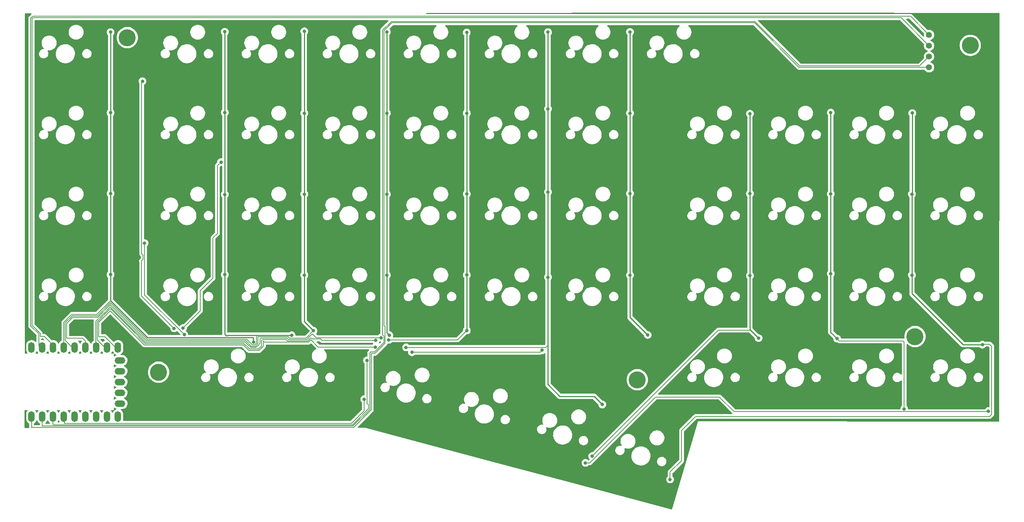
<source format=gbr>
%TF.GenerationSoftware,KiCad,Pcbnew,7.0.1*%
%TF.CreationDate,2023-09-01T15:37:28-04:00*%
%TF.ProjectId,macropad,6d616372-6f70-4616-942e-6b696361645f,rev?*%
%TF.SameCoordinates,Original*%
%TF.FileFunction,Copper,L1,Top*%
%TF.FilePolarity,Positive*%
%FSLAX46Y46*%
G04 Gerber Fmt 4.6, Leading zero omitted, Abs format (unit mm)*
G04 Created by KiCad (PCBNEW 7.0.1) date 2023-09-01 15:37:28*
%MOMM*%
%LPD*%
G01*
G04 APERTURE LIST*
%TA.AperFunction,ComponentPad*%
%ADD10C,0.500000*%
%TD*%
%TA.AperFunction,ComponentPad*%
%ADD11C,4.000000*%
%TD*%
%TA.AperFunction,ComponentPad*%
%ADD12C,1.397000*%
%TD*%
%TA.AperFunction,ComponentPad*%
%ADD13O,1.500000X2.500000*%
%TD*%
%TA.AperFunction,ComponentPad*%
%ADD14O,2.500000X1.500000*%
%TD*%
%TA.AperFunction,ViaPad*%
%ADD15C,0.800000*%
%TD*%
%TA.AperFunction,Conductor*%
%ADD16C,0.250000*%
%TD*%
%TA.AperFunction,Conductor*%
%ADD17C,0.127000*%
%TD*%
G04 APERTURE END LIST*
D10*
%TO.P,m2,1*%
%TO.N,N/C*%
X59714000Y-109474000D03*
X60154000Y-108414000D03*
X60154000Y-110534000D03*
X61214000Y-107974000D03*
D11*
X61214000Y-109474000D03*
D10*
X61214000Y-110974000D03*
X62274000Y-108414000D03*
X62274000Y-110534000D03*
X62714000Y-109474000D03*
%TD*%
%TO.P,m2,1*%
%TO.N,N/C*%
X52348000Y-30734000D03*
X52788000Y-29674000D03*
X52788000Y-31794000D03*
X53848000Y-29234000D03*
D11*
X53848000Y-30734000D03*
D10*
X53848000Y-32234000D03*
X54908000Y-29674000D03*
X54908000Y-31794000D03*
X55348000Y-30734000D03*
%TD*%
D11*
%TO.P,m2,1*%
%TO.N,N/C*%
X173736000Y-111252000D03*
D10*
X175236000Y-111252000D03*
X172236000Y-111252000D03*
X173736000Y-112752000D03*
X173736000Y-109752000D03*
X174796000Y-112312000D03*
X172676000Y-112312000D03*
X172676000Y-110192000D03*
X174796000Y-110192000D03*
%TD*%
%TO.P,m2,1*%
%TO.N,N/C*%
X237514000Y-101092000D03*
X237954000Y-100032000D03*
X237954000Y-102152000D03*
X239014000Y-99592000D03*
D11*
X239014000Y-101092000D03*
D10*
X239014000Y-102592000D03*
X240074000Y-100032000D03*
X240074000Y-102152000D03*
X240514000Y-101092000D03*
%TD*%
%TO.P,m2,1*%
%TO.N,N/C*%
X250512000Y-32556000D03*
X250952000Y-31496000D03*
X250952000Y-33616000D03*
X252012000Y-31056000D03*
D11*
X252012000Y-32556000D03*
D10*
X252012000Y-34056000D03*
X253072000Y-31496000D03*
X253072000Y-33616000D03*
X253512000Y-32556000D03*
%TD*%
D12*
%TO.P,OL1,1,SDA*%
%TO.N,SDA*%
X242325000Y-37720000D03*
%TO.P,OL1,2,SCL*%
%TO.N,SCL*%
X242325000Y-35180000D03*
%TO.P,OL1,3,VCC*%
%TO.N,VCC*%
X242325000Y-32640000D03*
%TO.P,OL1,4,GND*%
%TO.N,GND*%
X242325000Y-30100000D03*
%TD*%
D13*
%TO.P,U1,1,0*%
%TO.N,SDA*%
X31330000Y-119900000D03*
%TO.P,U1,2,1*%
%TO.N,SCL*%
X33870000Y-119900000D03*
%TO.P,U1,3,2*%
%TO.N,COL6*%
X36410000Y-119900000D03*
%TO.P,U1,4,3*%
%TO.N,COL7*%
X38950000Y-119900000D03*
%TO.P,U1,5,4*%
%TO.N,COL8*%
X41490000Y-119900000D03*
%TO.P,U1,6,5*%
%TO.N,COL9*%
X44030000Y-119900000D03*
%TO.P,U1,7,6*%
%TO.N,COL10*%
X46570000Y-119900000D03*
%TO.P,U1,8,7*%
%TO.N,unconnected-(U1-7-Pad8)*%
X49110000Y-119900000D03*
%TO.P,U1,9,8*%
%TO.N,unconnected-(U1-8-Pad9)*%
X51650000Y-119900000D03*
D14*
%TO.P,U1,10,9*%
%TO.N,ROW4*%
X52150000Y-116860000D03*
%TO.P,U1,11,10*%
%TO.N,ROW3*%
X52150000Y-114320000D03*
%TO.P,U1,12,11*%
%TO.N,ROW2*%
X52150000Y-111780000D03*
%TO.P,U1,13,12*%
%TO.N,ROW1*%
X52150000Y-109240000D03*
%TO.P,U1,14,13*%
%TO.N,ROW0*%
X52150000Y-106700000D03*
D13*
%TO.P,U1,15,14*%
%TO.N,COL5*%
X51650000Y-103660000D03*
%TO.P,U1,16,15*%
%TO.N,COL4*%
X49110000Y-103660000D03*
%TO.P,U1,17,26*%
%TO.N,COL3*%
X46570000Y-103660000D03*
%TO.P,U1,18,27*%
%TO.N,COL2*%
X44030000Y-103660000D03*
%TO.P,U1,19,28*%
%TO.N,COL1*%
X41490000Y-103660000D03*
%TO.P,U1,20,29*%
%TO.N,COL0*%
X38950000Y-103660000D03*
%TO.P,U1,21,3V3*%
%TO.N,VCC*%
X36410000Y-103660000D03*
%TO.P,U1,22,GND*%
%TO.N,GND*%
X33870000Y-103660000D03*
%TO.P,U1,23,5V*%
%TO.N,unconnected-(U1-5V-Pad23)*%
X31330000Y-103660000D03*
%TD*%
D15*
%TO.N,COL5*%
X152740000Y-67056000D03*
X152740000Y-47498000D03*
X152740000Y-87122000D03*
%TO.N,COL3*%
X114860000Y-67564000D03*
X114860000Y-86614000D03*
%TO.N,COL2*%
X95460000Y-48514000D03*
X95460000Y-67564000D03*
X95460000Y-86614000D03*
%TO.N,COL3*%
X114860000Y-48514000D03*
%TO.N,ROW0*%
X64854438Y-99170562D03*
X57425000Y-40992500D03*
%TO.N,ROW1*%
X75875000Y-60042500D03*
X66950000Y-99100000D03*
%TO.N,ROW2*%
X67237000Y-100615500D03*
X57900000Y-79092500D03*
%TO.N,COL0*%
X83530000Y-102390000D03*
X49920000Y-67430000D03*
X49920000Y-86520000D03*
X49920000Y-29450000D03*
X49920000Y-48410000D03*
%TO.N,COL1*%
X76770000Y-86510000D03*
X92490000Y-100780000D03*
X76770000Y-29360000D03*
X76770000Y-67660000D03*
X76770000Y-48360000D03*
%TO.N,COL2*%
X95460000Y-29250000D03*
X97610000Y-99710000D03*
%TO.N,COL3*%
X114860000Y-29390000D03*
X115440000Y-100750000D03*
X113481500Y-101346000D03*
%TO.N,COL4*%
X133640000Y-29530000D03*
X133660000Y-86580000D03*
X115316000Y-101854000D03*
X112268000Y-102009000D03*
X133660000Y-48510000D03*
X133660000Y-99670000D03*
X133660000Y-67520000D03*
%TO.N,COL5*%
X112182129Y-103546129D03*
X152740000Y-29450000D03*
X165510000Y-117080000D03*
X119380000Y-103632000D03*
%TO.N,COL6*%
X110210000Y-106680000D03*
X120763701Y-104788299D03*
X172020000Y-29390000D03*
X172020000Y-48520000D03*
X151384000Y-104295000D03*
X176180000Y-100720000D03*
X172020000Y-67420000D03*
X172020000Y-86640000D03*
%TO.N,COL7*%
X200210000Y-67450000D03*
X109547000Y-115824000D03*
X200210000Y-86750000D03*
X163123297Y-129230703D03*
X202250000Y-101450000D03*
X200210000Y-48630000D03*
%TO.N,COL8*%
X219210000Y-86290000D03*
X220710000Y-101580000D03*
X236474000Y-118110000D03*
X219210000Y-48390000D03*
X219210000Y-67530000D03*
%TO.N,COL9*%
X181448899Y-134712899D03*
X238300000Y-86610000D03*
X254870000Y-103000000D03*
X238380000Y-48490000D03*
X238300000Y-67570000D03*
%TO.N,COL10*%
X161544000Y-130810000D03*
X256286000Y-118618000D03*
%TD*%
D16*
%TO.N,COL5*%
X152740000Y-67056000D02*
X152740000Y-87122000D01*
X152740000Y-47498000D02*
X152740000Y-67056000D01*
X152740000Y-29450000D02*
X152740000Y-47498000D01*
X152740000Y-87122000D02*
X152740000Y-103124000D01*
%TO.N,COL3*%
X114860000Y-67564000D02*
X114860000Y-86614000D01*
X114860000Y-48514000D02*
X114860000Y-67564000D01*
X114860000Y-86614000D02*
X114860000Y-100170000D01*
%TO.N,COL2*%
X95460000Y-48514000D02*
X95460000Y-67564000D01*
X95460000Y-29250000D02*
X95460000Y-48514000D01*
X95460000Y-67564000D02*
X95460000Y-86614000D01*
X95460000Y-86614000D02*
X95460000Y-97560000D01*
X95460000Y-97560000D02*
X97610000Y-99710000D01*
%TO.N,COL3*%
X114860000Y-29390000D02*
X114860000Y-48514000D01*
%TO.N,COL9*%
X250320000Y-103000000D02*
X254870000Y-103000000D01*
X238300000Y-90980000D02*
X250320000Y-103000000D01*
X238300000Y-86610000D02*
X238300000Y-90980000D01*
D17*
%TO.N,ROW0*%
X57200000Y-83300000D02*
X57573000Y-82927000D01*
X57573000Y-82927000D02*
X57573000Y-81950000D01*
X57236500Y-83336500D02*
X57200000Y-83300000D01*
X64854438Y-99170562D02*
X57236500Y-91552624D01*
X57236500Y-41181000D02*
X57425000Y-40992500D01*
X57236500Y-91552624D02*
X57236500Y-83336500D01*
X57573000Y-81950000D02*
X57236500Y-81613500D01*
X57236500Y-81613500D02*
X57236500Y-41181000D01*
%TO.N,ROW1*%
X66950000Y-99100000D02*
X71000000Y-95050000D01*
X73925000Y-87375000D02*
X74000000Y-87375000D01*
X71000000Y-90300000D02*
X73925000Y-87375000D01*
X75050000Y-60867500D02*
X75875000Y-60042500D01*
X74000000Y-87375000D02*
X74000000Y-77850000D01*
X71000000Y-95050000D02*
X71000000Y-90300000D01*
X74000000Y-77850000D02*
X75050000Y-76800000D01*
X75050000Y-76800000D02*
X75050000Y-60867500D01*
%TO.N,ROW2*%
X57900000Y-91278500D02*
X57900000Y-79092500D01*
X67237000Y-100615500D02*
X57900000Y-91278500D01*
D16*
%TO.N,COL0*%
X83450000Y-101260000D02*
X83450000Y-102310000D01*
D17*
X38950000Y-97725000D02*
X40800000Y-95875000D01*
D16*
X49920000Y-67430000D02*
X49920000Y-86520000D01*
X49920000Y-29450000D02*
X49920000Y-48410000D01*
X58600000Y-101340000D02*
X83370000Y-101340000D01*
X49920000Y-92660000D02*
X58600000Y-101340000D01*
D17*
X40800000Y-95875000D02*
X46705000Y-95875000D01*
D16*
X83450000Y-102310000D02*
X83530000Y-102390000D01*
D17*
X46705000Y-95875000D02*
X49920000Y-92660000D01*
D16*
X83370000Y-101340000D02*
X83450000Y-101260000D01*
D17*
X38950000Y-104160000D02*
X38950000Y-97725000D01*
D16*
X49920000Y-86520000D02*
X49920000Y-92660000D01*
X49920000Y-48410000D02*
X49920000Y-67430000D01*
D17*
%TO.N,COL1*%
X39277000Y-97860448D02*
X40935448Y-96202000D01*
D16*
X76770000Y-67660000D02*
X76770000Y-86510000D01*
D17*
X40935448Y-96202000D02*
X46840448Y-96202000D01*
D16*
X76770000Y-48360000D02*
X76770000Y-67660000D01*
D17*
X83255169Y-103053500D02*
X83804831Y-103053500D01*
X46840448Y-96202000D02*
X49867448Y-93175000D01*
X49867448Y-93175000D02*
X49885578Y-93175000D01*
X39277000Y-101977000D02*
X39277000Y-97860448D01*
X41490000Y-104160000D02*
X41460000Y-104160000D01*
D16*
X76770000Y-29360000D02*
X76770000Y-48360000D01*
X84225000Y-100780000D02*
X92490000Y-100780000D01*
X76770000Y-86510000D02*
X76770000Y-100530000D01*
D17*
X84225000Y-102633331D02*
X84225000Y-100780000D01*
D16*
X77320000Y-100890000D02*
X77430000Y-100780000D01*
X77430000Y-100780000D02*
X84225000Y-100780000D01*
D17*
X41460000Y-104160000D02*
X39277000Y-101977000D01*
D16*
X76770000Y-100530000D02*
X77130000Y-100890000D01*
D17*
X83804831Y-103053500D02*
X84225000Y-102633331D01*
X58439078Y-101728500D02*
X81930169Y-101728500D01*
D16*
X77130000Y-100890000D02*
X77320000Y-100890000D01*
D17*
X49885578Y-93175000D02*
X58439078Y-101728500D01*
X81930169Y-101728500D02*
X83255169Y-103053500D01*
%TO.N,COL2*%
X84582000Y-101168500D02*
X91694000Y-101168500D01*
X83940279Y-103380500D02*
X84582000Y-102738779D01*
X91694000Y-101168500D02*
X91969000Y-101443500D01*
X83060500Y-103380500D02*
X83940279Y-103380500D01*
X43350000Y-101500000D02*
X39604000Y-101500000D01*
X46975896Y-96529000D02*
X49876513Y-93628383D01*
X44030000Y-104160000D02*
X44025000Y-104155000D01*
X91969000Y-101443500D02*
X95876500Y-101443500D01*
X58303630Y-102055500D02*
X81735500Y-102055500D01*
X49876513Y-93628383D02*
X58303630Y-102055500D01*
X84582000Y-102738779D02*
X84582000Y-101168500D01*
X39604000Y-101500000D02*
X39604000Y-97995896D01*
X41070896Y-96529000D02*
X46975896Y-96529000D01*
X39604000Y-97995896D02*
X41070896Y-96529000D01*
X44025000Y-104155000D02*
X44025000Y-102175000D01*
X81735500Y-102055500D02*
X83060500Y-103380500D01*
X44025000Y-102175000D02*
X43350000Y-101500000D01*
X95876500Y-101443500D02*
X97610000Y-99710000D01*
%TO.N,COL3*%
X91440000Y-101495500D02*
X91715000Y-101770500D01*
X46570000Y-104160000D02*
X46482000Y-104072000D01*
X96520000Y-101346000D02*
X96520000Y-101262448D01*
X84620614Y-103162613D02*
X85090000Y-102693227D01*
X82925052Y-103707500D02*
X84075727Y-103707500D01*
X81600052Y-102382500D02*
X82191776Y-102974224D01*
X47853672Y-96113672D02*
X49876513Y-94090831D01*
X81026000Y-102382500D02*
X81600052Y-102382500D01*
X84075727Y-103707500D02*
X84620614Y-103162613D01*
X96095500Y-101770500D02*
X96520000Y-101346000D01*
X61468000Y-102382500D02*
X81026000Y-102382500D01*
X92104448Y-101770500D02*
X96095500Y-101770500D01*
X96520000Y-101262448D02*
X97367224Y-100415224D01*
X98298000Y-101346000D02*
X113481500Y-101346000D01*
D16*
X114860000Y-100170000D02*
X115440000Y-100750000D01*
D17*
X90424000Y-101495500D02*
X91290500Y-101495500D01*
X49876513Y-94090831D02*
X53330841Y-97545159D01*
X46482000Y-104072000D02*
X46482000Y-101854000D01*
X82191776Y-102974224D02*
X82925052Y-103707500D01*
X58168182Y-102382500D02*
X61468000Y-102382500D01*
X85090000Y-101600000D02*
X85194500Y-101495500D01*
X91290500Y-101495500D02*
X91440000Y-101495500D01*
X46482000Y-101854000D02*
X46482000Y-97485344D01*
X97367224Y-100415224D02*
X98298000Y-101346000D01*
X85090000Y-102693227D02*
X85090000Y-101600000D01*
X91715000Y-101770500D02*
X92104448Y-101770500D01*
X85194500Y-101495500D02*
X90424000Y-101495500D01*
X46482000Y-97485344D02*
X47853672Y-96113672D01*
X53330841Y-97545159D02*
X58168182Y-102382500D01*
%TO.N,COL4*%
X90559448Y-101822500D02*
X91186000Y-101822500D01*
X85629500Y-101822500D02*
X87630000Y-101822500D01*
X99314000Y-101673000D02*
X99650000Y-102009000D01*
D16*
X133660000Y-48510000D02*
X133660000Y-29550000D01*
D17*
X62230000Y-102709500D02*
X81280000Y-102709500D01*
X85417000Y-103305000D02*
X85417000Y-102362000D01*
X97355000Y-101673000D02*
X99314000Y-101673000D01*
X115316000Y-101854000D02*
X131476000Y-101854000D01*
X91186000Y-101822500D02*
X91471500Y-102108000D01*
X81280000Y-102709500D02*
X82605000Y-104034500D01*
X46809000Y-101859000D02*
X46809000Y-99568000D01*
X49784000Y-94645792D02*
X49969026Y-94645792D01*
X82605000Y-104034500D02*
X84687500Y-104034500D01*
X91471500Y-102108000D02*
X93726000Y-102108000D01*
X58032734Y-102709500D02*
X62230000Y-102709500D01*
X47195896Y-97233896D02*
X49354896Y-95074896D01*
X99650000Y-102009000D02*
X112268000Y-102009000D01*
D16*
X133660000Y-86580000D02*
X133660000Y-67520000D01*
D17*
X46809000Y-97620792D02*
X47195896Y-97233896D01*
X49969026Y-94645792D02*
X54115617Y-98792383D01*
X84836000Y-103886000D02*
X85417000Y-103305000D01*
X131476000Y-101854000D02*
X133660000Y-99670000D01*
D16*
X133660000Y-67520000D02*
X133660000Y-48510000D01*
D17*
X93726000Y-102108000D02*
X96266000Y-102108000D01*
X85417000Y-102035000D02*
X85629500Y-101822500D01*
X46809000Y-99568000D02*
X46809000Y-97620792D01*
X87630000Y-101822500D02*
X90559448Y-101822500D01*
X49110000Y-104160000D02*
X46809000Y-101859000D01*
X97028000Y-101346000D02*
X97355000Y-101673000D01*
X96266000Y-102108000D02*
X97028000Y-101346000D01*
D16*
X133660000Y-99670000D02*
X133660000Y-86580000D01*
D17*
X54115617Y-98792383D02*
X58032734Y-102709500D01*
X49354896Y-95074896D02*
X49784000Y-94645792D01*
X85417000Y-102362000D02*
X85417000Y-102035000D01*
X84687500Y-104034500D02*
X84836000Y-103886000D01*
D16*
X133660000Y-29550000D02*
X133640000Y-29530000D01*
%TO.N,COL5*%
X163590000Y-115160000D02*
X165510000Y-117080000D01*
D17*
X51650000Y-104160000D02*
X48582000Y-101092000D01*
X119380000Y-103632000D02*
X152232000Y-103632000D01*
D16*
X152780000Y-112430000D02*
X155510000Y-115160000D01*
D17*
X47136000Y-101092000D02*
X47136000Y-97756240D01*
X86137500Y-102435000D02*
X96401448Y-102435000D01*
X57059393Y-102198607D02*
X57897286Y-103036500D01*
X64008000Y-103036500D02*
X81144552Y-103036500D01*
X85852000Y-102149500D02*
X86137500Y-102435000D01*
D16*
X152740000Y-103124000D02*
X152740000Y-112390000D01*
D17*
X47808120Y-97084120D02*
X49876513Y-95015727D01*
X57897286Y-103036500D02*
X64008000Y-103036500D01*
X84822948Y-104361500D02*
X85575224Y-103609224D01*
X49876513Y-95015727D02*
X50455393Y-95594607D01*
X85852000Y-103332448D02*
X85852000Y-102149500D01*
D16*
X152740000Y-112390000D02*
X152780000Y-112430000D01*
D17*
X96401448Y-102435000D02*
X97005224Y-101831224D01*
X82469552Y-104361500D02*
X84822948Y-104361500D01*
D16*
X155510000Y-115160000D02*
X158590000Y-115160000D01*
D17*
X48582000Y-101092000D02*
X47136000Y-101092000D01*
X98720129Y-103546129D02*
X112182129Y-103546129D01*
X97005224Y-101831224D02*
X98720129Y-103546129D01*
X85575224Y-103609224D02*
X85852000Y-103332448D01*
X81144552Y-103036500D02*
X82469552Y-104361500D01*
X47136000Y-97756240D02*
X47808120Y-97084120D01*
X50455393Y-95594607D02*
X57059393Y-102198607D01*
X152232000Y-103632000D02*
X152740000Y-103124000D01*
D16*
X158590000Y-115160000D02*
X163590000Y-115160000D01*
D17*
%TO.N,COL6*%
X36410000Y-121754000D02*
X36488484Y-121832484D01*
D16*
X172020000Y-96560000D02*
X176180000Y-100720000D01*
D17*
X36576000Y-121832484D02*
X106792620Y-121832484D01*
X120763701Y-104788299D02*
X150890701Y-104788299D01*
D16*
X172020000Y-29390000D02*
X172020000Y-48520000D01*
D17*
X110546000Y-118079104D02*
X110546000Y-117094000D01*
D16*
X172020000Y-48520000D02*
X172020000Y-67420000D01*
D17*
X150890701Y-104788299D02*
X151384000Y-104295000D01*
X110210000Y-116758000D02*
X110210000Y-106680000D01*
X107200552Y-121424552D02*
X110546000Y-118079104D01*
X36488484Y-121832484D02*
X36576000Y-121832484D01*
X110546000Y-117094000D02*
X110210000Y-116758000D01*
X36410000Y-119400000D02*
X36410000Y-121754000D01*
X106792620Y-121832484D02*
X107200552Y-121424552D01*
D16*
X172020000Y-67420000D02*
X172020000Y-86640000D01*
X172020000Y-86640000D02*
X172020000Y-96560000D01*
%TO.N,COL7*%
X200210000Y-86750000D02*
X200210000Y-99410000D01*
D17*
X163123297Y-129230703D02*
X192767000Y-99587000D01*
X39116000Y-119566000D02*
X39116000Y-121505484D01*
D16*
X200210000Y-67450000D02*
X200210000Y-86750000D01*
D17*
X39116000Y-121505484D02*
X106586516Y-121505484D01*
X192767000Y-99587000D02*
X200387000Y-99587000D01*
D16*
X200210000Y-48630000D02*
X200210000Y-67450000D01*
D17*
X108458000Y-119634000D02*
X109547000Y-118545000D01*
X38950000Y-119400000D02*
X39116000Y-119566000D01*
X109547000Y-118545000D02*
X109547000Y-115824000D01*
X106586516Y-121505484D02*
X108458000Y-119634000D01*
D16*
X200210000Y-99410000D02*
X200387000Y-99587000D01*
X200387000Y-99587000D02*
X202250000Y-101450000D01*
D17*
%TO.N,COL8*%
X221238000Y-102108000D02*
X220710000Y-101580000D01*
D16*
X219210000Y-100080000D02*
X220710000Y-101580000D01*
D17*
X236474000Y-118110000D02*
X236474000Y-102362000D01*
D16*
X219210000Y-86290000D02*
X219210000Y-100080000D01*
D17*
X236220000Y-102108000D02*
X221238000Y-102108000D01*
X236474000Y-102362000D02*
X236220000Y-102108000D01*
D16*
X219210000Y-48390000D02*
X219210000Y-67530000D01*
X219210000Y-67530000D02*
X219210000Y-86290000D01*
D17*
%TO.N,COL9*%
X257048000Y-119380000D02*
X257048000Y-103378000D01*
X181448899Y-133003101D02*
X184150000Y-130302000D01*
X184150000Y-130302000D02*
X184150000Y-123190000D01*
X256540000Y-119888000D02*
X257048000Y-119380000D01*
X187452000Y-119888000D02*
X256540000Y-119888000D01*
X184150000Y-123190000D02*
X187452000Y-119888000D01*
D16*
X238380000Y-48490000D02*
X238380000Y-67300000D01*
X238380000Y-67300000D02*
X238300000Y-67380000D01*
D17*
X255000000Y-102870000D02*
X254870000Y-103000000D01*
D16*
X238300000Y-67380000D02*
X238300000Y-67570000D01*
D17*
X257048000Y-103378000D02*
X256540000Y-102870000D01*
D16*
X238300000Y-67570000D02*
X238300000Y-86610000D01*
D17*
X256540000Y-102870000D02*
X255000000Y-102870000D01*
X181448899Y-134712899D02*
X181448899Y-133003101D01*
%TO.N,COL10*%
X161544000Y-130810000D02*
X162560000Y-130810000D01*
X162560000Y-130810000D02*
X178054000Y-115316000D01*
X193040000Y-115316000D02*
X196497500Y-118773500D01*
X196497500Y-118773500D02*
X256130500Y-118773500D01*
X256130500Y-118773500D02*
X256286000Y-118618000D01*
X178054000Y-115316000D02*
X193040000Y-115316000D01*
%TO.N,SDA*%
X112078331Y-105050000D02*
X114471500Y-102656831D01*
X211745000Y-37720000D02*
X242325000Y-37720000D01*
X114471500Y-102656831D02*
X114471500Y-98775000D01*
X31330000Y-119400000D02*
X31350000Y-119420000D01*
X114196500Y-98500000D02*
X114196500Y-29115169D01*
X111200000Y-118350000D02*
X111200000Y-105050000D01*
X114196500Y-29115169D02*
X116061669Y-27250000D01*
X31350000Y-122535485D02*
X31399001Y-122486484D01*
X201275000Y-27250000D02*
X211745000Y-37720000D01*
X111200000Y-105050000D02*
X112078331Y-105050000D01*
X107063516Y-122486484D02*
X111200000Y-118350000D01*
X31350000Y-119420000D02*
X31350000Y-122535485D01*
X114471500Y-98775000D02*
X114196500Y-98500000D01*
X31399001Y-122486484D02*
X107063516Y-122486484D01*
X116061669Y-27250000D02*
X201275000Y-27250000D01*
%TO.N,SCL*%
X111079611Y-104707941D02*
X111957942Y-104707941D01*
X114144500Y-100975000D02*
X113869500Y-100700000D01*
X201410448Y-26923000D02*
X211880448Y-37393000D01*
X33870000Y-119400000D02*
X33875000Y-119405000D01*
X113869500Y-100700000D02*
X113869500Y-28979721D01*
X115926221Y-26923000D02*
X201410448Y-26923000D01*
X106928068Y-122159484D02*
X110873000Y-118214552D01*
X211880448Y-37393000D02*
X240112000Y-37393000D01*
X114144500Y-102521383D02*
X114144500Y-100975000D01*
X110873000Y-118214552D02*
X110873000Y-104914552D01*
X110873000Y-104914552D02*
X111079611Y-104707941D01*
X113869500Y-28979721D02*
X115926221Y-26923000D01*
X111957942Y-104707941D02*
X114144500Y-102521383D01*
X240112000Y-37393000D02*
X242325000Y-35180000D01*
X33875000Y-122159484D02*
X106928068Y-122159484D01*
X33875000Y-119405000D02*
X33875000Y-122159484D01*
%TO.N,VCC*%
X36410000Y-104160000D02*
X36410000Y-103085000D01*
X34350000Y-101025000D02*
X33370100Y-101025000D01*
X31735448Y-26052000D02*
X235737000Y-26052000D01*
X31477000Y-98439552D02*
X31477000Y-26310448D01*
X33370100Y-100332652D02*
X31477000Y-98439552D01*
X235737000Y-26052000D02*
X242325000Y-32640000D01*
X33370100Y-101025000D02*
X33370100Y-100332652D01*
X36410000Y-103085000D02*
X34350000Y-101025000D01*
X31477000Y-26310448D02*
X31735448Y-26052000D01*
%TO.N,GND*%
X31150000Y-26175000D02*
X31600000Y-25725000D01*
X33870000Y-104160000D02*
X33043100Y-103333100D01*
X33043100Y-100468100D02*
X31150000Y-98575000D01*
X237950000Y-25725000D02*
X242325000Y-30100000D01*
X33043100Y-103333100D02*
X33043100Y-100468100D01*
X31600000Y-25725000D02*
X237950000Y-25725000D01*
X31150000Y-98575000D02*
X31150000Y-26175000D01*
%TD*%
%TA.AperFunction,NonConductor*%
G36*
X237712474Y-26298439D02*
G01*
X237752702Y-26325319D01*
X241126333Y-29698949D01*
X241158670Y-29755460D01*
X241157918Y-29820565D01*
X241141365Y-29878739D01*
X241120863Y-30100000D01*
X241141365Y-30321262D01*
X241144915Y-30333736D01*
X241145810Y-30398286D01*
X241114137Y-30454537D01*
X241058480Y-30487245D01*
X240993924Y-30487543D01*
X240937968Y-30455351D01*
X236983298Y-26500681D01*
X236953048Y-26451318D01*
X236948506Y-26393602D01*
X236970661Y-26340115D01*
X237014684Y-26302515D01*
X237070979Y-26289000D01*
X237665021Y-26289000D01*
X237712474Y-26298439D01*
G37*
%TD.AperFunction*%
%TA.AperFunction,NonConductor*%
G36*
X235499474Y-26625439D02*
G01*
X235539702Y-26652319D01*
X241126332Y-32238949D01*
X241158669Y-32295459D01*
X241157918Y-32360563D01*
X241141365Y-32418740D01*
X241120863Y-32640000D01*
X241141365Y-32861262D01*
X241202175Y-33074984D01*
X241301219Y-33273893D01*
X241435132Y-33451223D01*
X241599344Y-33600922D01*
X241788271Y-33717900D01*
X241985672Y-33794374D01*
X242034043Y-33828169D01*
X242061317Y-33880496D01*
X242061317Y-33939504D01*
X242034043Y-33991831D01*
X241985672Y-34025626D01*
X241788271Y-34102099D01*
X241599344Y-34219077D01*
X241435132Y-34368776D01*
X241301219Y-34546106D01*
X241202175Y-34745015D01*
X241141365Y-34958737D01*
X241120863Y-35180000D01*
X241141365Y-35401262D01*
X241157917Y-35459434D01*
X241158669Y-35524538D01*
X241126332Y-35581049D01*
X239914702Y-36792681D01*
X239874474Y-36819561D01*
X239827021Y-36829000D01*
X212165427Y-36829000D01*
X212117974Y-36819561D01*
X212077746Y-36792681D01*
X202112746Y-26827681D01*
X202082496Y-26778318D01*
X202077954Y-26720602D01*
X202100109Y-26667115D01*
X202144132Y-26629515D01*
X202200427Y-26616000D01*
X235452021Y-26616000D01*
X235499474Y-26625439D01*
G37*
%TD.AperFunction*%
%TA.AperFunction,NonConductor*%
G36*
X76049447Y-60938387D02*
G01*
X76098536Y-60962595D01*
X76132421Y-61005578D01*
X76144500Y-61058961D01*
X76144500Y-66961313D01*
X76136264Y-67005751D01*
X76112652Y-67044282D01*
X76102103Y-67055999D01*
X76037464Y-67127786D01*
X75942820Y-67291715D01*
X75884326Y-67471742D01*
X75864540Y-67660000D01*
X75884326Y-67848257D01*
X75942820Y-68028284D01*
X76037464Y-68192213D01*
X76037467Y-68192216D01*
X76112652Y-68275717D01*
X76136264Y-68314249D01*
X76144500Y-68358687D01*
X76144500Y-85811313D01*
X76136264Y-85855751D01*
X76112652Y-85894282D01*
X76087952Y-85921715D01*
X76037464Y-85977786D01*
X75942820Y-86141715D01*
X75884326Y-86321742D01*
X75864540Y-86510000D01*
X75884326Y-86698257D01*
X75942820Y-86878284D01*
X76037464Y-87042213D01*
X76037467Y-87042216D01*
X76112652Y-87125717D01*
X76136264Y-87164249D01*
X76144500Y-87208687D01*
X76144500Y-100447256D01*
X76142235Y-100467762D01*
X76144439Y-100537873D01*
X76144500Y-100541768D01*
X76144500Y-100569349D01*
X76145003Y-100573334D01*
X76145916Y-100584925D01*
X76145968Y-100586561D01*
X76130707Y-100650212D01*
X76085165Y-100697224D01*
X76022031Y-100714500D01*
X68264515Y-100714500D01*
X68206300Y-100699985D01*
X68161714Y-100659840D01*
X68141194Y-100603463D01*
X68122674Y-100427244D01*
X68064364Y-100247784D01*
X68064179Y-100247215D01*
X67969533Y-100083283D01*
X67842870Y-99942610D01*
X67688402Y-99830384D01*
X67646316Y-99776517D01*
X67639171Y-99708533D01*
X67669138Y-99647093D01*
X67682533Y-99632216D01*
X67777179Y-99468284D01*
X67777178Y-99468284D01*
X67835674Y-99288256D01*
X67855460Y-99100000D01*
X67851385Y-99061231D01*
X67857818Y-99006879D01*
X67887023Y-98960592D01*
X71366924Y-95480691D01*
X71379114Y-95470002D01*
X71402250Y-95452250D01*
X71492653Y-95334433D01*
X71549483Y-95197234D01*
X71564000Y-95086968D01*
X71568867Y-95050000D01*
X71565061Y-95021089D01*
X71564000Y-95004904D01*
X71564000Y-91622355D01*
X71837343Y-91622355D01*
X71847352Y-91832459D01*
X71896942Y-92036871D01*
X71941582Y-92134619D01*
X71984322Y-92228208D01*
X72070728Y-92349547D01*
X72106331Y-92399544D01*
X72258563Y-92544697D01*
X72258565Y-92544698D01*
X72258566Y-92544699D01*
X72435509Y-92658414D01*
X72435514Y-92658416D01*
X72630788Y-92736593D01*
X72759584Y-92761416D01*
X72837328Y-92776400D01*
X72837329Y-92776400D01*
X72994963Y-92776400D01*
X72994968Y-92776400D01*
X73151889Y-92761416D01*
X73353711Y-92702156D01*
X73540670Y-92605771D01*
X73706010Y-92475747D01*
X73843755Y-92316781D01*
X73948926Y-92134619D01*
X74017722Y-91935846D01*
X74047657Y-91727645D01*
X74037648Y-91517541D01*
X73988058Y-91313129D01*
X73900679Y-91121795D01*
X73900678Y-91121794D01*
X73900677Y-91121791D01*
X73806696Y-90989814D01*
X73778669Y-90950456D01*
X73626437Y-90805303D01*
X73626434Y-90805301D01*
X73626433Y-90805300D01*
X73449490Y-90691585D01*
X73303134Y-90632992D01*
X73254212Y-90613407D01*
X73254211Y-90613406D01*
X73254209Y-90613406D01*
X73047672Y-90573600D01*
X73047671Y-90573600D01*
X72890032Y-90573600D01*
X72802853Y-90581924D01*
X72733107Y-90588584D01*
X72531286Y-90647844D01*
X72344332Y-90744227D01*
X72178991Y-90874252D01*
X72041243Y-91033220D01*
X71936074Y-91215379D01*
X71867277Y-91414154D01*
X71837343Y-91622352D01*
X71837343Y-91622355D01*
X71564000Y-91622355D01*
X71564000Y-90584979D01*
X71573439Y-90537526D01*
X71600319Y-90497298D01*
X72228316Y-89869301D01*
X74174009Y-87923606D01*
X74214231Y-87896730D01*
X74284433Y-87867653D01*
X74402250Y-87777250D01*
X74429832Y-87741304D01*
X74492653Y-87659434D01*
X74549483Y-87522234D01*
X74568867Y-87375000D01*
X74565060Y-87346089D01*
X74564000Y-87329906D01*
X74564000Y-78134979D01*
X74573439Y-78087526D01*
X74600319Y-78047298D01*
X75416913Y-77230702D01*
X75429110Y-77220006D01*
X75443872Y-77208678D01*
X75452250Y-77202250D01*
X75542653Y-77084433D01*
X75599483Y-76947234D01*
X75614000Y-76836968D01*
X75618867Y-76800000D01*
X75615060Y-76771089D01*
X75614000Y-76754906D01*
X75614000Y-61152480D01*
X75623439Y-61105028D01*
X75650318Y-61064799D01*
X75735797Y-60979319D01*
X75776026Y-60952439D01*
X75823479Y-60943000D01*
X75969648Y-60943000D01*
X75994719Y-60937671D01*
X76049447Y-60938387D01*
G37*
%TD.AperFunction*%
%TA.AperFunction,NonConductor*%
G36*
X34112474Y-101598439D02*
G01*
X34152702Y-101625319D01*
X34258518Y-101731135D01*
X34290368Y-101785827D01*
X34291079Y-101849114D01*
X34260464Y-101904507D01*
X34206500Y-101937577D01*
X34143246Y-101939707D01*
X34038538Y-101915809D01*
X33813671Y-101905709D01*
X33747745Y-101914640D01*
X33678976Y-101904274D01*
X33626603Y-101858517D01*
X33607100Y-101791762D01*
X33607100Y-101713000D01*
X33623713Y-101651000D01*
X33669100Y-101605613D01*
X33731100Y-101589000D01*
X34065021Y-101589000D01*
X34112474Y-101598439D01*
G37*
%TD.AperFunction*%
%TA.AperFunction,NonConductor*%
G36*
X48344474Y-101665439D02*
G01*
X48384702Y-101692319D01*
X48551533Y-101859150D01*
X48581566Y-101907852D01*
X48586535Y-101964853D01*
X48565383Y-102018017D01*
X48522613Y-102056024D01*
X48418320Y-102112147D01*
X48242333Y-102252492D01*
X48216653Y-102281884D01*
X48160707Y-102318511D01*
X48093876Y-102320760D01*
X48035594Y-102287977D01*
X47615298Y-101867681D01*
X47585048Y-101818318D01*
X47580506Y-101760602D01*
X47602661Y-101707115D01*
X47646684Y-101669515D01*
X47702979Y-101656000D01*
X48297021Y-101656000D01*
X48344474Y-101665439D01*
G37*
%TD.AperFunction*%
%TA.AperFunction,NonConductor*%
G36*
X113357197Y-102240196D02*
G01*
X113415587Y-102270430D01*
X113450310Y-102326268D01*
X113451601Y-102392009D01*
X113419097Y-102449167D01*
X113220508Y-102647757D01*
X113170115Y-102678337D01*
X113111295Y-102682192D01*
X113057341Y-102658452D01*
X113020445Y-102612481D01*
X113008945Y-102554667D01*
X113025440Y-102498076D01*
X113058309Y-102441144D01*
X113095179Y-102377284D01*
X113119269Y-102303142D01*
X113151062Y-102252262D01*
X113203021Y-102222264D01*
X113262980Y-102220170D01*
X113357197Y-102240196D01*
G37*
%TD.AperFunction*%
%TA.AperFunction,NonConductor*%
G36*
X115192537Y-26629515D02*
G01*
X115236560Y-26667115D01*
X115258715Y-26720602D01*
X115254173Y-26778318D01*
X115223923Y-26827681D01*
X113502580Y-28549022D01*
X113490388Y-28559715D01*
X113467249Y-28577471D01*
X113432098Y-28623279D01*
X113432088Y-28623294D01*
X113376847Y-28695287D01*
X113320017Y-28832487D01*
X113300632Y-28979720D01*
X113304439Y-29008629D01*
X113305500Y-29024815D01*
X113305500Y-100362379D01*
X113292950Y-100416738D01*
X113257840Y-100460094D01*
X113207277Y-100483670D01*
X113201694Y-100484856D01*
X113028769Y-100561848D01*
X112875630Y-100673110D01*
X112814528Y-100740972D01*
X112772814Y-100771280D01*
X112722378Y-100782000D01*
X98582979Y-100782000D01*
X98535526Y-100772561D01*
X98495298Y-100745681D01*
X98259579Y-100509962D01*
X98228064Y-100456460D01*
X98226438Y-100394387D01*
X98255109Y-100339309D01*
X98342533Y-100242216D01*
X98356640Y-100217783D01*
X98437179Y-100078284D01*
X98456844Y-100017762D01*
X98495674Y-99898256D01*
X98515460Y-99710000D01*
X98495674Y-99521744D01*
X98437179Y-99341716D01*
X98437179Y-99341715D01*
X98342533Y-99177783D01*
X98215870Y-99037110D01*
X98062730Y-98925848D01*
X97889802Y-98848855D01*
X97704648Y-98809500D01*
X97704646Y-98809500D01*
X97645453Y-98809500D01*
X97598000Y-98800061D01*
X97557772Y-98773181D01*
X96121819Y-97337228D01*
X96094939Y-97297000D01*
X96085500Y-97249547D01*
X96085500Y-91622355D01*
X99777343Y-91622355D01*
X99787352Y-91832459D01*
X99836942Y-92036871D01*
X99881582Y-92134619D01*
X99924322Y-92228208D01*
X100010728Y-92349547D01*
X100046331Y-92399544D01*
X100198563Y-92544697D01*
X100198565Y-92544698D01*
X100198566Y-92544699D01*
X100375509Y-92658414D01*
X100375514Y-92658416D01*
X100570788Y-92736593D01*
X100699584Y-92761416D01*
X100777328Y-92776400D01*
X100777329Y-92776400D01*
X100934963Y-92776400D01*
X100934968Y-92776400D01*
X101091889Y-92761416D01*
X101293711Y-92702156D01*
X101480670Y-92605771D01*
X101646010Y-92475747D01*
X101783755Y-92316781D01*
X101888926Y-92134619D01*
X101957722Y-91935846D01*
X101984419Y-91750167D01*
X103714333Y-91750167D01*
X103744411Y-92049145D01*
X103814069Y-92341448D01*
X103922067Y-92621857D01*
X103998547Y-92761416D01*
X104066479Y-92885375D01*
X104244723Y-93127290D01*
X104453621Y-93343289D01*
X104689446Y-93529518D01*
X104947987Y-93682652D01*
X105224633Y-93799960D01*
X105224634Y-93799960D01*
X105224636Y-93799961D01*
X105288510Y-93817457D01*
X105514446Y-93879348D01*
X105812255Y-93919400D01*
X106037533Y-93919400D01*
X106037535Y-93919400D01*
X106262320Y-93904352D01*
X106335935Y-93889388D01*
X106556787Y-93844499D01*
X106840651Y-93745931D01*
X106974746Y-93678169D01*
X107108840Y-93610409D01*
X107226678Y-93529518D01*
X107356580Y-93440346D01*
X107579439Y-93238782D01*
X107773443Y-93009312D01*
X107935131Y-92756032D01*
X108061618Y-92483460D01*
X108150646Y-92196462D01*
X108200626Y-91900158D01*
X108209914Y-91622355D01*
X109937343Y-91622355D01*
X109947352Y-91832459D01*
X109996942Y-92036871D01*
X110041582Y-92134619D01*
X110084322Y-92228208D01*
X110170728Y-92349547D01*
X110206331Y-92399544D01*
X110358563Y-92544697D01*
X110358565Y-92544698D01*
X110358566Y-92544699D01*
X110535509Y-92658414D01*
X110535514Y-92658416D01*
X110730788Y-92736593D01*
X110859584Y-92761416D01*
X110937328Y-92776400D01*
X110937329Y-92776400D01*
X111094963Y-92776400D01*
X111094968Y-92776400D01*
X111251889Y-92761416D01*
X111453711Y-92702156D01*
X111640670Y-92605771D01*
X111806010Y-92475747D01*
X111943755Y-92316781D01*
X112048926Y-92134619D01*
X112117722Y-91935846D01*
X112147657Y-91727645D01*
X112137648Y-91517541D01*
X112088058Y-91313129D01*
X112000679Y-91121795D01*
X112000678Y-91121794D01*
X112000677Y-91121791D01*
X111906696Y-90989814D01*
X111878669Y-90950456D01*
X111726437Y-90805303D01*
X111726434Y-90805301D01*
X111726433Y-90805300D01*
X111549490Y-90691585D01*
X111403134Y-90632992D01*
X111354212Y-90613407D01*
X111354211Y-90613406D01*
X111354209Y-90613406D01*
X111147672Y-90573600D01*
X111147671Y-90573600D01*
X110990032Y-90573600D01*
X110902853Y-90581924D01*
X110833107Y-90588584D01*
X110631286Y-90647844D01*
X110444332Y-90744227D01*
X110278991Y-90874252D01*
X110141243Y-91033220D01*
X110036074Y-91215379D01*
X109967277Y-91414154D01*
X109937343Y-91622352D01*
X109937343Y-91622355D01*
X108209914Y-91622355D01*
X108210667Y-91599836D01*
X108180589Y-91300855D01*
X108110930Y-91008551D01*
X108064021Y-90886755D01*
X108002932Y-90728142D01*
X107952911Y-90636866D01*
X107858521Y-90464625D01*
X107680277Y-90222710D01*
X107471379Y-90006711D01*
X107391426Y-89943573D01*
X107235553Y-89820481D01*
X107106283Y-89743915D01*
X106977013Y-89667348D01*
X106795907Y-89590552D01*
X106700363Y-89550038D01*
X106410558Y-89470653D01*
X106410557Y-89470652D01*
X106410554Y-89470652D01*
X106112745Y-89430600D01*
X105887467Y-89430600D01*
X105887465Y-89430600D01*
X105662679Y-89445647D01*
X105368215Y-89505500D01*
X105084345Y-89604070D01*
X104816159Y-89739590D01*
X104568419Y-89909654D01*
X104345562Y-90111216D01*
X104151557Y-90340687D01*
X103989867Y-90593970D01*
X103863383Y-90866537D01*
X103774354Y-91153537D01*
X103724374Y-91449841D01*
X103714333Y-91750167D01*
X101984419Y-91750167D01*
X101987657Y-91727645D01*
X101977648Y-91517541D01*
X101928058Y-91313129D01*
X101840679Y-91121795D01*
X101840678Y-91121794D01*
X101840677Y-91121791D01*
X101802383Y-91068015D01*
X101779562Y-91002620D01*
X101795376Y-90935187D01*
X101844890Y-90886755D01*
X101912656Y-90872435D01*
X102087001Y-90885500D01*
X102087006Y-90885500D01*
X102217994Y-90885500D01*
X102217999Y-90885500D01*
X102340579Y-90876313D01*
X102414130Y-90870802D01*
X102669916Y-90812420D01*
X102914143Y-90716568D01*
X103141357Y-90585386D01*
X103346481Y-90421805D01*
X103459500Y-90299999D01*
X103524928Y-90229485D01*
X103524931Y-90229481D01*
X103524933Y-90229479D01*
X103672728Y-90012704D01*
X103786563Y-89776323D01*
X103863896Y-89525615D01*
X103903000Y-89266182D01*
X103903000Y-89003818D01*
X103863896Y-88744385D01*
X103786563Y-88493677D01*
X103672728Y-88257296D01*
X103524933Y-88040521D01*
X103524932Y-88040520D01*
X103524928Y-88040514D01*
X103346484Y-87848198D01*
X103346483Y-87848197D01*
X103346481Y-87848195D01*
X103141357Y-87684614D01*
X103141356Y-87684613D01*
X102914141Y-87553431D01*
X102669918Y-87457580D01*
X102414127Y-87399197D01*
X102217999Y-87384500D01*
X102217994Y-87384500D01*
X102087006Y-87384500D01*
X102087001Y-87384500D01*
X101890872Y-87399197D01*
X101635081Y-87457580D01*
X101390858Y-87553431D01*
X101163643Y-87684613D01*
X100958515Y-87848198D01*
X100780071Y-88040514D01*
X100679570Y-88187922D01*
X100632272Y-88257296D01*
X100518437Y-88493677D01*
X100441104Y-88744385D01*
X100402000Y-89003818D01*
X100402000Y-89266182D01*
X100441104Y-89525615D01*
X100518437Y-89776323D01*
X100632272Y-90012704D01*
X100699438Y-90111218D01*
X100780068Y-90229481D01*
X100845500Y-90299999D01*
X100906781Y-90366045D01*
X100937602Y-90426712D01*
X100931768Y-90494508D01*
X100891035Y-90549018D01*
X100827671Y-90573824D01*
X100673112Y-90588583D01*
X100471286Y-90647844D01*
X100284332Y-90744227D01*
X100118991Y-90874252D01*
X99981243Y-91033220D01*
X99876074Y-91215379D01*
X99807277Y-91414154D01*
X99777343Y-91622352D01*
X99777343Y-91622355D01*
X96085500Y-91622355D01*
X96085500Y-87312687D01*
X96093736Y-87268249D01*
X96117347Y-87229717D01*
X96192533Y-87146216D01*
X96194843Y-87142216D01*
X96287179Y-86982284D01*
X96301484Y-86938257D01*
X96345674Y-86802256D01*
X96353669Y-86726182D01*
X106752000Y-86726182D01*
X106791104Y-86985615D01*
X106868437Y-87236323D01*
X106982272Y-87472704D01*
X107037311Y-87553431D01*
X107130071Y-87689485D01*
X107277336Y-87848198D01*
X107308519Y-87881805D01*
X107513643Y-88045386D01*
X107740857Y-88176568D01*
X107909050Y-88242579D01*
X107946548Y-88257296D01*
X107985084Y-88272420D01*
X108240870Y-88330802D01*
X108296908Y-88335001D01*
X108437001Y-88345500D01*
X108437006Y-88345500D01*
X108567994Y-88345500D01*
X108567999Y-88345500D01*
X108690578Y-88336313D01*
X108764130Y-88330802D01*
X109019916Y-88272420D01*
X109264143Y-88176568D01*
X109491357Y-88045386D01*
X109696481Y-87881805D01*
X109826847Y-87741304D01*
X109874928Y-87689485D01*
X109874929Y-87689482D01*
X109874933Y-87689479D01*
X110022728Y-87472704D01*
X110136563Y-87236323D01*
X110213896Y-86985615D01*
X110253000Y-86726182D01*
X110253000Y-86463818D01*
X110213896Y-86204385D01*
X110136563Y-85953677D01*
X110022728Y-85717296D01*
X109874933Y-85500521D01*
X109874932Y-85500520D01*
X109874928Y-85500514D01*
X109696484Y-85308198D01*
X109696483Y-85308197D01*
X109696481Y-85308195D01*
X109491357Y-85144614D01*
X109491356Y-85144613D01*
X109264141Y-85013431D01*
X109019918Y-84917580D01*
X108764127Y-84859197D01*
X108567999Y-84844500D01*
X108567994Y-84844500D01*
X108437006Y-84844500D01*
X108437001Y-84844500D01*
X108240872Y-84859197D01*
X107985081Y-84917580D01*
X107740858Y-85013431D01*
X107513643Y-85144613D01*
X107308515Y-85308198D01*
X107130071Y-85500514D01*
X107035713Y-85638912D01*
X106982272Y-85717296D01*
X106868437Y-85953677D01*
X106791104Y-86204385D01*
X106752000Y-86463818D01*
X106752000Y-86726182D01*
X96353669Y-86726182D01*
X96365460Y-86614000D01*
X96345674Y-86425744D01*
X96311882Y-86321744D01*
X96287179Y-86245715D01*
X96192535Y-86081786D01*
X96140761Y-86024286D01*
X96117347Y-85998282D01*
X96093736Y-85959751D01*
X96085500Y-85915313D01*
X96085500Y-72572355D01*
X99777343Y-72572355D01*
X99787352Y-72782459D01*
X99836942Y-72986871D01*
X99881582Y-73084619D01*
X99924322Y-73178208D01*
X100033262Y-73331191D01*
X100046331Y-73349544D01*
X100198563Y-73494697D01*
X100198565Y-73494698D01*
X100198566Y-73494699D01*
X100375509Y-73608414D01*
X100375514Y-73608416D01*
X100570788Y-73686593D01*
X100699584Y-73711416D01*
X100777328Y-73726400D01*
X100777329Y-73726400D01*
X100934963Y-73726400D01*
X100934968Y-73726400D01*
X101091889Y-73711416D01*
X101293711Y-73652156D01*
X101480670Y-73555771D01*
X101646010Y-73425747D01*
X101783755Y-73266781D01*
X101888926Y-73084619D01*
X101957722Y-72885846D01*
X101984419Y-72700167D01*
X103714333Y-72700167D01*
X103744411Y-72999145D01*
X103814069Y-73291448D01*
X103922067Y-73571857D01*
X103998547Y-73711416D01*
X104066479Y-73835375D01*
X104244723Y-74077290D01*
X104453621Y-74293289D01*
X104689446Y-74479518D01*
X104947987Y-74632652D01*
X105224633Y-74749960D01*
X105224634Y-74749960D01*
X105224636Y-74749961D01*
X105288510Y-74767457D01*
X105514446Y-74829348D01*
X105812255Y-74869400D01*
X106037533Y-74869400D01*
X106037535Y-74869400D01*
X106262320Y-74854352D01*
X106335936Y-74839388D01*
X106556787Y-74794499D01*
X106840651Y-74695931D01*
X106974746Y-74628169D01*
X107108840Y-74560409D01*
X107226678Y-74479518D01*
X107356580Y-74390346D01*
X107579439Y-74188782D01*
X107773443Y-73959312D01*
X107935131Y-73706032D01*
X108061618Y-73433460D01*
X108150646Y-73146462D01*
X108200626Y-72850158D01*
X108209914Y-72572355D01*
X109937343Y-72572355D01*
X109947352Y-72782459D01*
X109996942Y-72986871D01*
X110041582Y-73084619D01*
X110084322Y-73178208D01*
X110193262Y-73331191D01*
X110206331Y-73349544D01*
X110358563Y-73494697D01*
X110358565Y-73494698D01*
X110358566Y-73494699D01*
X110535509Y-73608414D01*
X110535514Y-73608416D01*
X110730788Y-73686593D01*
X110859584Y-73711416D01*
X110937328Y-73726400D01*
X110937329Y-73726400D01*
X111094963Y-73726400D01*
X111094968Y-73726400D01*
X111251889Y-73711416D01*
X111453711Y-73652156D01*
X111640670Y-73555771D01*
X111806010Y-73425747D01*
X111943755Y-73266781D01*
X112048926Y-73084619D01*
X112117722Y-72885846D01*
X112147657Y-72677645D01*
X112137648Y-72467541D01*
X112088058Y-72263129D01*
X112000679Y-72071795D01*
X112000678Y-72071794D01*
X112000677Y-72071791D01*
X111878670Y-71900458D01*
X111878669Y-71900456D01*
X111726437Y-71755303D01*
X111726434Y-71755301D01*
X111726433Y-71755300D01*
X111549490Y-71641585D01*
X111403134Y-71582992D01*
X111354212Y-71563407D01*
X111354211Y-71563406D01*
X111354209Y-71563406D01*
X111147672Y-71523600D01*
X111147671Y-71523600D01*
X110990032Y-71523600D01*
X110902853Y-71531924D01*
X110833107Y-71538584D01*
X110631286Y-71597844D01*
X110444332Y-71694227D01*
X110278991Y-71824252D01*
X110141243Y-71983220D01*
X110036074Y-72165379D01*
X109967277Y-72364154D01*
X109937343Y-72572352D01*
X109937343Y-72572355D01*
X108209914Y-72572355D01*
X108210667Y-72549836D01*
X108180589Y-72250855D01*
X108110930Y-71958551D01*
X108064021Y-71836755D01*
X108002932Y-71678142D01*
X107952911Y-71586866D01*
X107858521Y-71414625D01*
X107680277Y-71172710D01*
X107471379Y-70956711D01*
X107235554Y-70770482D01*
X107235555Y-70770482D01*
X107235553Y-70770481D01*
X107106283Y-70693914D01*
X106977013Y-70617348D01*
X106795907Y-70540552D01*
X106700363Y-70500038D01*
X106410558Y-70420653D01*
X106410557Y-70420652D01*
X106410554Y-70420652D01*
X106112745Y-70380600D01*
X105887467Y-70380600D01*
X105887465Y-70380600D01*
X105662679Y-70395647D01*
X105368215Y-70455500D01*
X105084345Y-70554070D01*
X104816159Y-70689590D01*
X104568419Y-70859654D01*
X104345562Y-71061216D01*
X104151557Y-71290687D01*
X103989867Y-71543970D01*
X103863383Y-71816537D01*
X103774354Y-72103537D01*
X103724374Y-72399841D01*
X103714333Y-72700167D01*
X101984419Y-72700167D01*
X101987657Y-72677645D01*
X101977648Y-72467541D01*
X101928058Y-72263129D01*
X101840679Y-72071795D01*
X101840678Y-72071794D01*
X101840677Y-72071791D01*
X101802383Y-72018015D01*
X101779562Y-71952620D01*
X101795376Y-71885187D01*
X101844890Y-71836755D01*
X101912656Y-71822435D01*
X102087001Y-71835500D01*
X102087006Y-71835500D01*
X102217994Y-71835500D01*
X102217999Y-71835500D01*
X102340578Y-71826313D01*
X102414130Y-71820802D01*
X102669916Y-71762420D01*
X102914143Y-71666568D01*
X103141357Y-71535386D01*
X103346481Y-71371805D01*
X103445773Y-71264792D01*
X103524928Y-71179485D01*
X103524931Y-71179481D01*
X103524933Y-71179479D01*
X103672728Y-70962704D01*
X103786563Y-70726323D01*
X103863896Y-70475615D01*
X103903000Y-70216182D01*
X103903000Y-69953818D01*
X103863896Y-69694385D01*
X103786563Y-69443677D01*
X103672728Y-69207296D01*
X103524933Y-68990521D01*
X103524932Y-68990520D01*
X103524928Y-68990514D01*
X103346484Y-68798198D01*
X103346483Y-68798197D01*
X103346481Y-68798195D01*
X103141357Y-68634614D01*
X103141356Y-68634613D01*
X102914141Y-68503431D01*
X102669918Y-68407580D01*
X102414127Y-68349197D01*
X102217999Y-68334500D01*
X102217994Y-68334500D01*
X102087006Y-68334500D01*
X102087001Y-68334500D01*
X101890872Y-68349197D01*
X101635081Y-68407580D01*
X101390858Y-68503431D01*
X101163643Y-68634613D01*
X100958515Y-68798198D01*
X100780071Y-68990514D01*
X100679570Y-69137922D01*
X100632272Y-69207296D01*
X100518437Y-69443677D01*
X100441104Y-69694385D01*
X100402000Y-69953818D01*
X100402000Y-70216182D01*
X100441104Y-70475615D01*
X100518437Y-70726323D01*
X100632272Y-70962704D01*
X100699438Y-71061218D01*
X100780068Y-71179481D01*
X100859072Y-71264626D01*
X100906781Y-71316045D01*
X100937602Y-71376712D01*
X100931768Y-71444508D01*
X100891035Y-71499018D01*
X100827671Y-71523824D01*
X100673112Y-71538583D01*
X100471286Y-71597844D01*
X100284332Y-71694227D01*
X100118991Y-71824252D01*
X99981243Y-71983220D01*
X99876074Y-72165379D01*
X99807277Y-72364154D01*
X99777343Y-72572352D01*
X99777343Y-72572355D01*
X96085500Y-72572355D01*
X96085500Y-68262687D01*
X96093736Y-68218249D01*
X96117347Y-68179717D01*
X96192533Y-68096216D01*
X96210144Y-68065714D01*
X96287179Y-67932284D01*
X96298226Y-67898284D01*
X96345674Y-67752256D01*
X96353669Y-67676182D01*
X106752000Y-67676182D01*
X106791104Y-67935615D01*
X106868437Y-68186323D01*
X106982272Y-68422704D01*
X107037311Y-68503431D01*
X107130071Y-68639485D01*
X107277336Y-68798198D01*
X107308519Y-68831805D01*
X107513643Y-68995386D01*
X107740857Y-69126568D01*
X107909050Y-69192579D01*
X107946548Y-69207296D01*
X107985084Y-69222420D01*
X108240870Y-69280802D01*
X108296908Y-69285001D01*
X108437001Y-69295500D01*
X108437006Y-69295500D01*
X108567994Y-69295500D01*
X108567999Y-69295500D01*
X108690578Y-69286313D01*
X108764130Y-69280802D01*
X109019916Y-69222420D01*
X109264143Y-69126568D01*
X109491357Y-68995386D01*
X109696481Y-68831805D01*
X109795773Y-68724792D01*
X109874928Y-68639485D01*
X109874929Y-68639482D01*
X109874933Y-68639479D01*
X110022728Y-68422704D01*
X110136563Y-68186323D01*
X110213896Y-67935615D01*
X110253000Y-67676182D01*
X110253000Y-67413818D01*
X110213896Y-67154385D01*
X110136563Y-66903677D01*
X110022728Y-66667296D01*
X109874933Y-66450521D01*
X109874932Y-66450520D01*
X109874928Y-66450514D01*
X109696484Y-66258198D01*
X109696483Y-66258197D01*
X109696481Y-66258195D01*
X109491357Y-66094614D01*
X109491356Y-66094613D01*
X109264141Y-65963431D01*
X109019918Y-65867580D01*
X108764127Y-65809197D01*
X108567999Y-65794500D01*
X108567994Y-65794500D01*
X108437006Y-65794500D01*
X108437001Y-65794500D01*
X108240872Y-65809197D01*
X107985081Y-65867580D01*
X107740858Y-65963431D01*
X107513643Y-66094613D01*
X107308515Y-66258198D01*
X107130071Y-66450514D01*
X107029570Y-66597922D01*
X106982272Y-66667296D01*
X106868437Y-66903677D01*
X106791104Y-67154385D01*
X106752000Y-67413818D01*
X106752000Y-67676182D01*
X96353669Y-67676182D01*
X96365460Y-67564000D01*
X96345674Y-67375744D01*
X96302951Y-67244256D01*
X96287179Y-67195715D01*
X96192535Y-67031786D01*
X96171939Y-67008912D01*
X96117347Y-66948282D01*
X96093736Y-66909751D01*
X96085500Y-66865313D01*
X96085500Y-53522355D01*
X99777343Y-53522355D01*
X99787352Y-53732459D01*
X99836942Y-53936871D01*
X99881582Y-54034619D01*
X99924322Y-54128208D01*
X100033262Y-54281191D01*
X100046331Y-54299544D01*
X100198563Y-54444697D01*
X100198565Y-54444698D01*
X100198566Y-54444699D01*
X100375509Y-54558414D01*
X100375514Y-54558416D01*
X100570788Y-54636593D01*
X100699584Y-54661416D01*
X100777328Y-54676400D01*
X100777329Y-54676400D01*
X100934963Y-54676400D01*
X100934968Y-54676400D01*
X101091889Y-54661416D01*
X101293711Y-54602156D01*
X101480670Y-54505771D01*
X101646010Y-54375747D01*
X101783755Y-54216781D01*
X101888926Y-54034619D01*
X101957722Y-53835846D01*
X101984419Y-53650167D01*
X103714333Y-53650167D01*
X103744411Y-53949145D01*
X103814069Y-54241448D01*
X103922067Y-54521857D01*
X103998547Y-54661416D01*
X104066479Y-54785375D01*
X104244723Y-55027290D01*
X104453621Y-55243289D01*
X104689446Y-55429518D01*
X104947987Y-55582652D01*
X105224633Y-55699960D01*
X105224634Y-55699960D01*
X105224636Y-55699961D01*
X105288510Y-55717457D01*
X105514446Y-55779348D01*
X105812255Y-55819400D01*
X106037533Y-55819400D01*
X106037535Y-55819400D01*
X106262320Y-55804352D01*
X106335936Y-55789388D01*
X106556787Y-55744499D01*
X106840651Y-55645931D01*
X106974746Y-55578169D01*
X107108840Y-55510409D01*
X107226678Y-55429518D01*
X107356580Y-55340346D01*
X107579439Y-55138782D01*
X107773443Y-54909312D01*
X107935131Y-54656032D01*
X108061618Y-54383460D01*
X108150646Y-54096462D01*
X108200626Y-53800158D01*
X108209914Y-53522355D01*
X109937343Y-53522355D01*
X109947352Y-53732459D01*
X109996942Y-53936871D01*
X110041582Y-54034619D01*
X110084322Y-54128208D01*
X110193262Y-54281191D01*
X110206331Y-54299544D01*
X110358563Y-54444697D01*
X110358565Y-54444698D01*
X110358566Y-54444699D01*
X110535509Y-54558414D01*
X110535514Y-54558416D01*
X110730788Y-54636593D01*
X110859584Y-54661416D01*
X110937328Y-54676400D01*
X110937329Y-54676400D01*
X111094963Y-54676400D01*
X111094968Y-54676400D01*
X111251889Y-54661416D01*
X111453711Y-54602156D01*
X111640670Y-54505771D01*
X111806010Y-54375747D01*
X111943755Y-54216781D01*
X112048926Y-54034619D01*
X112117722Y-53835846D01*
X112147657Y-53627645D01*
X112137648Y-53417541D01*
X112088058Y-53213129D01*
X112000679Y-53021795D01*
X112000678Y-53021794D01*
X112000677Y-53021791D01*
X111878670Y-52850458D01*
X111878669Y-52850456D01*
X111726437Y-52705303D01*
X111726434Y-52705301D01*
X111726433Y-52705300D01*
X111549490Y-52591585D01*
X111403134Y-52532992D01*
X111354212Y-52513407D01*
X111354211Y-52513406D01*
X111354209Y-52513406D01*
X111147672Y-52473600D01*
X111147671Y-52473600D01*
X110990032Y-52473600D01*
X110902853Y-52481924D01*
X110833107Y-52488584D01*
X110631286Y-52547844D01*
X110444332Y-52644227D01*
X110278991Y-52774252D01*
X110141243Y-52933220D01*
X110036074Y-53115379D01*
X109967277Y-53314154D01*
X109937343Y-53522352D01*
X109937343Y-53522355D01*
X108209914Y-53522355D01*
X108210667Y-53499836D01*
X108180589Y-53200855D01*
X108110930Y-52908551D01*
X108064021Y-52786755D01*
X108002932Y-52628142D01*
X107952911Y-52536866D01*
X107858521Y-52364625D01*
X107680277Y-52122710D01*
X107471379Y-51906711D01*
X107235554Y-51720482D01*
X107235555Y-51720482D01*
X107235553Y-51720481D01*
X107106283Y-51643914D01*
X106977013Y-51567348D01*
X106795907Y-51490552D01*
X106700363Y-51450038D01*
X106410558Y-51370653D01*
X106410557Y-51370652D01*
X106410554Y-51370652D01*
X106112745Y-51330600D01*
X105887467Y-51330600D01*
X105887465Y-51330600D01*
X105662679Y-51345647D01*
X105368215Y-51405500D01*
X105084345Y-51504070D01*
X104816159Y-51639590D01*
X104568419Y-51809654D01*
X104345562Y-52011216D01*
X104151557Y-52240687D01*
X103989867Y-52493970D01*
X103863383Y-52766537D01*
X103774354Y-53053537D01*
X103724374Y-53349841D01*
X103714333Y-53650167D01*
X101984419Y-53650167D01*
X101987657Y-53627645D01*
X101977648Y-53417541D01*
X101928058Y-53213129D01*
X101840679Y-53021795D01*
X101840678Y-53021794D01*
X101840677Y-53021791D01*
X101802383Y-52968015D01*
X101779562Y-52902620D01*
X101795376Y-52835187D01*
X101844890Y-52786755D01*
X101912656Y-52772435D01*
X102087001Y-52785500D01*
X102087006Y-52785500D01*
X102217994Y-52785500D01*
X102217999Y-52785500D01*
X102340579Y-52776313D01*
X102414130Y-52770802D01*
X102669916Y-52712420D01*
X102914143Y-52616568D01*
X103141357Y-52485386D01*
X103346481Y-52321805D01*
X103445773Y-52214792D01*
X103524928Y-52129485D01*
X103524931Y-52129481D01*
X103524933Y-52129479D01*
X103672728Y-51912704D01*
X103786563Y-51676323D01*
X103863896Y-51425615D01*
X103903000Y-51166182D01*
X103903000Y-50903818D01*
X103863896Y-50644385D01*
X103786563Y-50393677D01*
X103672728Y-50157296D01*
X103524933Y-49940521D01*
X103524932Y-49940520D01*
X103524928Y-49940514D01*
X103346484Y-49748198D01*
X103346483Y-49748197D01*
X103346481Y-49748195D01*
X103141357Y-49584614D01*
X103141356Y-49584613D01*
X102914141Y-49453431D01*
X102669918Y-49357580D01*
X102414127Y-49299197D01*
X102217999Y-49284500D01*
X102217994Y-49284500D01*
X102087006Y-49284500D01*
X102087001Y-49284500D01*
X101890872Y-49299197D01*
X101635081Y-49357580D01*
X101390858Y-49453431D01*
X101163643Y-49584613D01*
X100958515Y-49748198D01*
X100780071Y-49940514D01*
X100679570Y-50087922D01*
X100632272Y-50157296D01*
X100518437Y-50393677D01*
X100441104Y-50644385D01*
X100402000Y-50903818D01*
X100402000Y-51166182D01*
X100441104Y-51425615D01*
X100518437Y-51676323D01*
X100632272Y-51912704D01*
X100699438Y-52011218D01*
X100780068Y-52129481D01*
X100859072Y-52214626D01*
X100906781Y-52266045D01*
X100937602Y-52326712D01*
X100931768Y-52394508D01*
X100891035Y-52449018D01*
X100827671Y-52473824D01*
X100673112Y-52488583D01*
X100471286Y-52547844D01*
X100284332Y-52644227D01*
X100118991Y-52774252D01*
X99981243Y-52933220D01*
X99876074Y-53115379D01*
X99807277Y-53314154D01*
X99777343Y-53522352D01*
X99777343Y-53522355D01*
X96085500Y-53522355D01*
X96085500Y-49212687D01*
X96093736Y-49168249D01*
X96117347Y-49129717D01*
X96192533Y-49046216D01*
X96194843Y-49042216D01*
X96287179Y-48882284D01*
X96307983Y-48818256D01*
X96345674Y-48702256D01*
X96353669Y-48626182D01*
X106752000Y-48626182D01*
X106791104Y-48885615D01*
X106868437Y-49136323D01*
X106982272Y-49372704D01*
X107037311Y-49453431D01*
X107130071Y-49589485D01*
X107277336Y-49748198D01*
X107308519Y-49781805D01*
X107513643Y-49945386D01*
X107740857Y-50076568D01*
X107909050Y-50142579D01*
X107946548Y-50157296D01*
X107985084Y-50172420D01*
X108240870Y-50230802D01*
X108296908Y-50235001D01*
X108437001Y-50245500D01*
X108437006Y-50245500D01*
X108567994Y-50245500D01*
X108567999Y-50245500D01*
X108690579Y-50236313D01*
X108764130Y-50230802D01*
X109019916Y-50172420D01*
X109264143Y-50076568D01*
X109491357Y-49945386D01*
X109696481Y-49781805D01*
X109795773Y-49674792D01*
X109874928Y-49589485D01*
X109874929Y-49589482D01*
X109874933Y-49589479D01*
X110022728Y-49372704D01*
X110136563Y-49136323D01*
X110213896Y-48885615D01*
X110253000Y-48626182D01*
X110253000Y-48363818D01*
X110213896Y-48104385D01*
X110136563Y-47853677D01*
X110022728Y-47617296D01*
X109874933Y-47400521D01*
X109874932Y-47400520D01*
X109874928Y-47400514D01*
X109696484Y-47208198D01*
X109696483Y-47208197D01*
X109696481Y-47208195D01*
X109491357Y-47044614D01*
X109491356Y-47044613D01*
X109264141Y-46913431D01*
X109019918Y-46817580D01*
X108764127Y-46759197D01*
X108567999Y-46744500D01*
X108567994Y-46744500D01*
X108437006Y-46744500D01*
X108437001Y-46744500D01*
X108240872Y-46759197D01*
X107985081Y-46817580D01*
X107740858Y-46913431D01*
X107513643Y-47044613D01*
X107308515Y-47208198D01*
X107130071Y-47400514D01*
X107069402Y-47489500D01*
X106982272Y-47617296D01*
X106868437Y-47853677D01*
X106791104Y-48104385D01*
X106752000Y-48363818D01*
X106752000Y-48626182D01*
X96353669Y-48626182D01*
X96365460Y-48514000D01*
X96345674Y-48325744D01*
X96311882Y-48221744D01*
X96287179Y-48145715D01*
X96192535Y-47981786D01*
X96122753Y-47904286D01*
X96117347Y-47898282D01*
X96093736Y-47859751D01*
X96085500Y-47815313D01*
X96085500Y-34472355D01*
X99777343Y-34472355D01*
X99787352Y-34682459D01*
X99836942Y-34886871D01*
X99881582Y-34984619D01*
X99924322Y-35078208D01*
X100033262Y-35231191D01*
X100046331Y-35249544D01*
X100198563Y-35394697D01*
X100198565Y-35394698D01*
X100198566Y-35394699D01*
X100375509Y-35508414D01*
X100375514Y-35508416D01*
X100570788Y-35586593D01*
X100699584Y-35611416D01*
X100777328Y-35626400D01*
X100777329Y-35626400D01*
X100934963Y-35626400D01*
X100934968Y-35626400D01*
X101091889Y-35611416D01*
X101293711Y-35552156D01*
X101480670Y-35455771D01*
X101646010Y-35325747D01*
X101783755Y-35166781D01*
X101888926Y-34984619D01*
X101957722Y-34785846D01*
X101984419Y-34600167D01*
X103714333Y-34600167D01*
X103744411Y-34899145D01*
X103814069Y-35191448D01*
X103922067Y-35471857D01*
X104066478Y-35735374D01*
X104157796Y-35859312D01*
X104244723Y-35977290D01*
X104453621Y-36193289D01*
X104689446Y-36379518D01*
X104947987Y-36532652D01*
X105224633Y-36649960D01*
X105224634Y-36649960D01*
X105224636Y-36649961D01*
X105288510Y-36667457D01*
X105514446Y-36729348D01*
X105812255Y-36769400D01*
X106037533Y-36769400D01*
X106037535Y-36769400D01*
X106262320Y-36754352D01*
X106335935Y-36739388D01*
X106556787Y-36694499D01*
X106840651Y-36595931D01*
X106988934Y-36521000D01*
X107108840Y-36460409D01*
X107226678Y-36379518D01*
X107356580Y-36290346D01*
X107579439Y-36088782D01*
X107773443Y-35859312D01*
X107935131Y-35606032D01*
X108061618Y-35333460D01*
X108150646Y-35046462D01*
X108200626Y-34750158D01*
X108209914Y-34472355D01*
X109937343Y-34472355D01*
X109947352Y-34682459D01*
X109996942Y-34886871D01*
X110041582Y-34984619D01*
X110084322Y-35078208D01*
X110193262Y-35231191D01*
X110206331Y-35249544D01*
X110358563Y-35394697D01*
X110358565Y-35394698D01*
X110358566Y-35394699D01*
X110535509Y-35508414D01*
X110535514Y-35508416D01*
X110730788Y-35586593D01*
X110859584Y-35611416D01*
X110937328Y-35626400D01*
X110937329Y-35626400D01*
X111094963Y-35626400D01*
X111094968Y-35626400D01*
X111251889Y-35611416D01*
X111453711Y-35552156D01*
X111640670Y-35455771D01*
X111806010Y-35325747D01*
X111943755Y-35166781D01*
X112048926Y-34984619D01*
X112117722Y-34785846D01*
X112147657Y-34577645D01*
X112137648Y-34367541D01*
X112088058Y-34163129D01*
X112000679Y-33971795D01*
X112000678Y-33971794D01*
X112000677Y-33971791D01*
X111878670Y-33800458D01*
X111878669Y-33800456D01*
X111726437Y-33655303D01*
X111726434Y-33655301D01*
X111726433Y-33655300D01*
X111549490Y-33541585D01*
X111391437Y-33478310D01*
X111354212Y-33463407D01*
X111354211Y-33463406D01*
X111354209Y-33463406D01*
X111147672Y-33423600D01*
X111147671Y-33423600D01*
X110990032Y-33423600D01*
X110902853Y-33431924D01*
X110833107Y-33438584D01*
X110631286Y-33497844D01*
X110444332Y-33594227D01*
X110278991Y-33724252D01*
X110141243Y-33883220D01*
X110036074Y-34065379D01*
X109967277Y-34264154D01*
X109937343Y-34472352D01*
X109937343Y-34472355D01*
X108209914Y-34472355D01*
X108210667Y-34449836D01*
X108180589Y-34150855D01*
X108110930Y-33858551D01*
X108064021Y-33736755D01*
X108002932Y-33578142D01*
X107952911Y-33486866D01*
X107858521Y-33314625D01*
X107680277Y-33072710D01*
X107471379Y-32856711D01*
X107235554Y-32670482D01*
X107235555Y-32670482D01*
X107235553Y-32670481D01*
X107106283Y-32593914D01*
X106977013Y-32517348D01*
X106744460Y-32418737D01*
X106700363Y-32400038D01*
X106410558Y-32320653D01*
X106410557Y-32320652D01*
X106410554Y-32320652D01*
X106112745Y-32280600D01*
X105887467Y-32280600D01*
X105887465Y-32280600D01*
X105662679Y-32295647D01*
X105368215Y-32355500D01*
X105084345Y-32454070D01*
X104816159Y-32589590D01*
X104568419Y-32759654D01*
X104345562Y-32961216D01*
X104151557Y-33190687D01*
X103989867Y-33443970D01*
X103888496Y-33662420D01*
X103863382Y-33716540D01*
X103862960Y-33717900D01*
X103774354Y-34003537D01*
X103729222Y-34271097D01*
X103724374Y-34299842D01*
X103716141Y-34546104D01*
X103714333Y-34600167D01*
X101984419Y-34600167D01*
X101987657Y-34577645D01*
X101977648Y-34367541D01*
X101928058Y-34163129D01*
X101840679Y-33971795D01*
X101840678Y-33971794D01*
X101840677Y-33971791D01*
X101802383Y-33918015D01*
X101779562Y-33852620D01*
X101795376Y-33785187D01*
X101844890Y-33736755D01*
X101912656Y-33722435D01*
X102087001Y-33735500D01*
X102087006Y-33735500D01*
X102217994Y-33735500D01*
X102217999Y-33735500D01*
X102340578Y-33726313D01*
X102414130Y-33720802D01*
X102669916Y-33662420D01*
X102914143Y-33566568D01*
X103141357Y-33435386D01*
X103346481Y-33271805D01*
X103490287Y-33116819D01*
X103524928Y-33079485D01*
X103524931Y-33079481D01*
X103524933Y-33079479D01*
X103672728Y-32862704D01*
X103786563Y-32626323D01*
X103863896Y-32375615D01*
X103903000Y-32116182D01*
X103903000Y-31853818D01*
X103863896Y-31594385D01*
X103786563Y-31343677D01*
X103672728Y-31107296D01*
X103524933Y-30890521D01*
X103524932Y-30890520D01*
X103524928Y-30890514D01*
X103346484Y-30698198D01*
X103346483Y-30698197D01*
X103346481Y-30698195D01*
X103141357Y-30534614D01*
X103141356Y-30534613D01*
X102975022Y-30438580D01*
X102914143Y-30403432D01*
X102914142Y-30403431D01*
X102914141Y-30403431D01*
X102669918Y-30307580D01*
X102414127Y-30249197D01*
X102217999Y-30234500D01*
X102217994Y-30234500D01*
X102087006Y-30234500D01*
X102087001Y-30234500D01*
X101890872Y-30249197D01*
X101635081Y-30307580D01*
X101390858Y-30403431D01*
X101163643Y-30534613D01*
X100958515Y-30698198D01*
X100780071Y-30890514D01*
X100679570Y-31037922D01*
X100632272Y-31107296D01*
X100518437Y-31343677D01*
X100441104Y-31594385D01*
X100402000Y-31853818D01*
X100402000Y-32116182D01*
X100441104Y-32375615D01*
X100518437Y-32626323D01*
X100632272Y-32862704D01*
X100699438Y-32961218D01*
X100780068Y-33079481D01*
X100814713Y-33116819D01*
X100906781Y-33216045D01*
X100937602Y-33276712D01*
X100931768Y-33344508D01*
X100891035Y-33399018D01*
X100827671Y-33423824D01*
X100673112Y-33438583D01*
X100471286Y-33497844D01*
X100284332Y-33594227D01*
X100118991Y-33724252D01*
X99981243Y-33883220D01*
X99876074Y-34065379D01*
X99807277Y-34264154D01*
X99777343Y-34472352D01*
X99777343Y-34472355D01*
X96085500Y-34472355D01*
X96085500Y-29948687D01*
X96093736Y-29904249D01*
X96117347Y-29865717D01*
X96192533Y-29782216D01*
X96287179Y-29618284D01*
X96300859Y-29576182D01*
X106752000Y-29576182D01*
X106791104Y-29835615D01*
X106868437Y-30086323D01*
X106982272Y-30322704D01*
X107094658Y-30487543D01*
X107130071Y-30539485D01*
X107277336Y-30698198D01*
X107308519Y-30731805D01*
X107513643Y-30895386D01*
X107740857Y-31026568D01*
X107828390Y-31060922D01*
X107946548Y-31107296D01*
X107985084Y-31122420D01*
X108240870Y-31180802D01*
X108296908Y-31185001D01*
X108437001Y-31195500D01*
X108437006Y-31195500D01*
X108567994Y-31195500D01*
X108567999Y-31195500D01*
X108690578Y-31186313D01*
X108764130Y-31180802D01*
X109019916Y-31122420D01*
X109264143Y-31026568D01*
X109491357Y-30895386D01*
X109696481Y-30731805D01*
X109795773Y-30624792D01*
X109874928Y-30539485D01*
X109874929Y-30539482D01*
X109874933Y-30539479D01*
X110022728Y-30322704D01*
X110136563Y-30086323D01*
X110213896Y-29835615D01*
X110253000Y-29576182D01*
X110253000Y-29313818D01*
X110213896Y-29054385D01*
X110136563Y-28803677D01*
X110022728Y-28567296D01*
X109874933Y-28350521D01*
X109874932Y-28350520D01*
X109874928Y-28350514D01*
X109696484Y-28158198D01*
X109696483Y-28158197D01*
X109696481Y-28158195D01*
X109491357Y-27994614D01*
X109491356Y-27994613D01*
X109264141Y-27863431D01*
X109019918Y-27767580D01*
X108764127Y-27709197D01*
X108567999Y-27694500D01*
X108567994Y-27694500D01*
X108437006Y-27694500D01*
X108437001Y-27694500D01*
X108240872Y-27709197D01*
X107985081Y-27767580D01*
X107740858Y-27863431D01*
X107513643Y-27994613D01*
X107308515Y-28158198D01*
X107130071Y-28350514D01*
X106982271Y-28567298D01*
X106957573Y-28618584D01*
X106868437Y-28803677D01*
X106791104Y-29054385D01*
X106752000Y-29313818D01*
X106752000Y-29576182D01*
X96300859Y-29576182D01*
X96345674Y-29438256D01*
X96365460Y-29250000D01*
X96345674Y-29061744D01*
X96287179Y-28881716D01*
X96287179Y-28881715D01*
X96192533Y-28717783D01*
X96065870Y-28577110D01*
X95912730Y-28465848D01*
X95739802Y-28388855D01*
X95554648Y-28349500D01*
X95554646Y-28349500D01*
X95365354Y-28349500D01*
X95365352Y-28349500D01*
X95180197Y-28388855D01*
X95007269Y-28465848D01*
X94854129Y-28577110D01*
X94727466Y-28717783D01*
X94632820Y-28881715D01*
X94574326Y-29061742D01*
X94574325Y-29061744D01*
X94574326Y-29061744D01*
X94554540Y-29250000D01*
X94555732Y-29261337D01*
X94574326Y-29438257D01*
X94632820Y-29618284D01*
X94727464Y-29782213D01*
X94727467Y-29782216D01*
X94802652Y-29865717D01*
X94826264Y-29904249D01*
X94834500Y-29948687D01*
X94834500Y-47815313D01*
X94826264Y-47859751D01*
X94802652Y-47898282D01*
X94797247Y-47904286D01*
X94727464Y-47981786D01*
X94632820Y-48145715D01*
X94574326Y-48325742D01*
X94554960Y-48510000D01*
X94554540Y-48514000D01*
X94561293Y-48578256D01*
X94574326Y-48702257D01*
X94632820Y-48882284D01*
X94727464Y-49046213D01*
X94727467Y-49046216D01*
X94802652Y-49129717D01*
X94826264Y-49168249D01*
X94834500Y-49212687D01*
X94834500Y-66865313D01*
X94826264Y-66909751D01*
X94802652Y-66948282D01*
X94769545Y-66985051D01*
X94727464Y-67031786D01*
X94632820Y-67195715D01*
X94574326Y-67375742D01*
X94558113Y-67530000D01*
X94554540Y-67564000D01*
X94562344Y-67638256D01*
X94574326Y-67752257D01*
X94632820Y-67932284D01*
X94727464Y-68096213D01*
X94727467Y-68096216D01*
X94802652Y-68179717D01*
X94826264Y-68218249D01*
X94834500Y-68262687D01*
X94834500Y-85915313D01*
X94826264Y-85959751D01*
X94802652Y-85998282D01*
X94779239Y-86024286D01*
X94727464Y-86081786D01*
X94632820Y-86245715D01*
X94574326Y-86425742D01*
X94554540Y-86613999D01*
X94574326Y-86802257D01*
X94632820Y-86982284D01*
X94727464Y-87146213D01*
X94727467Y-87146216D01*
X94802652Y-87229717D01*
X94826264Y-87268249D01*
X94834500Y-87312687D01*
X94834500Y-97477256D01*
X94832235Y-97497762D01*
X94834439Y-97567873D01*
X94834500Y-97571768D01*
X94834500Y-97599349D01*
X94835003Y-97603334D01*
X94835918Y-97614967D01*
X94837290Y-97658626D01*
X94842879Y-97677860D01*
X94846825Y-97696916D01*
X94849335Y-97716792D01*
X94865414Y-97757404D01*
X94869197Y-97768451D01*
X94881382Y-97810391D01*
X94891580Y-97827635D01*
X94900136Y-97845100D01*
X94907514Y-97863732D01*
X94907515Y-97863733D01*
X94933180Y-97899059D01*
X94939593Y-97908822D01*
X94961826Y-97946416D01*
X94961829Y-97946419D01*
X94961830Y-97946420D01*
X94975995Y-97960585D01*
X94988627Y-97975375D01*
X95000406Y-97991587D01*
X95034058Y-98019426D01*
X95042699Y-98027289D01*
X96671038Y-99655629D01*
X96695277Y-99689926D01*
X96706678Y-99730347D01*
X96708614Y-99748764D01*
X96702181Y-99803118D01*
X96672974Y-99849408D01*
X95679202Y-100843181D01*
X95638974Y-100870061D01*
X95591521Y-100879500D01*
X93517568Y-100879500D01*
X93459354Y-100864985D01*
X93414767Y-100824840D01*
X93394247Y-100768461D01*
X93375674Y-100591744D01*
X93337909Y-100475517D01*
X93317179Y-100411715D01*
X93222533Y-100247783D01*
X93095870Y-100107110D01*
X92942730Y-99995848D01*
X92769802Y-99918855D01*
X92584648Y-99879500D01*
X92584646Y-99879500D01*
X92395354Y-99879500D01*
X92395352Y-99879500D01*
X92210197Y-99918855D01*
X92037272Y-99995847D01*
X91965186Y-100048221D01*
X91884129Y-100107112D01*
X91878401Y-100113473D01*
X91836688Y-100143780D01*
X91786253Y-100154500D01*
X84304019Y-100154500D01*
X77519500Y-100154500D01*
X77457500Y-100137887D01*
X77412113Y-100092500D01*
X77395500Y-100030500D01*
X77395500Y-91622355D01*
X80727343Y-91622355D01*
X80737352Y-91832459D01*
X80786942Y-92036871D01*
X80831582Y-92134619D01*
X80874322Y-92228208D01*
X80960728Y-92349547D01*
X80996331Y-92399544D01*
X81148563Y-92544697D01*
X81148565Y-92544698D01*
X81148566Y-92544699D01*
X81325509Y-92658414D01*
X81325514Y-92658416D01*
X81520788Y-92736593D01*
X81649584Y-92761416D01*
X81727328Y-92776400D01*
X81727329Y-92776400D01*
X81884963Y-92776400D01*
X81884968Y-92776400D01*
X82041889Y-92761416D01*
X82243711Y-92702156D01*
X82430670Y-92605771D01*
X82596010Y-92475747D01*
X82733755Y-92316781D01*
X82838926Y-92134619D01*
X82907722Y-91935846D01*
X82934419Y-91750167D01*
X84664333Y-91750167D01*
X84694411Y-92049145D01*
X84764069Y-92341448D01*
X84872067Y-92621857D01*
X84948547Y-92761416D01*
X85016479Y-92885375D01*
X85194723Y-93127290D01*
X85403621Y-93343289D01*
X85639446Y-93529518D01*
X85897987Y-93682652D01*
X86174633Y-93799960D01*
X86174634Y-93799960D01*
X86174636Y-93799961D01*
X86238510Y-93817457D01*
X86464446Y-93879348D01*
X86762255Y-93919400D01*
X86987533Y-93919400D01*
X86987535Y-93919400D01*
X87212320Y-93904352D01*
X87285935Y-93889388D01*
X87506787Y-93844499D01*
X87790651Y-93745931D01*
X87924746Y-93678169D01*
X88058840Y-93610409D01*
X88176678Y-93529518D01*
X88306580Y-93440346D01*
X88529439Y-93238782D01*
X88723443Y-93009312D01*
X88885131Y-92756032D01*
X89011618Y-92483460D01*
X89100646Y-92196462D01*
X89150626Y-91900158D01*
X89159914Y-91622355D01*
X90887343Y-91622355D01*
X90897352Y-91832459D01*
X90946942Y-92036871D01*
X90991582Y-92134619D01*
X91034322Y-92228208D01*
X91120728Y-92349547D01*
X91156331Y-92399544D01*
X91308563Y-92544697D01*
X91308565Y-92544698D01*
X91308566Y-92544699D01*
X91485509Y-92658414D01*
X91485514Y-92658416D01*
X91680788Y-92736593D01*
X91809584Y-92761416D01*
X91887328Y-92776400D01*
X91887329Y-92776400D01*
X92044963Y-92776400D01*
X92044968Y-92776400D01*
X92201889Y-92761416D01*
X92403711Y-92702156D01*
X92590670Y-92605771D01*
X92756010Y-92475747D01*
X92893755Y-92316781D01*
X92998926Y-92134619D01*
X93067722Y-91935846D01*
X93097657Y-91727645D01*
X93087648Y-91517541D01*
X93038058Y-91313129D01*
X92950679Y-91121795D01*
X92950678Y-91121794D01*
X92950677Y-91121791D01*
X92856696Y-90989814D01*
X92828669Y-90950456D01*
X92676437Y-90805303D01*
X92676434Y-90805301D01*
X92676433Y-90805300D01*
X92499490Y-90691585D01*
X92353134Y-90632992D01*
X92304212Y-90613407D01*
X92304211Y-90613406D01*
X92304209Y-90613406D01*
X92097672Y-90573600D01*
X92097671Y-90573600D01*
X91940032Y-90573600D01*
X91852853Y-90581924D01*
X91783107Y-90588584D01*
X91581286Y-90647844D01*
X91394332Y-90744227D01*
X91228991Y-90874252D01*
X91091243Y-91033220D01*
X90986074Y-91215379D01*
X90917277Y-91414154D01*
X90887343Y-91622352D01*
X90887343Y-91622355D01*
X89159914Y-91622355D01*
X89160667Y-91599836D01*
X89130589Y-91300855D01*
X89060930Y-91008551D01*
X89014021Y-90886755D01*
X88952932Y-90728142D01*
X88902911Y-90636866D01*
X88808521Y-90464625D01*
X88630277Y-90222710D01*
X88421379Y-90006711D01*
X88341426Y-89943573D01*
X88185553Y-89820481D01*
X88056283Y-89743915D01*
X87927013Y-89667348D01*
X87745907Y-89590552D01*
X87650363Y-89550038D01*
X87360558Y-89470653D01*
X87360557Y-89470652D01*
X87360554Y-89470652D01*
X87062745Y-89430600D01*
X86837467Y-89430600D01*
X86837465Y-89430600D01*
X86612679Y-89445647D01*
X86318215Y-89505500D01*
X86034345Y-89604070D01*
X85766159Y-89739590D01*
X85518419Y-89909654D01*
X85295562Y-90111216D01*
X85101557Y-90340687D01*
X84939867Y-90593970D01*
X84813383Y-90866537D01*
X84724354Y-91153537D01*
X84674374Y-91449841D01*
X84664333Y-91750167D01*
X82934419Y-91750167D01*
X82937657Y-91727645D01*
X82927648Y-91517541D01*
X82878058Y-91313129D01*
X82790679Y-91121795D01*
X82790678Y-91121794D01*
X82790677Y-91121791D01*
X82752383Y-91068015D01*
X82729562Y-91002620D01*
X82745376Y-90935187D01*
X82794890Y-90886755D01*
X82862656Y-90872435D01*
X83037001Y-90885500D01*
X83037006Y-90885500D01*
X83167994Y-90885500D01*
X83167999Y-90885500D01*
X83290579Y-90876313D01*
X83364130Y-90870802D01*
X83619916Y-90812420D01*
X83864143Y-90716568D01*
X84091357Y-90585386D01*
X84296481Y-90421805D01*
X84409500Y-90299999D01*
X84474928Y-90229485D01*
X84474931Y-90229481D01*
X84474933Y-90229479D01*
X84622728Y-90012704D01*
X84736563Y-89776323D01*
X84813896Y-89525615D01*
X84853000Y-89266182D01*
X84853000Y-89003818D01*
X84813896Y-88744385D01*
X84736563Y-88493677D01*
X84622728Y-88257296D01*
X84474933Y-88040521D01*
X84474932Y-88040520D01*
X84474928Y-88040514D01*
X84296484Y-87848198D01*
X84296483Y-87848197D01*
X84296481Y-87848195D01*
X84091357Y-87684614D01*
X84091356Y-87684613D01*
X83864141Y-87553431D01*
X83619918Y-87457580D01*
X83364127Y-87399197D01*
X83167999Y-87384500D01*
X83167994Y-87384500D01*
X83037006Y-87384500D01*
X83037001Y-87384500D01*
X82840872Y-87399197D01*
X82585081Y-87457580D01*
X82340858Y-87553431D01*
X82113643Y-87684613D01*
X81908515Y-87848198D01*
X81730071Y-88040514D01*
X81629570Y-88187922D01*
X81582272Y-88257296D01*
X81468437Y-88493677D01*
X81391104Y-88744385D01*
X81352000Y-89003818D01*
X81352000Y-89266182D01*
X81391104Y-89525615D01*
X81468437Y-89776323D01*
X81582272Y-90012704D01*
X81649438Y-90111218D01*
X81730068Y-90229481D01*
X81795500Y-90299999D01*
X81856781Y-90366045D01*
X81887602Y-90426712D01*
X81881768Y-90494508D01*
X81841035Y-90549018D01*
X81777671Y-90573824D01*
X81623112Y-90588583D01*
X81421286Y-90647844D01*
X81234332Y-90744227D01*
X81068991Y-90874252D01*
X80931243Y-91033220D01*
X80826074Y-91215379D01*
X80757277Y-91414154D01*
X80727343Y-91622352D01*
X80727343Y-91622355D01*
X77395500Y-91622355D01*
X77395500Y-87208687D01*
X77403736Y-87164249D01*
X77427347Y-87125717D01*
X77502533Y-87042216D01*
X77597179Y-86878284D01*
X77646600Y-86726182D01*
X87702000Y-86726182D01*
X87741104Y-86985615D01*
X87818437Y-87236323D01*
X87932272Y-87472704D01*
X87987311Y-87553431D01*
X88080071Y-87689485D01*
X88227336Y-87848198D01*
X88258519Y-87881805D01*
X88463643Y-88045386D01*
X88690857Y-88176568D01*
X88859050Y-88242579D01*
X88896548Y-88257296D01*
X88935084Y-88272420D01*
X89190870Y-88330802D01*
X89246908Y-88335001D01*
X89387001Y-88345500D01*
X89387006Y-88345500D01*
X89517994Y-88345500D01*
X89517999Y-88345500D01*
X89640578Y-88336313D01*
X89714130Y-88330802D01*
X89969916Y-88272420D01*
X90214143Y-88176568D01*
X90441357Y-88045386D01*
X90646481Y-87881805D01*
X90776847Y-87741304D01*
X90824928Y-87689485D01*
X90824929Y-87689482D01*
X90824933Y-87689479D01*
X90972728Y-87472704D01*
X91086563Y-87236323D01*
X91163896Y-86985615D01*
X91203000Y-86726182D01*
X91203000Y-86463818D01*
X91163896Y-86204385D01*
X91086563Y-85953677D01*
X90972728Y-85717296D01*
X90824933Y-85500521D01*
X90824932Y-85500520D01*
X90824928Y-85500514D01*
X90646484Y-85308198D01*
X90646483Y-85308197D01*
X90646481Y-85308195D01*
X90441357Y-85144614D01*
X90441356Y-85144613D01*
X90214141Y-85013431D01*
X89969918Y-84917580D01*
X89714127Y-84859197D01*
X89517999Y-84844500D01*
X89517994Y-84844500D01*
X89387006Y-84844500D01*
X89387001Y-84844500D01*
X89190872Y-84859197D01*
X88935081Y-84917580D01*
X88690858Y-85013431D01*
X88463643Y-85144613D01*
X88258515Y-85308198D01*
X88080071Y-85500514D01*
X87985713Y-85638912D01*
X87932272Y-85717296D01*
X87818437Y-85953677D01*
X87741104Y-86204385D01*
X87702000Y-86463818D01*
X87702000Y-86726182D01*
X77646600Y-86726182D01*
X77655674Y-86698256D01*
X77675460Y-86510000D01*
X77655674Y-86321744D01*
X77617542Y-86204385D01*
X77597179Y-86141715D01*
X77502535Y-85977786D01*
X77486296Y-85959751D01*
X77427347Y-85894282D01*
X77403736Y-85855751D01*
X77395500Y-85811313D01*
X77395500Y-72572355D01*
X80727343Y-72572355D01*
X80737352Y-72782459D01*
X80786942Y-72986871D01*
X80831582Y-73084619D01*
X80874322Y-73178208D01*
X80983262Y-73331191D01*
X80996331Y-73349544D01*
X81148563Y-73494697D01*
X81148565Y-73494698D01*
X81148566Y-73494699D01*
X81325509Y-73608414D01*
X81325514Y-73608416D01*
X81520788Y-73686593D01*
X81649584Y-73711416D01*
X81727328Y-73726400D01*
X81727329Y-73726400D01*
X81884963Y-73726400D01*
X81884968Y-73726400D01*
X82041889Y-73711416D01*
X82243711Y-73652156D01*
X82430670Y-73555771D01*
X82596010Y-73425747D01*
X82733755Y-73266781D01*
X82838926Y-73084619D01*
X82907722Y-72885846D01*
X82934419Y-72700167D01*
X84664333Y-72700167D01*
X84694411Y-72999145D01*
X84764069Y-73291448D01*
X84872067Y-73571857D01*
X84948547Y-73711416D01*
X85016479Y-73835375D01*
X85194723Y-74077290D01*
X85403621Y-74293289D01*
X85639446Y-74479518D01*
X85897987Y-74632652D01*
X86174633Y-74749960D01*
X86174634Y-74749960D01*
X86174636Y-74749961D01*
X86238510Y-74767457D01*
X86464446Y-74829348D01*
X86762255Y-74869400D01*
X86987533Y-74869400D01*
X86987535Y-74869400D01*
X87212320Y-74854352D01*
X87285936Y-74839388D01*
X87506787Y-74794499D01*
X87790651Y-74695931D01*
X87924746Y-74628169D01*
X88058840Y-74560409D01*
X88176678Y-74479518D01*
X88306580Y-74390346D01*
X88529439Y-74188782D01*
X88723443Y-73959312D01*
X88885131Y-73706032D01*
X89011618Y-73433460D01*
X89100646Y-73146462D01*
X89150626Y-72850158D01*
X89159914Y-72572355D01*
X90887343Y-72572355D01*
X90897352Y-72782459D01*
X90946942Y-72986871D01*
X90991582Y-73084619D01*
X91034322Y-73178208D01*
X91143262Y-73331191D01*
X91156331Y-73349544D01*
X91308563Y-73494697D01*
X91308565Y-73494698D01*
X91308566Y-73494699D01*
X91485509Y-73608414D01*
X91485514Y-73608416D01*
X91680788Y-73686593D01*
X91809584Y-73711416D01*
X91887328Y-73726400D01*
X91887329Y-73726400D01*
X92044963Y-73726400D01*
X92044968Y-73726400D01*
X92201889Y-73711416D01*
X92403711Y-73652156D01*
X92590670Y-73555771D01*
X92756010Y-73425747D01*
X92893755Y-73266781D01*
X92998926Y-73084619D01*
X93067722Y-72885846D01*
X93097657Y-72677645D01*
X93087648Y-72467541D01*
X93038058Y-72263129D01*
X92950679Y-72071795D01*
X92950678Y-72071794D01*
X92950677Y-72071791D01*
X92828670Y-71900458D01*
X92828669Y-71900456D01*
X92676437Y-71755303D01*
X92676434Y-71755301D01*
X92676433Y-71755300D01*
X92499490Y-71641585D01*
X92353134Y-71582992D01*
X92304212Y-71563407D01*
X92304211Y-71563406D01*
X92304209Y-71563406D01*
X92097672Y-71523600D01*
X92097671Y-71523600D01*
X91940032Y-71523600D01*
X91852853Y-71531924D01*
X91783107Y-71538584D01*
X91581286Y-71597844D01*
X91394332Y-71694227D01*
X91228991Y-71824252D01*
X91091243Y-71983220D01*
X90986074Y-72165379D01*
X90917277Y-72364154D01*
X90887343Y-72572352D01*
X90887343Y-72572355D01*
X89159914Y-72572355D01*
X89160667Y-72549836D01*
X89130589Y-72250855D01*
X89060930Y-71958551D01*
X89014021Y-71836755D01*
X88952932Y-71678142D01*
X88902911Y-71586866D01*
X88808521Y-71414625D01*
X88630277Y-71172710D01*
X88421379Y-70956711D01*
X88185554Y-70770482D01*
X88185555Y-70770482D01*
X88185553Y-70770481D01*
X88056283Y-70693914D01*
X87927013Y-70617348D01*
X87745907Y-70540552D01*
X87650363Y-70500038D01*
X87360558Y-70420653D01*
X87360557Y-70420652D01*
X87360554Y-70420652D01*
X87062745Y-70380600D01*
X86837467Y-70380600D01*
X86837465Y-70380600D01*
X86612679Y-70395647D01*
X86318215Y-70455500D01*
X86034345Y-70554070D01*
X85766159Y-70689590D01*
X85518419Y-70859654D01*
X85295562Y-71061216D01*
X85101557Y-71290687D01*
X84939867Y-71543970D01*
X84813383Y-71816537D01*
X84724354Y-72103537D01*
X84674374Y-72399841D01*
X84664333Y-72700167D01*
X82934419Y-72700167D01*
X82937657Y-72677645D01*
X82927648Y-72467541D01*
X82878058Y-72263129D01*
X82790679Y-72071795D01*
X82790678Y-72071794D01*
X82790677Y-72071791D01*
X82752383Y-72018015D01*
X82729562Y-71952620D01*
X82745376Y-71885187D01*
X82794890Y-71836755D01*
X82862656Y-71822435D01*
X83037001Y-71835500D01*
X83037006Y-71835500D01*
X83167994Y-71835500D01*
X83167999Y-71835500D01*
X83290578Y-71826313D01*
X83364130Y-71820802D01*
X83619916Y-71762420D01*
X83864143Y-71666568D01*
X84091357Y-71535386D01*
X84296481Y-71371805D01*
X84395773Y-71264792D01*
X84474928Y-71179485D01*
X84474931Y-71179481D01*
X84474933Y-71179479D01*
X84622728Y-70962704D01*
X84736563Y-70726323D01*
X84813896Y-70475615D01*
X84853000Y-70216182D01*
X84853000Y-69953818D01*
X84813896Y-69694385D01*
X84736563Y-69443677D01*
X84622728Y-69207296D01*
X84474933Y-68990521D01*
X84474932Y-68990520D01*
X84474928Y-68990514D01*
X84296484Y-68798198D01*
X84296483Y-68798197D01*
X84296481Y-68798195D01*
X84091357Y-68634614D01*
X84091356Y-68634613D01*
X83864141Y-68503431D01*
X83619918Y-68407580D01*
X83364127Y-68349197D01*
X83167999Y-68334500D01*
X83167994Y-68334500D01*
X83037006Y-68334500D01*
X83037001Y-68334500D01*
X82840872Y-68349197D01*
X82585081Y-68407580D01*
X82340858Y-68503431D01*
X82113643Y-68634613D01*
X81908515Y-68798198D01*
X81730071Y-68990514D01*
X81629570Y-69137922D01*
X81582272Y-69207296D01*
X81468437Y-69443677D01*
X81391104Y-69694385D01*
X81352000Y-69953818D01*
X81352000Y-70216182D01*
X81391104Y-70475615D01*
X81468437Y-70726323D01*
X81582272Y-70962704D01*
X81649438Y-71061218D01*
X81730068Y-71179481D01*
X81809072Y-71264626D01*
X81856781Y-71316045D01*
X81887602Y-71376712D01*
X81881768Y-71444508D01*
X81841035Y-71499018D01*
X81777671Y-71523824D01*
X81623112Y-71538583D01*
X81421286Y-71597844D01*
X81234332Y-71694227D01*
X81068991Y-71824252D01*
X80931243Y-71983220D01*
X80826074Y-72165379D01*
X80757277Y-72364154D01*
X80727343Y-72572352D01*
X80727343Y-72572355D01*
X77395500Y-72572355D01*
X77395500Y-68358687D01*
X77403736Y-68314249D01*
X77427347Y-68275717D01*
X77502533Y-68192216D01*
X77505936Y-68186323D01*
X77597179Y-68028284D01*
X77628371Y-67932284D01*
X77655674Y-67848256D01*
X77673759Y-67676182D01*
X87702000Y-67676182D01*
X87741104Y-67935615D01*
X87818437Y-68186323D01*
X87932272Y-68422704D01*
X87987311Y-68503431D01*
X88080071Y-68639485D01*
X88227336Y-68798198D01*
X88258519Y-68831805D01*
X88463643Y-68995386D01*
X88690857Y-69126568D01*
X88859050Y-69192579D01*
X88896548Y-69207296D01*
X88935084Y-69222420D01*
X89190870Y-69280802D01*
X89246908Y-69285001D01*
X89387001Y-69295500D01*
X89387006Y-69295500D01*
X89517994Y-69295500D01*
X89517999Y-69295500D01*
X89640578Y-69286313D01*
X89714130Y-69280802D01*
X89969916Y-69222420D01*
X90214143Y-69126568D01*
X90441357Y-68995386D01*
X90646481Y-68831805D01*
X90745773Y-68724792D01*
X90824928Y-68639485D01*
X90824929Y-68639482D01*
X90824933Y-68639479D01*
X90972728Y-68422704D01*
X91086563Y-68186323D01*
X91163896Y-67935615D01*
X91203000Y-67676182D01*
X91203000Y-67413818D01*
X91163896Y-67154385D01*
X91086563Y-66903677D01*
X90972728Y-66667296D01*
X90824933Y-66450521D01*
X90824932Y-66450520D01*
X90824928Y-66450514D01*
X90646484Y-66258198D01*
X90646483Y-66258197D01*
X90646481Y-66258195D01*
X90441357Y-66094614D01*
X90441356Y-66094613D01*
X90214141Y-65963431D01*
X89969918Y-65867580D01*
X89714127Y-65809197D01*
X89517999Y-65794500D01*
X89517994Y-65794500D01*
X89387006Y-65794500D01*
X89387001Y-65794500D01*
X89190872Y-65809197D01*
X88935081Y-65867580D01*
X88690858Y-65963431D01*
X88463643Y-66094613D01*
X88258515Y-66258198D01*
X88080071Y-66450514D01*
X87979570Y-66597922D01*
X87932272Y-66667296D01*
X87818437Y-66903677D01*
X87741104Y-67154385D01*
X87702000Y-67413818D01*
X87702000Y-67676182D01*
X77673759Y-67676182D01*
X77675460Y-67660000D01*
X77655674Y-67471744D01*
X77597179Y-67291716D01*
X77597179Y-67291715D01*
X77502535Y-67127786D01*
X77461052Y-67081715D01*
X77427347Y-67044282D01*
X77403736Y-67005751D01*
X77395500Y-66961313D01*
X77395500Y-53522355D01*
X80727343Y-53522355D01*
X80737352Y-53732459D01*
X80786942Y-53936871D01*
X80831582Y-54034619D01*
X80874322Y-54128208D01*
X80983262Y-54281191D01*
X80996331Y-54299544D01*
X81148563Y-54444697D01*
X81148565Y-54444698D01*
X81148566Y-54444699D01*
X81325509Y-54558414D01*
X81325514Y-54558416D01*
X81520788Y-54636593D01*
X81649584Y-54661416D01*
X81727328Y-54676400D01*
X81727329Y-54676400D01*
X81884963Y-54676400D01*
X81884968Y-54676400D01*
X82041889Y-54661416D01*
X82243711Y-54602156D01*
X82430670Y-54505771D01*
X82596010Y-54375747D01*
X82733755Y-54216781D01*
X82838926Y-54034619D01*
X82907722Y-53835846D01*
X82934419Y-53650167D01*
X84664333Y-53650167D01*
X84694411Y-53949145D01*
X84764069Y-54241448D01*
X84872067Y-54521857D01*
X84948547Y-54661416D01*
X85016479Y-54785375D01*
X85194723Y-55027290D01*
X85403621Y-55243289D01*
X85639446Y-55429518D01*
X85897987Y-55582652D01*
X86174633Y-55699960D01*
X86174634Y-55699960D01*
X86174636Y-55699961D01*
X86238510Y-55717457D01*
X86464446Y-55779348D01*
X86762255Y-55819400D01*
X86987533Y-55819400D01*
X86987535Y-55819400D01*
X87212320Y-55804352D01*
X87285936Y-55789388D01*
X87506787Y-55744499D01*
X87790651Y-55645931D01*
X87924746Y-55578169D01*
X88058840Y-55510409D01*
X88176678Y-55429518D01*
X88306580Y-55340346D01*
X88529439Y-55138782D01*
X88723443Y-54909312D01*
X88885131Y-54656032D01*
X89011618Y-54383460D01*
X89100646Y-54096462D01*
X89150626Y-53800158D01*
X89159914Y-53522355D01*
X90887343Y-53522355D01*
X90897352Y-53732459D01*
X90946942Y-53936871D01*
X90991582Y-54034619D01*
X91034322Y-54128208D01*
X91143262Y-54281191D01*
X91156331Y-54299544D01*
X91308563Y-54444697D01*
X91308565Y-54444698D01*
X91308566Y-54444699D01*
X91485509Y-54558414D01*
X91485514Y-54558416D01*
X91680788Y-54636593D01*
X91809584Y-54661416D01*
X91887328Y-54676400D01*
X91887329Y-54676400D01*
X92044963Y-54676400D01*
X92044968Y-54676400D01*
X92201889Y-54661416D01*
X92403711Y-54602156D01*
X92590670Y-54505771D01*
X92756010Y-54375747D01*
X92893755Y-54216781D01*
X92998926Y-54034619D01*
X93067722Y-53835846D01*
X93097657Y-53627645D01*
X93087648Y-53417541D01*
X93038058Y-53213129D01*
X92950679Y-53021795D01*
X92950678Y-53021794D01*
X92950677Y-53021791D01*
X92828670Y-52850458D01*
X92828669Y-52850456D01*
X92676437Y-52705303D01*
X92676434Y-52705301D01*
X92676433Y-52705300D01*
X92499490Y-52591585D01*
X92353134Y-52532992D01*
X92304212Y-52513407D01*
X92304211Y-52513406D01*
X92304209Y-52513406D01*
X92097672Y-52473600D01*
X92097671Y-52473600D01*
X91940032Y-52473600D01*
X91852853Y-52481924D01*
X91783107Y-52488584D01*
X91581286Y-52547844D01*
X91394332Y-52644227D01*
X91228991Y-52774252D01*
X91091243Y-52933220D01*
X90986074Y-53115379D01*
X90917277Y-53314154D01*
X90887343Y-53522352D01*
X90887343Y-53522355D01*
X89159914Y-53522355D01*
X89160667Y-53499836D01*
X89130589Y-53200855D01*
X89060930Y-52908551D01*
X89014021Y-52786755D01*
X88952932Y-52628142D01*
X88902911Y-52536866D01*
X88808521Y-52364625D01*
X88630277Y-52122710D01*
X88421379Y-51906711D01*
X88185554Y-51720482D01*
X88185555Y-51720482D01*
X88185553Y-51720481D01*
X88056283Y-51643914D01*
X87927013Y-51567348D01*
X87745907Y-51490552D01*
X87650363Y-51450038D01*
X87360558Y-51370653D01*
X87360557Y-51370652D01*
X87360554Y-51370652D01*
X87062745Y-51330600D01*
X86837467Y-51330600D01*
X86837465Y-51330600D01*
X86612679Y-51345647D01*
X86318215Y-51405500D01*
X86034345Y-51504070D01*
X85766159Y-51639590D01*
X85518419Y-51809654D01*
X85295562Y-52011216D01*
X85101557Y-52240687D01*
X84939867Y-52493970D01*
X84813383Y-52766537D01*
X84724354Y-53053537D01*
X84674374Y-53349841D01*
X84664333Y-53650167D01*
X82934419Y-53650167D01*
X82937657Y-53627645D01*
X82927648Y-53417541D01*
X82878058Y-53213129D01*
X82790679Y-53021795D01*
X82790678Y-53021794D01*
X82790677Y-53021791D01*
X82752383Y-52968015D01*
X82729562Y-52902620D01*
X82745376Y-52835187D01*
X82794890Y-52786755D01*
X82862656Y-52772435D01*
X83037001Y-52785500D01*
X83037006Y-52785500D01*
X83167994Y-52785500D01*
X83167999Y-52785500D01*
X83290579Y-52776313D01*
X83364130Y-52770802D01*
X83619916Y-52712420D01*
X83864143Y-52616568D01*
X84091357Y-52485386D01*
X84296481Y-52321805D01*
X84395773Y-52214792D01*
X84474928Y-52129485D01*
X84474931Y-52129481D01*
X84474933Y-52129479D01*
X84622728Y-51912704D01*
X84736563Y-51676323D01*
X84813896Y-51425615D01*
X84853000Y-51166182D01*
X84853000Y-50903818D01*
X84813896Y-50644385D01*
X84736563Y-50393677D01*
X84622728Y-50157296D01*
X84474933Y-49940521D01*
X84474932Y-49940520D01*
X84474928Y-49940514D01*
X84296484Y-49748198D01*
X84296483Y-49748197D01*
X84296481Y-49748195D01*
X84091357Y-49584614D01*
X84091356Y-49584613D01*
X83864141Y-49453431D01*
X83619918Y-49357580D01*
X83364127Y-49299197D01*
X83167999Y-49284500D01*
X83167994Y-49284500D01*
X83037006Y-49284500D01*
X83037001Y-49284500D01*
X82840872Y-49299197D01*
X82585081Y-49357580D01*
X82340858Y-49453431D01*
X82113643Y-49584613D01*
X81908515Y-49748198D01*
X81730071Y-49940514D01*
X81629570Y-50087922D01*
X81582272Y-50157296D01*
X81468437Y-50393677D01*
X81391104Y-50644385D01*
X81352000Y-50903818D01*
X81352000Y-51166182D01*
X81391104Y-51425615D01*
X81468437Y-51676323D01*
X81582272Y-51912704D01*
X81649438Y-52011218D01*
X81730068Y-52129481D01*
X81809072Y-52214626D01*
X81856781Y-52266045D01*
X81887602Y-52326712D01*
X81881768Y-52394508D01*
X81841035Y-52449018D01*
X81777671Y-52473824D01*
X81623112Y-52488583D01*
X81421286Y-52547844D01*
X81234332Y-52644227D01*
X81068991Y-52774252D01*
X80931243Y-52933220D01*
X80826074Y-53115379D01*
X80757277Y-53314154D01*
X80727343Y-53522352D01*
X80727343Y-53522355D01*
X77395500Y-53522355D01*
X77395500Y-49058687D01*
X77403736Y-49014249D01*
X77427347Y-48975717D01*
X77502533Y-48892216D01*
X77597179Y-48728284D01*
X77630354Y-48626182D01*
X87702000Y-48626182D01*
X87741104Y-48885615D01*
X87818437Y-49136323D01*
X87932272Y-49372704D01*
X87987311Y-49453431D01*
X88080071Y-49589485D01*
X88227336Y-49748198D01*
X88258519Y-49781805D01*
X88463643Y-49945386D01*
X88690857Y-50076568D01*
X88859050Y-50142579D01*
X88896548Y-50157296D01*
X88935084Y-50172420D01*
X89190870Y-50230802D01*
X89246908Y-50235001D01*
X89387001Y-50245500D01*
X89387006Y-50245500D01*
X89517994Y-50245500D01*
X89517999Y-50245500D01*
X89640579Y-50236313D01*
X89714130Y-50230802D01*
X89969916Y-50172420D01*
X90214143Y-50076568D01*
X90441357Y-49945386D01*
X90646481Y-49781805D01*
X90745773Y-49674792D01*
X90824928Y-49589485D01*
X90824929Y-49589482D01*
X90824933Y-49589479D01*
X90972728Y-49372704D01*
X91086563Y-49136323D01*
X91163896Y-48885615D01*
X91203000Y-48626182D01*
X91203000Y-48363818D01*
X91163896Y-48104385D01*
X91086563Y-47853677D01*
X90972728Y-47617296D01*
X90824933Y-47400521D01*
X90824932Y-47400520D01*
X90824928Y-47400514D01*
X90646484Y-47208198D01*
X90646483Y-47208197D01*
X90646481Y-47208195D01*
X90441357Y-47044614D01*
X90441356Y-47044613D01*
X90214141Y-46913431D01*
X89969918Y-46817580D01*
X89714127Y-46759197D01*
X89517999Y-46744500D01*
X89517994Y-46744500D01*
X89387006Y-46744500D01*
X89387001Y-46744500D01*
X89190872Y-46759197D01*
X88935081Y-46817580D01*
X88690858Y-46913431D01*
X88463643Y-47044613D01*
X88258515Y-47208198D01*
X88080071Y-47400514D01*
X88019402Y-47489500D01*
X87932272Y-47617296D01*
X87818437Y-47853677D01*
X87741104Y-48104385D01*
X87702000Y-48363818D01*
X87702000Y-48626182D01*
X77630354Y-48626182D01*
X77655674Y-48548256D01*
X77675460Y-48360000D01*
X77655674Y-48171744D01*
X77613425Y-48041715D01*
X77597179Y-47991715D01*
X77502535Y-47827786D01*
X77472371Y-47794286D01*
X77427347Y-47744282D01*
X77403736Y-47705751D01*
X77395500Y-47661313D01*
X77395500Y-34472355D01*
X80727343Y-34472355D01*
X80737352Y-34682459D01*
X80786942Y-34886871D01*
X80831582Y-34984619D01*
X80874322Y-35078208D01*
X80983262Y-35231191D01*
X80996331Y-35249544D01*
X81148563Y-35394697D01*
X81148565Y-35394698D01*
X81148566Y-35394699D01*
X81325509Y-35508414D01*
X81325514Y-35508416D01*
X81520788Y-35586593D01*
X81649584Y-35611416D01*
X81727328Y-35626400D01*
X81727329Y-35626400D01*
X81884963Y-35626400D01*
X81884968Y-35626400D01*
X82041889Y-35611416D01*
X82243711Y-35552156D01*
X82430670Y-35455771D01*
X82596010Y-35325747D01*
X82733755Y-35166781D01*
X82838926Y-34984619D01*
X82907722Y-34785846D01*
X82934419Y-34600167D01*
X84664333Y-34600167D01*
X84694411Y-34899145D01*
X84764069Y-35191448D01*
X84872067Y-35471857D01*
X85016478Y-35735374D01*
X85107796Y-35859312D01*
X85194723Y-35977290D01*
X85403621Y-36193289D01*
X85639446Y-36379518D01*
X85897987Y-36532652D01*
X86174633Y-36649960D01*
X86174634Y-36649960D01*
X86174636Y-36649961D01*
X86238510Y-36667457D01*
X86464446Y-36729348D01*
X86762255Y-36769400D01*
X86987533Y-36769400D01*
X86987535Y-36769400D01*
X87212320Y-36754352D01*
X87285935Y-36739388D01*
X87506787Y-36694499D01*
X87790651Y-36595931D01*
X87938934Y-36521000D01*
X88058840Y-36460409D01*
X88176678Y-36379518D01*
X88306580Y-36290346D01*
X88529439Y-36088782D01*
X88723443Y-35859312D01*
X88885131Y-35606032D01*
X89011618Y-35333460D01*
X89100646Y-35046462D01*
X89150626Y-34750158D01*
X89159914Y-34472355D01*
X90887343Y-34472355D01*
X90897352Y-34682459D01*
X90946942Y-34886871D01*
X90991582Y-34984619D01*
X91034322Y-35078208D01*
X91143262Y-35231191D01*
X91156331Y-35249544D01*
X91308563Y-35394697D01*
X91308565Y-35394698D01*
X91308566Y-35394699D01*
X91485509Y-35508414D01*
X91485514Y-35508416D01*
X91680788Y-35586593D01*
X91809584Y-35611416D01*
X91887328Y-35626400D01*
X91887329Y-35626400D01*
X92044963Y-35626400D01*
X92044968Y-35626400D01*
X92201889Y-35611416D01*
X92403711Y-35552156D01*
X92590670Y-35455771D01*
X92756010Y-35325747D01*
X92893755Y-35166781D01*
X92998926Y-34984619D01*
X93067722Y-34785846D01*
X93097657Y-34577645D01*
X93087648Y-34367541D01*
X93038058Y-34163129D01*
X92950679Y-33971795D01*
X92950678Y-33971794D01*
X92950677Y-33971791D01*
X92828670Y-33800458D01*
X92828669Y-33800456D01*
X92676437Y-33655303D01*
X92676434Y-33655301D01*
X92676433Y-33655300D01*
X92499490Y-33541585D01*
X92341437Y-33478310D01*
X92304212Y-33463407D01*
X92304211Y-33463406D01*
X92304209Y-33463406D01*
X92097672Y-33423600D01*
X92097671Y-33423600D01*
X91940032Y-33423600D01*
X91852853Y-33431924D01*
X91783107Y-33438584D01*
X91581286Y-33497844D01*
X91394332Y-33594227D01*
X91228991Y-33724252D01*
X91091243Y-33883220D01*
X90986074Y-34065379D01*
X90917277Y-34264154D01*
X90887343Y-34472352D01*
X90887343Y-34472355D01*
X89159914Y-34472355D01*
X89160667Y-34449836D01*
X89130589Y-34150855D01*
X89060930Y-33858551D01*
X89014021Y-33736755D01*
X88952932Y-33578142D01*
X88902911Y-33486866D01*
X88808521Y-33314625D01*
X88630277Y-33072710D01*
X88421379Y-32856711D01*
X88185554Y-32670482D01*
X88185555Y-32670482D01*
X88185553Y-32670481D01*
X88056283Y-32593914D01*
X87927013Y-32517348D01*
X87694460Y-32418737D01*
X87650363Y-32400038D01*
X87360558Y-32320653D01*
X87360557Y-32320652D01*
X87360554Y-32320652D01*
X87062745Y-32280600D01*
X86837467Y-32280600D01*
X86837465Y-32280600D01*
X86612679Y-32295647D01*
X86318215Y-32355500D01*
X86034345Y-32454070D01*
X85766159Y-32589590D01*
X85518419Y-32759654D01*
X85295562Y-32961216D01*
X85101557Y-33190687D01*
X84939867Y-33443970D01*
X84838496Y-33662420D01*
X84813382Y-33716540D01*
X84812960Y-33717900D01*
X84724354Y-34003537D01*
X84679222Y-34271097D01*
X84674374Y-34299842D01*
X84666141Y-34546104D01*
X84664333Y-34600167D01*
X82934419Y-34600167D01*
X82937657Y-34577645D01*
X82927648Y-34367541D01*
X82878058Y-34163129D01*
X82790679Y-33971795D01*
X82790678Y-33971794D01*
X82790677Y-33971791D01*
X82752383Y-33918015D01*
X82729562Y-33852620D01*
X82745376Y-33785187D01*
X82794890Y-33736755D01*
X82862656Y-33722435D01*
X83037001Y-33735500D01*
X83037006Y-33735500D01*
X83167994Y-33735500D01*
X83167999Y-33735500D01*
X83290578Y-33726313D01*
X83364130Y-33720802D01*
X83619916Y-33662420D01*
X83864143Y-33566568D01*
X84091357Y-33435386D01*
X84296481Y-33271805D01*
X84440287Y-33116819D01*
X84474928Y-33079485D01*
X84474931Y-33079481D01*
X84474933Y-33079479D01*
X84622728Y-32862704D01*
X84736563Y-32626323D01*
X84813896Y-32375615D01*
X84853000Y-32116182D01*
X84853000Y-31853818D01*
X84813896Y-31594385D01*
X84736563Y-31343677D01*
X84622728Y-31107296D01*
X84474933Y-30890521D01*
X84474932Y-30890520D01*
X84474928Y-30890514D01*
X84296484Y-30698198D01*
X84296483Y-30698197D01*
X84296481Y-30698195D01*
X84091357Y-30534614D01*
X84091356Y-30534613D01*
X83925022Y-30438580D01*
X83864143Y-30403432D01*
X83864142Y-30403431D01*
X83864141Y-30403431D01*
X83619918Y-30307580D01*
X83364127Y-30249197D01*
X83167999Y-30234500D01*
X83167994Y-30234500D01*
X83037006Y-30234500D01*
X83037001Y-30234500D01*
X82840872Y-30249197D01*
X82585081Y-30307580D01*
X82340858Y-30403431D01*
X82113643Y-30534613D01*
X81908515Y-30698198D01*
X81730071Y-30890514D01*
X81629570Y-31037922D01*
X81582272Y-31107296D01*
X81468437Y-31343677D01*
X81391104Y-31594385D01*
X81352000Y-31853818D01*
X81352000Y-32116182D01*
X81391104Y-32375615D01*
X81468437Y-32626323D01*
X81582272Y-32862704D01*
X81649438Y-32961218D01*
X81730068Y-33079481D01*
X81764713Y-33116819D01*
X81856781Y-33216045D01*
X81887602Y-33276712D01*
X81881768Y-33344508D01*
X81841035Y-33399018D01*
X81777671Y-33423824D01*
X81623112Y-33438583D01*
X81421286Y-33497844D01*
X81234332Y-33594227D01*
X81068991Y-33724252D01*
X80931243Y-33883220D01*
X80826074Y-34065379D01*
X80757277Y-34264154D01*
X80727343Y-34472352D01*
X80727343Y-34472355D01*
X77395500Y-34472355D01*
X77395500Y-30058687D01*
X77403736Y-30014249D01*
X77427347Y-29975717D01*
X77502533Y-29892216D01*
X77510314Y-29878740D01*
X77597179Y-29728284D01*
X77600437Y-29718256D01*
X77646600Y-29576182D01*
X87702000Y-29576182D01*
X87741104Y-29835615D01*
X87818437Y-30086323D01*
X87932272Y-30322704D01*
X88044658Y-30487543D01*
X88080071Y-30539485D01*
X88227336Y-30698198D01*
X88258519Y-30731805D01*
X88463643Y-30895386D01*
X88690857Y-31026568D01*
X88778390Y-31060922D01*
X88896548Y-31107296D01*
X88935084Y-31122420D01*
X89190870Y-31180802D01*
X89246908Y-31185001D01*
X89387001Y-31195500D01*
X89387006Y-31195500D01*
X89517994Y-31195500D01*
X89517999Y-31195500D01*
X89640578Y-31186313D01*
X89714130Y-31180802D01*
X89969916Y-31122420D01*
X90214143Y-31026568D01*
X90441357Y-30895386D01*
X90646481Y-30731805D01*
X90745773Y-30624792D01*
X90824928Y-30539485D01*
X90824929Y-30539482D01*
X90824933Y-30539479D01*
X90972728Y-30322704D01*
X91086563Y-30086323D01*
X91163896Y-29835615D01*
X91203000Y-29576182D01*
X91203000Y-29313818D01*
X91163896Y-29054385D01*
X91086563Y-28803677D01*
X90972728Y-28567296D01*
X90824933Y-28350521D01*
X90824932Y-28350520D01*
X90824928Y-28350514D01*
X90646484Y-28158198D01*
X90646483Y-28158197D01*
X90646481Y-28158195D01*
X90441357Y-27994614D01*
X90441356Y-27994613D01*
X90214141Y-27863431D01*
X89969918Y-27767580D01*
X89714127Y-27709197D01*
X89517999Y-27694500D01*
X89517994Y-27694500D01*
X89387006Y-27694500D01*
X89387001Y-27694500D01*
X89190872Y-27709197D01*
X88935081Y-27767580D01*
X88690858Y-27863431D01*
X88463643Y-27994613D01*
X88258515Y-28158198D01*
X88080071Y-28350514D01*
X87932271Y-28567298D01*
X87907573Y-28618584D01*
X87818437Y-28803677D01*
X87741104Y-29054385D01*
X87702000Y-29313818D01*
X87702000Y-29576182D01*
X77646600Y-29576182D01*
X77655674Y-29548256D01*
X77675460Y-29360000D01*
X77655674Y-29171744D01*
X77606927Y-29021716D01*
X77597179Y-28991715D01*
X77502533Y-28827783D01*
X77375870Y-28687110D01*
X77222730Y-28575848D01*
X77049802Y-28498855D01*
X76864648Y-28459500D01*
X76864646Y-28459500D01*
X76675354Y-28459500D01*
X76675352Y-28459500D01*
X76490197Y-28498855D01*
X76317269Y-28575848D01*
X76164129Y-28687110D01*
X76037466Y-28827783D01*
X75942820Y-28991715D01*
X75884326Y-29171742D01*
X75864540Y-29359999D01*
X75884326Y-29548257D01*
X75942820Y-29728284D01*
X76037464Y-29892213D01*
X76055548Y-29912297D01*
X76112652Y-29975717D01*
X76136264Y-30014249D01*
X76144500Y-30058687D01*
X76144500Y-47661313D01*
X76136264Y-47705751D01*
X76112652Y-47744282D01*
X76099480Y-47758912D01*
X76037464Y-47827786D01*
X75942820Y-47991715D01*
X75884326Y-48171742D01*
X75864540Y-48360000D01*
X75884326Y-48548257D01*
X75942820Y-48728284D01*
X76037464Y-48892213D01*
X76037467Y-48892216D01*
X76112652Y-48975717D01*
X76136264Y-49014249D01*
X76144500Y-49058687D01*
X76144500Y-59026039D01*
X76132421Y-59079422D01*
X76098536Y-59122405D01*
X76049447Y-59146613D01*
X75994719Y-59147329D01*
X75969648Y-59142000D01*
X75969646Y-59142000D01*
X75780354Y-59142000D01*
X75780352Y-59142000D01*
X75595197Y-59181355D01*
X75422269Y-59258348D01*
X75269129Y-59369610D01*
X75142466Y-59510283D01*
X75047820Y-59674215D01*
X74989326Y-59854242D01*
X74969540Y-60042500D01*
X74973614Y-60081266D01*
X74967180Y-60135619D01*
X74937974Y-60181907D01*
X74683080Y-60436801D01*
X74670888Y-60447494D01*
X74647749Y-60465250D01*
X74612598Y-60511058D01*
X74612588Y-60511073D01*
X74557347Y-60583066D01*
X74500517Y-60720266D01*
X74481132Y-60867499D01*
X74484939Y-60896408D01*
X74486000Y-60912594D01*
X74486000Y-76515022D01*
X74476561Y-76562475D01*
X74449681Y-76602702D01*
X74215416Y-76836967D01*
X73633081Y-77419301D01*
X73620888Y-77429995D01*
X73597748Y-77447751D01*
X73562598Y-77493558D01*
X73562588Y-77493573D01*
X73507347Y-77565566D01*
X73450517Y-77702766D01*
X73431132Y-77849999D01*
X73434939Y-77878908D01*
X73436000Y-77895094D01*
X73436000Y-87015021D01*
X73426561Y-87062474D01*
X73399681Y-87102702D01*
X70633080Y-89869301D01*
X70620888Y-89879994D01*
X70597749Y-89897750D01*
X70562598Y-89943558D01*
X70562588Y-89943573D01*
X70507347Y-90015566D01*
X70450517Y-90152766D01*
X70431132Y-90299999D01*
X70434939Y-90328908D01*
X70436000Y-90345094D01*
X70436000Y-94765021D01*
X70426561Y-94812474D01*
X70399681Y-94852702D01*
X67089201Y-98163181D01*
X67048973Y-98190061D01*
X67001520Y-98199500D01*
X66855352Y-98199500D01*
X66670197Y-98238855D01*
X66497269Y-98315848D01*
X66344129Y-98427110D01*
X66217467Y-98567782D01*
X66213872Y-98574010D01*
X66175375Y-98615111D01*
X66122670Y-98634946D01*
X66066627Y-98629426D01*
X66018805Y-98599688D01*
X59041472Y-91622355D01*
X61677343Y-91622355D01*
X61687352Y-91832459D01*
X61736942Y-92036871D01*
X61781582Y-92134619D01*
X61824322Y-92228208D01*
X61910728Y-92349547D01*
X61946331Y-92399544D01*
X62098563Y-92544697D01*
X62098565Y-92544698D01*
X62098566Y-92544699D01*
X62275509Y-92658414D01*
X62275514Y-92658416D01*
X62470788Y-92736593D01*
X62599584Y-92761416D01*
X62677328Y-92776400D01*
X62677329Y-92776400D01*
X62834963Y-92776400D01*
X62834968Y-92776400D01*
X62991889Y-92761416D01*
X63193711Y-92702156D01*
X63380670Y-92605771D01*
X63546010Y-92475747D01*
X63683755Y-92316781D01*
X63788926Y-92134619D01*
X63857722Y-91935846D01*
X63884419Y-91750167D01*
X65614333Y-91750167D01*
X65644411Y-92049145D01*
X65714069Y-92341448D01*
X65822067Y-92621857D01*
X65898547Y-92761416D01*
X65966479Y-92885375D01*
X66144723Y-93127290D01*
X66353621Y-93343289D01*
X66589446Y-93529518D01*
X66847987Y-93682652D01*
X67124633Y-93799960D01*
X67124634Y-93799960D01*
X67124636Y-93799961D01*
X67188510Y-93817457D01*
X67414446Y-93879348D01*
X67712255Y-93919400D01*
X67937533Y-93919400D01*
X67937535Y-93919400D01*
X68162320Y-93904352D01*
X68235935Y-93889388D01*
X68456787Y-93844499D01*
X68740651Y-93745931D01*
X68874746Y-93678169D01*
X69008840Y-93610409D01*
X69126678Y-93529518D01*
X69256580Y-93440346D01*
X69479439Y-93238782D01*
X69673443Y-93009312D01*
X69835131Y-92756032D01*
X69961618Y-92483460D01*
X70050646Y-92196462D01*
X70100626Y-91900158D01*
X70110667Y-91599836D01*
X70080589Y-91300855D01*
X70010930Y-91008551D01*
X69964021Y-90886755D01*
X69902932Y-90728142D01*
X69852911Y-90636866D01*
X69758521Y-90464625D01*
X69580277Y-90222710D01*
X69371379Y-90006711D01*
X69291426Y-89943573D01*
X69135553Y-89820481D01*
X69006283Y-89743915D01*
X68877013Y-89667348D01*
X68695907Y-89590552D01*
X68600363Y-89550038D01*
X68310558Y-89470653D01*
X68310557Y-89470652D01*
X68310554Y-89470652D01*
X68012745Y-89430600D01*
X67787467Y-89430600D01*
X67787465Y-89430600D01*
X67562679Y-89445647D01*
X67268215Y-89505500D01*
X66984345Y-89604070D01*
X66716159Y-89739590D01*
X66468419Y-89909654D01*
X66245562Y-90111216D01*
X66051557Y-90340687D01*
X65889867Y-90593970D01*
X65763383Y-90866537D01*
X65674354Y-91153537D01*
X65624374Y-91449841D01*
X65614333Y-91750167D01*
X63884419Y-91750167D01*
X63887657Y-91727645D01*
X63877648Y-91517541D01*
X63828058Y-91313129D01*
X63740679Y-91121795D01*
X63740678Y-91121794D01*
X63740677Y-91121791D01*
X63702383Y-91068015D01*
X63679562Y-91002620D01*
X63695376Y-90935187D01*
X63744890Y-90886755D01*
X63812656Y-90872435D01*
X63987001Y-90885500D01*
X63987006Y-90885500D01*
X64117994Y-90885500D01*
X64117999Y-90885500D01*
X64240579Y-90876313D01*
X64314130Y-90870802D01*
X64569916Y-90812420D01*
X64814143Y-90716568D01*
X65041357Y-90585386D01*
X65246481Y-90421805D01*
X65359500Y-90299999D01*
X65424928Y-90229485D01*
X65424931Y-90229481D01*
X65424933Y-90229479D01*
X65572728Y-90012704D01*
X65686563Y-89776323D01*
X65763896Y-89525615D01*
X65803000Y-89266182D01*
X65803000Y-89003818D01*
X65763896Y-88744385D01*
X65686563Y-88493677D01*
X65572728Y-88257296D01*
X65424933Y-88040521D01*
X65424932Y-88040520D01*
X65424928Y-88040514D01*
X65246484Y-87848198D01*
X65246483Y-87848197D01*
X65246481Y-87848195D01*
X65041357Y-87684614D01*
X65041356Y-87684613D01*
X64814141Y-87553431D01*
X64569918Y-87457580D01*
X64314127Y-87399197D01*
X64117999Y-87384500D01*
X64117994Y-87384500D01*
X63987006Y-87384500D01*
X63987001Y-87384500D01*
X63790872Y-87399197D01*
X63535081Y-87457580D01*
X63290858Y-87553431D01*
X63063643Y-87684613D01*
X62858515Y-87848198D01*
X62680071Y-88040514D01*
X62579570Y-88187922D01*
X62532272Y-88257296D01*
X62418437Y-88493677D01*
X62341104Y-88744385D01*
X62302000Y-89003818D01*
X62302000Y-89266182D01*
X62341104Y-89525615D01*
X62418437Y-89776323D01*
X62532272Y-90012704D01*
X62599438Y-90111218D01*
X62680068Y-90229481D01*
X62745500Y-90299999D01*
X62806781Y-90366045D01*
X62837602Y-90426712D01*
X62831768Y-90494508D01*
X62791035Y-90549018D01*
X62727671Y-90573824D01*
X62573112Y-90588583D01*
X62371286Y-90647844D01*
X62184332Y-90744227D01*
X62018991Y-90874252D01*
X61881243Y-91033220D01*
X61776074Y-91215379D01*
X61707277Y-91414154D01*
X61677343Y-91622352D01*
X61677343Y-91622355D01*
X59041472Y-91622355D01*
X58500319Y-91081202D01*
X58473439Y-91040974D01*
X58464000Y-90993521D01*
X58464000Y-86726182D01*
X68652000Y-86726182D01*
X68691104Y-86985615D01*
X68768437Y-87236323D01*
X68882272Y-87472704D01*
X68937311Y-87553431D01*
X69030071Y-87689485D01*
X69177336Y-87848198D01*
X69208519Y-87881805D01*
X69413643Y-88045386D01*
X69640857Y-88176568D01*
X69809050Y-88242579D01*
X69846548Y-88257296D01*
X69885084Y-88272420D01*
X70140870Y-88330802D01*
X70196908Y-88335001D01*
X70337001Y-88345500D01*
X70337006Y-88345500D01*
X70467994Y-88345500D01*
X70467999Y-88345500D01*
X70590578Y-88336313D01*
X70664130Y-88330802D01*
X70919916Y-88272420D01*
X71164143Y-88176568D01*
X71391357Y-88045386D01*
X71596481Y-87881805D01*
X71726847Y-87741304D01*
X71774928Y-87689485D01*
X71774929Y-87689482D01*
X71774933Y-87689479D01*
X71922728Y-87472704D01*
X72036563Y-87236323D01*
X72113896Y-86985615D01*
X72153000Y-86726182D01*
X72153000Y-86463818D01*
X72113896Y-86204385D01*
X72036563Y-85953677D01*
X71922728Y-85717296D01*
X71774933Y-85500521D01*
X71774932Y-85500520D01*
X71774928Y-85500514D01*
X71596484Y-85308198D01*
X71596483Y-85308197D01*
X71596481Y-85308195D01*
X71391357Y-85144614D01*
X71391356Y-85144613D01*
X71164141Y-85013431D01*
X70919918Y-84917580D01*
X70664127Y-84859197D01*
X70467999Y-84844500D01*
X70467994Y-84844500D01*
X70337006Y-84844500D01*
X70337001Y-84844500D01*
X70140872Y-84859197D01*
X69885081Y-84917580D01*
X69640858Y-85013431D01*
X69413643Y-85144613D01*
X69208515Y-85308198D01*
X69030071Y-85500514D01*
X68935713Y-85638912D01*
X68882272Y-85717296D01*
X68768437Y-85953677D01*
X68691104Y-86204385D01*
X68652000Y-86463818D01*
X68652000Y-86726182D01*
X58464000Y-86726182D01*
X58464000Y-79858990D01*
X58477522Y-79802681D01*
X58499387Y-79777089D01*
X58497150Y-79775074D01*
X58632533Y-79624716D01*
X58727179Y-79460784D01*
X58727179Y-79460783D01*
X58785674Y-79280756D01*
X58805460Y-79092500D01*
X58785674Y-78904244D01*
X58727179Y-78724216D01*
X58727179Y-78724215D01*
X58632533Y-78560283D01*
X58505870Y-78419610D01*
X58352730Y-78308348D01*
X58179802Y-78231355D01*
X57994648Y-78192000D01*
X57994646Y-78192000D01*
X57924500Y-78192000D01*
X57862500Y-78175387D01*
X57817113Y-78130000D01*
X57800500Y-78068000D01*
X57800500Y-72572355D01*
X61677343Y-72572355D01*
X61687352Y-72782459D01*
X61736942Y-72986871D01*
X61781582Y-73084619D01*
X61824322Y-73178208D01*
X61933262Y-73331191D01*
X61946331Y-73349544D01*
X62098563Y-73494697D01*
X62098565Y-73494698D01*
X62098566Y-73494699D01*
X62275509Y-73608414D01*
X62275514Y-73608416D01*
X62470788Y-73686593D01*
X62599584Y-73711416D01*
X62677328Y-73726400D01*
X62677329Y-73726400D01*
X62834963Y-73726400D01*
X62834968Y-73726400D01*
X62991889Y-73711416D01*
X63193711Y-73652156D01*
X63380670Y-73555771D01*
X63546010Y-73425747D01*
X63683755Y-73266781D01*
X63788926Y-73084619D01*
X63857722Y-72885846D01*
X63884419Y-72700167D01*
X65614333Y-72700167D01*
X65644411Y-72999145D01*
X65714069Y-73291448D01*
X65822067Y-73571857D01*
X65898547Y-73711416D01*
X65966479Y-73835375D01*
X66144723Y-74077290D01*
X66353621Y-74293289D01*
X66589446Y-74479518D01*
X66847987Y-74632652D01*
X67124633Y-74749960D01*
X67124634Y-74749960D01*
X67124636Y-74749961D01*
X67188510Y-74767457D01*
X67414446Y-74829348D01*
X67712255Y-74869400D01*
X67937533Y-74869400D01*
X67937535Y-74869400D01*
X68162320Y-74854352D01*
X68235936Y-74839388D01*
X68456787Y-74794499D01*
X68740651Y-74695931D01*
X68874746Y-74628169D01*
X69008840Y-74560409D01*
X69126678Y-74479518D01*
X69256580Y-74390346D01*
X69479439Y-74188782D01*
X69673443Y-73959312D01*
X69835131Y-73706032D01*
X69961618Y-73433460D01*
X70050646Y-73146462D01*
X70100626Y-72850158D01*
X70109914Y-72572355D01*
X71837343Y-72572355D01*
X71847352Y-72782459D01*
X71896942Y-72986871D01*
X71941582Y-73084619D01*
X71984322Y-73178208D01*
X72093262Y-73331191D01*
X72106331Y-73349544D01*
X72258563Y-73494697D01*
X72258565Y-73494698D01*
X72258566Y-73494699D01*
X72435509Y-73608414D01*
X72435514Y-73608416D01*
X72630788Y-73686593D01*
X72759584Y-73711416D01*
X72837328Y-73726400D01*
X72837329Y-73726400D01*
X72994963Y-73726400D01*
X72994968Y-73726400D01*
X73151889Y-73711416D01*
X73353711Y-73652156D01*
X73540670Y-73555771D01*
X73706010Y-73425747D01*
X73843755Y-73266781D01*
X73948926Y-73084619D01*
X74017722Y-72885846D01*
X74047657Y-72677645D01*
X74037648Y-72467541D01*
X73988058Y-72263129D01*
X73900679Y-72071795D01*
X73900678Y-72071794D01*
X73900677Y-72071791D01*
X73778670Y-71900458D01*
X73778669Y-71900456D01*
X73626437Y-71755303D01*
X73626434Y-71755301D01*
X73626433Y-71755300D01*
X73449490Y-71641585D01*
X73303134Y-71582992D01*
X73254212Y-71563407D01*
X73254211Y-71563406D01*
X73254209Y-71563406D01*
X73047672Y-71523600D01*
X73047671Y-71523600D01*
X72890032Y-71523600D01*
X72802853Y-71531924D01*
X72733107Y-71538584D01*
X72531286Y-71597844D01*
X72344332Y-71694227D01*
X72178991Y-71824252D01*
X72041243Y-71983220D01*
X71936074Y-72165379D01*
X71867277Y-72364154D01*
X71837343Y-72572352D01*
X71837343Y-72572355D01*
X70109914Y-72572355D01*
X70110667Y-72549836D01*
X70080589Y-72250855D01*
X70010930Y-71958551D01*
X69964021Y-71836755D01*
X69902932Y-71678142D01*
X69852911Y-71586866D01*
X69758521Y-71414625D01*
X69580277Y-71172710D01*
X69371379Y-70956711D01*
X69135554Y-70770482D01*
X69135555Y-70770482D01*
X69135553Y-70770481D01*
X69006283Y-70693914D01*
X68877013Y-70617348D01*
X68695907Y-70540552D01*
X68600363Y-70500038D01*
X68310558Y-70420653D01*
X68310557Y-70420652D01*
X68310554Y-70420652D01*
X68012745Y-70380600D01*
X67787467Y-70380600D01*
X67787465Y-70380600D01*
X67562679Y-70395647D01*
X67268215Y-70455500D01*
X66984345Y-70554070D01*
X66716159Y-70689590D01*
X66468419Y-70859654D01*
X66245562Y-71061216D01*
X66051557Y-71290687D01*
X65889867Y-71543970D01*
X65763383Y-71816537D01*
X65674354Y-72103537D01*
X65624374Y-72399841D01*
X65614333Y-72700167D01*
X63884419Y-72700167D01*
X63887657Y-72677645D01*
X63877648Y-72467541D01*
X63828058Y-72263129D01*
X63740679Y-72071795D01*
X63740678Y-72071794D01*
X63740677Y-72071791D01*
X63702383Y-72018015D01*
X63679562Y-71952620D01*
X63695376Y-71885187D01*
X63744890Y-71836755D01*
X63812656Y-71822435D01*
X63987001Y-71835500D01*
X63987006Y-71835500D01*
X64117994Y-71835500D01*
X64117999Y-71835500D01*
X64240578Y-71826313D01*
X64314130Y-71820802D01*
X64569916Y-71762420D01*
X64814143Y-71666568D01*
X65041357Y-71535386D01*
X65246481Y-71371805D01*
X65345773Y-71264792D01*
X65424928Y-71179485D01*
X65424931Y-71179481D01*
X65424933Y-71179479D01*
X65572728Y-70962704D01*
X65686563Y-70726323D01*
X65763896Y-70475615D01*
X65803000Y-70216182D01*
X65803000Y-69953818D01*
X65763896Y-69694385D01*
X65686563Y-69443677D01*
X65572728Y-69207296D01*
X65424933Y-68990521D01*
X65424932Y-68990520D01*
X65424928Y-68990514D01*
X65246484Y-68798198D01*
X65246483Y-68798197D01*
X65246481Y-68798195D01*
X65041357Y-68634614D01*
X65041356Y-68634613D01*
X64814141Y-68503431D01*
X64569918Y-68407580D01*
X64314127Y-68349197D01*
X64117999Y-68334500D01*
X64117994Y-68334500D01*
X63987006Y-68334500D01*
X63987001Y-68334500D01*
X63790872Y-68349197D01*
X63535081Y-68407580D01*
X63290858Y-68503431D01*
X63063643Y-68634613D01*
X62858515Y-68798198D01*
X62680071Y-68990514D01*
X62579570Y-69137922D01*
X62532272Y-69207296D01*
X62418437Y-69443677D01*
X62341104Y-69694385D01*
X62302000Y-69953818D01*
X62302000Y-70216182D01*
X62341104Y-70475615D01*
X62418437Y-70726323D01*
X62532272Y-70962704D01*
X62599438Y-71061218D01*
X62680068Y-71179481D01*
X62759072Y-71264626D01*
X62806781Y-71316045D01*
X62837602Y-71376712D01*
X62831768Y-71444508D01*
X62791035Y-71499018D01*
X62727671Y-71523824D01*
X62573112Y-71538583D01*
X62371286Y-71597844D01*
X62184332Y-71694227D01*
X62018991Y-71824252D01*
X61881243Y-71983220D01*
X61776074Y-72165379D01*
X61707277Y-72364154D01*
X61677343Y-72572352D01*
X61677343Y-72572355D01*
X57800500Y-72572355D01*
X57800500Y-67676182D01*
X68652000Y-67676182D01*
X68691104Y-67935615D01*
X68768437Y-68186323D01*
X68882272Y-68422704D01*
X68937311Y-68503431D01*
X69030071Y-68639485D01*
X69177336Y-68798198D01*
X69208519Y-68831805D01*
X69413643Y-68995386D01*
X69640857Y-69126568D01*
X69809050Y-69192579D01*
X69846548Y-69207296D01*
X69885084Y-69222420D01*
X70140870Y-69280802D01*
X70196908Y-69285001D01*
X70337001Y-69295500D01*
X70337006Y-69295500D01*
X70467994Y-69295500D01*
X70467999Y-69295500D01*
X70590578Y-69286313D01*
X70664130Y-69280802D01*
X70919916Y-69222420D01*
X71164143Y-69126568D01*
X71391357Y-68995386D01*
X71596481Y-68831805D01*
X71695773Y-68724792D01*
X71774928Y-68639485D01*
X71774929Y-68639482D01*
X71774933Y-68639479D01*
X71922728Y-68422704D01*
X72036563Y-68186323D01*
X72113896Y-67935615D01*
X72153000Y-67676182D01*
X72153000Y-67413818D01*
X72113896Y-67154385D01*
X72036563Y-66903677D01*
X71922728Y-66667296D01*
X71774933Y-66450521D01*
X71774932Y-66450520D01*
X71774928Y-66450514D01*
X71596484Y-66258198D01*
X71596483Y-66258197D01*
X71596481Y-66258195D01*
X71391357Y-66094614D01*
X71391356Y-66094613D01*
X71164141Y-65963431D01*
X70919918Y-65867580D01*
X70664127Y-65809197D01*
X70467999Y-65794500D01*
X70467994Y-65794500D01*
X70337006Y-65794500D01*
X70337001Y-65794500D01*
X70140872Y-65809197D01*
X69885081Y-65867580D01*
X69640858Y-65963431D01*
X69413643Y-66094613D01*
X69208515Y-66258198D01*
X69030071Y-66450514D01*
X68929570Y-66597922D01*
X68882272Y-66667296D01*
X68768437Y-66903677D01*
X68691104Y-67154385D01*
X68652000Y-67413818D01*
X68652000Y-67676182D01*
X57800500Y-67676182D01*
X57800500Y-53522355D01*
X61677343Y-53522355D01*
X61687352Y-53732459D01*
X61736942Y-53936871D01*
X61781582Y-54034619D01*
X61824322Y-54128208D01*
X61933262Y-54281191D01*
X61946331Y-54299544D01*
X62098563Y-54444697D01*
X62098565Y-54444698D01*
X62098566Y-54444699D01*
X62275509Y-54558414D01*
X62275514Y-54558416D01*
X62470788Y-54636593D01*
X62599584Y-54661416D01*
X62677328Y-54676400D01*
X62677329Y-54676400D01*
X62834963Y-54676400D01*
X62834968Y-54676400D01*
X62991889Y-54661416D01*
X63193711Y-54602156D01*
X63380670Y-54505771D01*
X63546010Y-54375747D01*
X63683755Y-54216781D01*
X63788926Y-54034619D01*
X63857722Y-53835846D01*
X63884419Y-53650167D01*
X65614333Y-53650167D01*
X65644411Y-53949145D01*
X65714069Y-54241448D01*
X65822067Y-54521857D01*
X65898547Y-54661416D01*
X65966479Y-54785375D01*
X66144723Y-55027290D01*
X66353621Y-55243289D01*
X66589446Y-55429518D01*
X66847987Y-55582652D01*
X67124633Y-55699960D01*
X67124634Y-55699960D01*
X67124636Y-55699961D01*
X67188510Y-55717457D01*
X67414446Y-55779348D01*
X67712255Y-55819400D01*
X67937533Y-55819400D01*
X67937535Y-55819400D01*
X68162320Y-55804352D01*
X68235936Y-55789388D01*
X68456787Y-55744499D01*
X68740651Y-55645931D01*
X68874746Y-55578169D01*
X69008840Y-55510409D01*
X69126678Y-55429518D01*
X69256580Y-55340346D01*
X69479439Y-55138782D01*
X69673443Y-54909312D01*
X69835131Y-54656032D01*
X69961618Y-54383460D01*
X70050646Y-54096462D01*
X70100626Y-53800158D01*
X70109914Y-53522355D01*
X71837343Y-53522355D01*
X71847352Y-53732459D01*
X71896942Y-53936871D01*
X71941582Y-54034619D01*
X71984322Y-54128208D01*
X72093262Y-54281191D01*
X72106331Y-54299544D01*
X72258563Y-54444697D01*
X72258565Y-54444698D01*
X72258566Y-54444699D01*
X72435509Y-54558414D01*
X72435514Y-54558416D01*
X72630788Y-54636593D01*
X72759584Y-54661416D01*
X72837328Y-54676400D01*
X72837329Y-54676400D01*
X72994963Y-54676400D01*
X72994968Y-54676400D01*
X73151889Y-54661416D01*
X73353711Y-54602156D01*
X73540670Y-54505771D01*
X73706010Y-54375747D01*
X73843755Y-54216781D01*
X73948926Y-54034619D01*
X74017722Y-53835846D01*
X74047657Y-53627645D01*
X74037648Y-53417541D01*
X73988058Y-53213129D01*
X73900679Y-53021795D01*
X73900678Y-53021794D01*
X73900677Y-53021791D01*
X73778670Y-52850458D01*
X73778669Y-52850456D01*
X73626437Y-52705303D01*
X73626434Y-52705301D01*
X73626433Y-52705300D01*
X73449490Y-52591585D01*
X73303134Y-52532992D01*
X73254212Y-52513407D01*
X73254211Y-52513406D01*
X73254209Y-52513406D01*
X73047672Y-52473600D01*
X73047671Y-52473600D01*
X72890032Y-52473600D01*
X72802853Y-52481924D01*
X72733107Y-52488584D01*
X72531286Y-52547844D01*
X72344332Y-52644227D01*
X72178991Y-52774252D01*
X72041243Y-52933220D01*
X71936074Y-53115379D01*
X71867277Y-53314154D01*
X71837343Y-53522352D01*
X71837343Y-53522355D01*
X70109914Y-53522355D01*
X70110667Y-53499836D01*
X70080589Y-53200855D01*
X70010930Y-52908551D01*
X69964021Y-52786755D01*
X69902932Y-52628142D01*
X69852911Y-52536866D01*
X69758521Y-52364625D01*
X69580277Y-52122710D01*
X69371379Y-51906711D01*
X69135554Y-51720482D01*
X69135555Y-51720482D01*
X69135553Y-51720481D01*
X69006283Y-51643914D01*
X68877013Y-51567348D01*
X68695907Y-51490552D01*
X68600363Y-51450038D01*
X68310558Y-51370653D01*
X68310557Y-51370652D01*
X68310554Y-51370652D01*
X68012745Y-51330600D01*
X67787467Y-51330600D01*
X67787465Y-51330600D01*
X67562679Y-51345647D01*
X67268215Y-51405500D01*
X66984345Y-51504070D01*
X66716159Y-51639590D01*
X66468419Y-51809654D01*
X66245562Y-52011216D01*
X66051557Y-52240687D01*
X65889867Y-52493970D01*
X65763383Y-52766537D01*
X65674354Y-53053537D01*
X65624374Y-53349841D01*
X65614333Y-53650167D01*
X63884419Y-53650167D01*
X63887657Y-53627645D01*
X63877648Y-53417541D01*
X63828058Y-53213129D01*
X63740679Y-53021795D01*
X63740678Y-53021794D01*
X63740677Y-53021791D01*
X63702383Y-52968015D01*
X63679562Y-52902620D01*
X63695376Y-52835187D01*
X63744890Y-52786755D01*
X63812656Y-52772435D01*
X63987001Y-52785500D01*
X63987006Y-52785500D01*
X64117994Y-52785500D01*
X64117999Y-52785500D01*
X64240579Y-52776313D01*
X64314130Y-52770802D01*
X64569916Y-52712420D01*
X64814143Y-52616568D01*
X65041357Y-52485386D01*
X65246481Y-52321805D01*
X65345773Y-52214792D01*
X65424928Y-52129485D01*
X65424931Y-52129481D01*
X65424933Y-52129479D01*
X65572728Y-51912704D01*
X65686563Y-51676323D01*
X65763896Y-51425615D01*
X65803000Y-51166182D01*
X65803000Y-50903818D01*
X65763896Y-50644385D01*
X65686563Y-50393677D01*
X65572728Y-50157296D01*
X65424933Y-49940521D01*
X65424932Y-49940520D01*
X65424928Y-49940514D01*
X65246484Y-49748198D01*
X65246483Y-49748197D01*
X65246481Y-49748195D01*
X65041357Y-49584614D01*
X65041356Y-49584613D01*
X64814141Y-49453431D01*
X64569918Y-49357580D01*
X64314127Y-49299197D01*
X64117999Y-49284500D01*
X64117994Y-49284500D01*
X63987006Y-49284500D01*
X63987001Y-49284500D01*
X63790872Y-49299197D01*
X63535081Y-49357580D01*
X63290858Y-49453431D01*
X63063643Y-49584613D01*
X62858515Y-49748198D01*
X62680071Y-49940514D01*
X62579570Y-50087922D01*
X62532272Y-50157296D01*
X62418437Y-50393677D01*
X62341104Y-50644385D01*
X62302000Y-50903818D01*
X62302000Y-51166182D01*
X62341104Y-51425615D01*
X62418437Y-51676323D01*
X62532272Y-51912704D01*
X62599438Y-52011218D01*
X62680068Y-52129481D01*
X62759072Y-52214626D01*
X62806781Y-52266045D01*
X62837602Y-52326712D01*
X62831768Y-52394508D01*
X62791035Y-52449018D01*
X62727671Y-52473824D01*
X62573112Y-52488583D01*
X62371286Y-52547844D01*
X62184332Y-52644227D01*
X62018991Y-52774252D01*
X61881243Y-52933220D01*
X61776074Y-53115379D01*
X61707277Y-53314154D01*
X61677343Y-53522352D01*
X61677343Y-53522355D01*
X57800500Y-53522355D01*
X57800500Y-48626182D01*
X68652000Y-48626182D01*
X68691104Y-48885615D01*
X68768437Y-49136323D01*
X68882272Y-49372704D01*
X68937311Y-49453431D01*
X69030071Y-49589485D01*
X69177336Y-49748198D01*
X69208519Y-49781805D01*
X69413643Y-49945386D01*
X69640857Y-50076568D01*
X69809050Y-50142579D01*
X69846548Y-50157296D01*
X69885084Y-50172420D01*
X70140870Y-50230802D01*
X70196908Y-50235001D01*
X70337001Y-50245500D01*
X70337006Y-50245500D01*
X70467994Y-50245500D01*
X70467999Y-50245500D01*
X70590579Y-50236313D01*
X70664130Y-50230802D01*
X70919916Y-50172420D01*
X71164143Y-50076568D01*
X71391357Y-49945386D01*
X71596481Y-49781805D01*
X71695773Y-49674792D01*
X71774928Y-49589485D01*
X71774929Y-49589482D01*
X71774933Y-49589479D01*
X71922728Y-49372704D01*
X72036563Y-49136323D01*
X72113896Y-48885615D01*
X72153000Y-48626182D01*
X72153000Y-48363818D01*
X72113896Y-48104385D01*
X72036563Y-47853677D01*
X71922728Y-47617296D01*
X71774933Y-47400521D01*
X71774932Y-47400520D01*
X71774928Y-47400514D01*
X71596484Y-47208198D01*
X71596483Y-47208197D01*
X71596481Y-47208195D01*
X71391357Y-47044614D01*
X71391356Y-47044613D01*
X71164141Y-46913431D01*
X70919918Y-46817580D01*
X70664127Y-46759197D01*
X70467999Y-46744500D01*
X70467994Y-46744500D01*
X70337006Y-46744500D01*
X70337001Y-46744500D01*
X70140872Y-46759197D01*
X69885081Y-46817580D01*
X69640858Y-46913431D01*
X69413643Y-47044613D01*
X69208515Y-47208198D01*
X69030071Y-47400514D01*
X68969402Y-47489500D01*
X68882272Y-47617296D01*
X68768437Y-47853677D01*
X68691104Y-48104385D01*
X68652000Y-48363818D01*
X68652000Y-48626182D01*
X57800500Y-48626182D01*
X57800500Y-41891563D01*
X57809529Y-41845112D01*
X57835301Y-41805426D01*
X57874063Y-41778284D01*
X57877730Y-41776651D01*
X58030870Y-41665389D01*
X58157533Y-41524716D01*
X58252179Y-41360784D01*
X58252178Y-41360784D01*
X58310674Y-41180756D01*
X58330460Y-40992500D01*
X58310674Y-40804244D01*
X58252179Y-40624216D01*
X58252179Y-40624215D01*
X58157533Y-40460283D01*
X58030870Y-40319610D01*
X57877730Y-40208348D01*
X57704802Y-40131355D01*
X57519648Y-40092000D01*
X57519646Y-40092000D01*
X57330354Y-40092000D01*
X57330352Y-40092000D01*
X57145197Y-40131355D01*
X56972269Y-40208348D01*
X56819129Y-40319610D01*
X56692466Y-40460283D01*
X56597820Y-40624215D01*
X56539326Y-40804242D01*
X56519540Y-40992500D01*
X56539326Y-41180757D01*
X56597820Y-41360784D01*
X56655887Y-41461358D01*
X56672500Y-41523358D01*
X56672500Y-81568406D01*
X56671439Y-81584592D01*
X56667633Y-81613500D01*
X56672500Y-81650467D01*
X56687017Y-81760734D01*
X56743847Y-81897933D01*
X56834249Y-82015749D01*
X56857383Y-82033500D01*
X56869579Y-82044196D01*
X56972681Y-82147298D01*
X56999561Y-82187526D01*
X57009000Y-82234979D01*
X57009000Y-82642021D01*
X56999561Y-82689474D01*
X56972683Y-82729699D01*
X56836667Y-82865714D01*
X56833080Y-82869302D01*
X56820888Y-82879994D01*
X56797749Y-82897749D01*
X56707347Y-83015566D01*
X56650517Y-83152766D01*
X56631132Y-83299999D01*
X56650517Y-83447233D01*
X56663061Y-83477517D01*
X56672500Y-83524970D01*
X56672500Y-91507530D01*
X56671439Y-91523716D01*
X56667633Y-91552624D01*
X56672500Y-91589591D01*
X56687017Y-91699858D01*
X56743847Y-91837057D01*
X56834249Y-91954873D01*
X56857383Y-91972624D01*
X56869579Y-91983320D01*
X60394341Y-95508082D01*
X63917412Y-99031152D01*
X63946618Y-99077440D01*
X63953052Y-99131792D01*
X63951454Y-99147000D01*
X63948978Y-99170562D01*
X63963817Y-99311753D01*
X63968764Y-99358819D01*
X64027258Y-99538846D01*
X64121904Y-99702778D01*
X64248567Y-99843451D01*
X64401707Y-99954713D01*
X64574635Y-100031706D01*
X64759790Y-100071062D01*
X64759792Y-100071062D01*
X64949084Y-100071062D01*
X64949086Y-100071062D01*
X65072522Y-100044824D01*
X65134241Y-100031706D01*
X65307168Y-99954713D01*
X65460309Y-99843450D01*
X65470961Y-99831619D01*
X65526853Y-99796009D01*
X65593107Y-99794273D01*
X65650792Y-99826909D01*
X66299974Y-100476091D01*
X66329180Y-100522379D01*
X66335614Y-100576732D01*
X66332805Y-100603460D01*
X66312285Y-100659839D01*
X66267699Y-100699985D01*
X66209484Y-100714500D01*
X58910452Y-100714500D01*
X58862999Y-100705061D01*
X58822771Y-100678181D01*
X50581819Y-92437228D01*
X50554939Y-92397000D01*
X50545500Y-92349547D01*
X50545500Y-87218687D01*
X50553736Y-87174249D01*
X50577347Y-87135717D01*
X50652533Y-87052216D01*
X50658307Y-87042216D01*
X50747179Y-86888284D01*
X50775131Y-86802256D01*
X50805674Y-86708256D01*
X50825460Y-86520000D01*
X50805674Y-86331744D01*
X50747179Y-86151716D01*
X50747179Y-86151715D01*
X50652535Y-85987786D01*
X50599524Y-85928912D01*
X50577347Y-85904282D01*
X50553736Y-85865751D01*
X50545500Y-85821313D01*
X50545500Y-68128687D01*
X50553736Y-68084249D01*
X50577347Y-68045717D01*
X50652533Y-67962216D01*
X50658307Y-67952216D01*
X50747179Y-67798284D01*
X50750428Y-67788284D01*
X50805674Y-67618256D01*
X50825460Y-67430000D01*
X50805674Y-67241744D01*
X50768646Y-67127784D01*
X50747179Y-67061715D01*
X50652535Y-66897786D01*
X50639427Y-66883229D01*
X50577347Y-66814282D01*
X50553736Y-66775751D01*
X50545500Y-66731313D01*
X50545500Y-49108687D01*
X50553736Y-49064249D01*
X50577347Y-49025717D01*
X50652533Y-48942216D01*
X50681401Y-48892216D01*
X50747179Y-48778284D01*
X50769932Y-48708257D01*
X50805674Y-48598256D01*
X50825460Y-48410000D01*
X50805674Y-48221744D01*
X50747179Y-48041716D01*
X50747179Y-48041715D01*
X50652535Y-47877786D01*
X50636296Y-47859751D01*
X50577347Y-47794282D01*
X50553736Y-47755751D01*
X50545500Y-47711313D01*
X50545500Y-34472355D01*
X61677343Y-34472355D01*
X61687352Y-34682459D01*
X61736942Y-34886871D01*
X61781582Y-34984619D01*
X61824322Y-35078208D01*
X61933262Y-35231191D01*
X61946331Y-35249544D01*
X62098563Y-35394697D01*
X62098565Y-35394698D01*
X62098566Y-35394699D01*
X62275509Y-35508414D01*
X62275514Y-35508416D01*
X62470788Y-35586593D01*
X62599584Y-35611416D01*
X62677328Y-35626400D01*
X62677329Y-35626400D01*
X62834963Y-35626400D01*
X62834968Y-35626400D01*
X62991889Y-35611416D01*
X63193711Y-35552156D01*
X63380670Y-35455771D01*
X63546010Y-35325747D01*
X63683755Y-35166781D01*
X63788926Y-34984619D01*
X63857722Y-34785846D01*
X63884419Y-34600167D01*
X65614333Y-34600167D01*
X65644411Y-34899145D01*
X65714069Y-35191448D01*
X65822067Y-35471857D01*
X65966478Y-35735374D01*
X66057796Y-35859312D01*
X66144723Y-35977290D01*
X66353621Y-36193289D01*
X66589446Y-36379518D01*
X66847987Y-36532652D01*
X67124633Y-36649960D01*
X67124634Y-36649960D01*
X67124636Y-36649961D01*
X67188510Y-36667457D01*
X67414446Y-36729348D01*
X67712255Y-36769400D01*
X67937533Y-36769400D01*
X67937535Y-36769400D01*
X68162320Y-36754352D01*
X68235935Y-36739388D01*
X68456787Y-36694499D01*
X68740651Y-36595931D01*
X68888934Y-36521000D01*
X69008840Y-36460409D01*
X69126678Y-36379518D01*
X69256580Y-36290346D01*
X69479439Y-36088782D01*
X69673443Y-35859312D01*
X69835131Y-35606032D01*
X69961618Y-35333460D01*
X70050646Y-35046462D01*
X70100626Y-34750158D01*
X70109914Y-34472355D01*
X71837343Y-34472355D01*
X71847352Y-34682459D01*
X71896942Y-34886871D01*
X71941582Y-34984619D01*
X71984322Y-35078208D01*
X72093262Y-35231191D01*
X72106331Y-35249544D01*
X72258563Y-35394697D01*
X72258565Y-35394698D01*
X72258566Y-35394699D01*
X72435509Y-35508414D01*
X72435514Y-35508416D01*
X72630788Y-35586593D01*
X72759584Y-35611416D01*
X72837328Y-35626400D01*
X72837329Y-35626400D01*
X72994963Y-35626400D01*
X72994968Y-35626400D01*
X73151889Y-35611416D01*
X73353711Y-35552156D01*
X73540670Y-35455771D01*
X73706010Y-35325747D01*
X73843755Y-35166781D01*
X73948926Y-34984619D01*
X74017722Y-34785846D01*
X74047657Y-34577645D01*
X74037648Y-34367541D01*
X73988058Y-34163129D01*
X73900679Y-33971795D01*
X73900678Y-33971794D01*
X73900677Y-33971791D01*
X73778670Y-33800458D01*
X73778669Y-33800456D01*
X73626437Y-33655303D01*
X73626434Y-33655301D01*
X73626433Y-33655300D01*
X73449490Y-33541585D01*
X73291437Y-33478310D01*
X73254212Y-33463407D01*
X73254211Y-33463406D01*
X73254209Y-33463406D01*
X73047672Y-33423600D01*
X73047671Y-33423600D01*
X72890032Y-33423600D01*
X72802853Y-33431924D01*
X72733107Y-33438584D01*
X72531286Y-33497844D01*
X72344332Y-33594227D01*
X72178991Y-33724252D01*
X72041243Y-33883220D01*
X71936074Y-34065379D01*
X71867277Y-34264154D01*
X71837343Y-34472352D01*
X71837343Y-34472355D01*
X70109914Y-34472355D01*
X70110667Y-34449836D01*
X70080589Y-34150855D01*
X70010930Y-33858551D01*
X69964021Y-33736755D01*
X69902932Y-33578142D01*
X69852911Y-33486866D01*
X69758521Y-33314625D01*
X69580277Y-33072710D01*
X69371379Y-32856711D01*
X69135554Y-32670482D01*
X69135555Y-32670482D01*
X69135553Y-32670481D01*
X69006283Y-32593914D01*
X68877013Y-32517348D01*
X68644460Y-32418737D01*
X68600363Y-32400038D01*
X68310558Y-32320653D01*
X68310557Y-32320652D01*
X68310554Y-32320652D01*
X68012745Y-32280600D01*
X67787467Y-32280600D01*
X67787465Y-32280600D01*
X67562679Y-32295647D01*
X67268215Y-32355500D01*
X66984345Y-32454070D01*
X66716159Y-32589590D01*
X66468419Y-32759654D01*
X66245562Y-32961216D01*
X66051557Y-33190687D01*
X65889867Y-33443970D01*
X65788496Y-33662420D01*
X65763382Y-33716540D01*
X65762960Y-33717900D01*
X65674354Y-34003537D01*
X65629222Y-34271097D01*
X65624374Y-34299842D01*
X65616141Y-34546104D01*
X65614333Y-34600167D01*
X63884419Y-34600167D01*
X63887657Y-34577645D01*
X63877648Y-34367541D01*
X63828058Y-34163129D01*
X63740679Y-33971795D01*
X63740678Y-33971794D01*
X63740677Y-33971791D01*
X63702383Y-33918015D01*
X63679562Y-33852620D01*
X63695376Y-33785187D01*
X63744890Y-33736755D01*
X63812656Y-33722435D01*
X63987001Y-33735500D01*
X63987006Y-33735500D01*
X64117994Y-33735500D01*
X64117999Y-33735500D01*
X64240578Y-33726313D01*
X64314130Y-33720802D01*
X64569916Y-33662420D01*
X64814143Y-33566568D01*
X65041357Y-33435386D01*
X65246481Y-33271805D01*
X65390287Y-33116819D01*
X65424928Y-33079485D01*
X65424931Y-33079481D01*
X65424933Y-33079479D01*
X65572728Y-32862704D01*
X65686563Y-32626323D01*
X65763896Y-32375615D01*
X65803000Y-32116182D01*
X65803000Y-31853818D01*
X65763896Y-31594385D01*
X65686563Y-31343677D01*
X65572728Y-31107296D01*
X65424933Y-30890521D01*
X65424932Y-30890520D01*
X65424928Y-30890514D01*
X65246484Y-30698198D01*
X65246483Y-30698197D01*
X65246481Y-30698195D01*
X65041357Y-30534614D01*
X65041356Y-30534613D01*
X64875022Y-30438580D01*
X64814143Y-30403432D01*
X64814142Y-30403431D01*
X64814141Y-30403431D01*
X64569918Y-30307580D01*
X64314127Y-30249197D01*
X64117999Y-30234500D01*
X64117994Y-30234500D01*
X63987006Y-30234500D01*
X63987001Y-30234500D01*
X63790872Y-30249197D01*
X63535081Y-30307580D01*
X63290858Y-30403431D01*
X63063643Y-30534613D01*
X62858515Y-30698198D01*
X62680071Y-30890514D01*
X62579570Y-31037922D01*
X62532272Y-31107296D01*
X62418437Y-31343677D01*
X62341104Y-31594385D01*
X62302000Y-31853818D01*
X62302000Y-32116182D01*
X62341104Y-32375615D01*
X62418437Y-32626323D01*
X62532272Y-32862704D01*
X62599438Y-32961218D01*
X62680068Y-33079481D01*
X62714713Y-33116819D01*
X62806781Y-33216045D01*
X62837602Y-33276712D01*
X62831768Y-33344508D01*
X62791035Y-33399018D01*
X62727671Y-33423824D01*
X62573112Y-33438583D01*
X62371286Y-33497844D01*
X62184332Y-33594227D01*
X62018991Y-33724252D01*
X61881243Y-33883220D01*
X61776074Y-34065379D01*
X61707277Y-34264154D01*
X61677343Y-34472352D01*
X61677343Y-34472355D01*
X50545500Y-34472355D01*
X50545500Y-30734000D01*
X51342555Y-30734000D01*
X51362311Y-31048010D01*
X51421269Y-31357082D01*
X51511144Y-31633685D01*
X51518497Y-31656315D01*
X51599651Y-31828776D01*
X51652463Y-31941007D01*
X51821053Y-32206663D01*
X52021612Y-32449097D01*
X52250971Y-32664480D01*
X52505515Y-32849416D01*
X52542985Y-32870015D01*
X52781234Y-33000994D01*
X52927504Y-33058906D01*
X53073774Y-33116819D01*
X53179051Y-33143849D01*
X53378527Y-33195066D01*
X53611811Y-33224536D01*
X53690680Y-33234500D01*
X53690682Y-33234500D01*
X54005318Y-33234500D01*
X54005320Y-33234500D01*
X54075341Y-33225653D01*
X54317473Y-33195066D01*
X54622225Y-33116819D01*
X54914766Y-33000994D01*
X55190484Y-32849416D01*
X55314031Y-32759654D01*
X55445028Y-32664480D01*
X55674387Y-32449097D01*
X55674387Y-32449096D01*
X55674390Y-32449094D01*
X55874947Y-32206663D01*
X56043537Y-31941007D01*
X56177503Y-31656315D01*
X56274731Y-31357079D01*
X56333688Y-31048015D01*
X56353444Y-30734000D01*
X56333688Y-30419985D01*
X56274731Y-30110921D01*
X56269536Y-30094934D01*
X56203668Y-29892213D01*
X56177503Y-29811685D01*
X56066684Y-29576182D01*
X68652000Y-29576182D01*
X68691104Y-29835615D01*
X68768437Y-30086323D01*
X68882272Y-30322704D01*
X68994658Y-30487543D01*
X69030071Y-30539485D01*
X69177336Y-30698198D01*
X69208519Y-30731805D01*
X69413643Y-30895386D01*
X69640857Y-31026568D01*
X69728390Y-31060922D01*
X69846548Y-31107296D01*
X69885084Y-31122420D01*
X70140870Y-31180802D01*
X70196908Y-31185001D01*
X70337001Y-31195500D01*
X70337006Y-31195500D01*
X70467994Y-31195500D01*
X70467999Y-31195500D01*
X70590578Y-31186313D01*
X70664130Y-31180802D01*
X70919916Y-31122420D01*
X71164143Y-31026568D01*
X71391357Y-30895386D01*
X71596481Y-30731805D01*
X71695773Y-30624792D01*
X71774928Y-30539485D01*
X71774929Y-30539482D01*
X71774933Y-30539479D01*
X71922728Y-30322704D01*
X72036563Y-30086323D01*
X72113896Y-29835615D01*
X72153000Y-29576182D01*
X72153000Y-29313818D01*
X72113896Y-29054385D01*
X72036563Y-28803677D01*
X71922728Y-28567296D01*
X71774933Y-28350521D01*
X71774932Y-28350520D01*
X71774928Y-28350514D01*
X71596484Y-28158198D01*
X71596483Y-28158197D01*
X71596481Y-28158195D01*
X71391357Y-27994614D01*
X71391356Y-27994613D01*
X71164141Y-27863431D01*
X70919918Y-27767580D01*
X70664127Y-27709197D01*
X70467999Y-27694500D01*
X70467994Y-27694500D01*
X70337006Y-27694500D01*
X70337001Y-27694500D01*
X70140872Y-27709197D01*
X69885081Y-27767580D01*
X69640858Y-27863431D01*
X69413643Y-27994613D01*
X69208515Y-28158198D01*
X69030071Y-28350514D01*
X68882271Y-28567298D01*
X68857573Y-28618584D01*
X68768437Y-28803677D01*
X68691104Y-29054385D01*
X68652000Y-29313818D01*
X68652000Y-29576182D01*
X56066684Y-29576182D01*
X56043537Y-29526993D01*
X55874947Y-29261337D01*
X55703741Y-29054385D01*
X55674387Y-29018902D01*
X55445028Y-28803519D01*
X55190484Y-28618583D01*
X54914764Y-28467005D01*
X54622225Y-28351180D01*
X54317474Y-28272934D01*
X54005320Y-28233500D01*
X54005318Y-28233500D01*
X53690682Y-28233500D01*
X53690680Y-28233500D01*
X53378525Y-28272934D01*
X53073774Y-28351180D01*
X52781235Y-28467005D01*
X52505515Y-28618583D01*
X52250971Y-28803519D01*
X52021612Y-29018902D01*
X51821053Y-29261336D01*
X51652463Y-29526992D01*
X51518495Y-29811689D01*
X51421269Y-30110917D01*
X51362311Y-30419989D01*
X51342555Y-30734000D01*
X50545500Y-30734000D01*
X50545500Y-30148687D01*
X50553736Y-30104249D01*
X50577347Y-30065717D01*
X50652533Y-29982216D01*
X50704495Y-29892216D01*
X50747179Y-29818284D01*
X50779680Y-29718256D01*
X50805674Y-29638256D01*
X50825460Y-29450000D01*
X50805674Y-29261744D01*
X50747179Y-29081716D01*
X50747179Y-29081715D01*
X50652533Y-28917783D01*
X50525870Y-28777110D01*
X50372730Y-28665848D01*
X50199802Y-28588855D01*
X50014648Y-28549500D01*
X50014646Y-28549500D01*
X49825354Y-28549500D01*
X49825352Y-28549500D01*
X49640197Y-28588855D01*
X49467269Y-28665848D01*
X49314129Y-28777110D01*
X49187466Y-28917783D01*
X49092820Y-29081715D01*
X49034326Y-29261742D01*
X49014540Y-29450000D01*
X49034326Y-29638257D01*
X49092820Y-29818284D01*
X49187464Y-29982213D01*
X49187467Y-29982216D01*
X49262652Y-30065717D01*
X49286264Y-30104249D01*
X49294500Y-30148687D01*
X49294500Y-47711313D01*
X49286264Y-47755751D01*
X49262652Y-47794282D01*
X49229545Y-47831051D01*
X49187464Y-47877786D01*
X49092820Y-48041715D01*
X49034326Y-48221742D01*
X49014540Y-48410000D01*
X49034326Y-48598257D01*
X49092820Y-48778284D01*
X49187464Y-48942213D01*
X49187467Y-48942216D01*
X49262652Y-49025717D01*
X49286264Y-49064249D01*
X49294500Y-49108687D01*
X49294500Y-66731313D01*
X49286264Y-66775751D01*
X49262652Y-66814282D01*
X49247318Y-66831313D01*
X49187464Y-66897786D01*
X49092820Y-67061715D01*
X49034326Y-67241742D01*
X49014540Y-67430000D01*
X49034326Y-67618257D01*
X49092820Y-67798284D01*
X49187464Y-67962213D01*
X49187467Y-67962216D01*
X49262652Y-68045717D01*
X49286264Y-68084249D01*
X49294500Y-68128687D01*
X49294500Y-85821313D01*
X49286264Y-85865751D01*
X49262652Y-85904282D01*
X49246956Y-85921715D01*
X49187464Y-85987786D01*
X49092820Y-86151715D01*
X49034326Y-86331742D01*
X49014540Y-86520000D01*
X49034326Y-86708257D01*
X49092820Y-86888284D01*
X49187464Y-87052213D01*
X49187467Y-87052216D01*
X49262652Y-87135717D01*
X49286264Y-87174249D01*
X49294500Y-87218687D01*
X49294500Y-92436521D01*
X49285061Y-92483974D01*
X49258181Y-92524202D01*
X46507702Y-95274681D01*
X46467474Y-95301561D01*
X46420021Y-95311000D01*
X40845094Y-95311000D01*
X40828910Y-95309939D01*
X40800000Y-95306133D01*
X40799999Y-95306133D01*
X40781516Y-95308566D01*
X40763032Y-95311000D01*
X40707898Y-95318258D01*
X40652765Y-95325517D01*
X40515566Y-95382347D01*
X40397748Y-95472750D01*
X40379993Y-95495889D01*
X40369300Y-95508082D01*
X38583080Y-97294301D01*
X38570888Y-97304994D01*
X38547749Y-97322750D01*
X38512598Y-97368558D01*
X38512588Y-97368573D01*
X38457347Y-97440566D01*
X38400517Y-97577766D01*
X38381132Y-97724999D01*
X38384939Y-97753908D01*
X38386000Y-97770094D01*
X38386000Y-101969354D01*
X38368448Y-102032954D01*
X38320762Y-102078545D01*
X38258319Y-102112148D01*
X38258317Y-102112149D01*
X38258318Y-102112149D01*
X38082335Y-102252490D01*
X37934233Y-102422006D01*
X37818784Y-102615236D01*
X37796692Y-102674101D01*
X37764668Y-102721681D01*
X37714659Y-102749761D01*
X37657363Y-102752333D01*
X37605039Y-102728849D01*
X37568879Y-102684331D01*
X37565992Y-102678337D01*
X37487829Y-102516027D01*
X37355522Y-102333922D01*
X37192825Y-102178368D01*
X37192822Y-102178366D01*
X37192821Y-102178365D01*
X37004968Y-102054365D01*
X36797987Y-101965896D01*
X36578537Y-101915809D01*
X36353671Y-101905709D01*
X36128022Y-101936276D01*
X36071738Y-101930892D01*
X36023696Y-101901079D01*
X34780696Y-100658079D01*
X34770000Y-100645883D01*
X34767927Y-100643181D01*
X34752250Y-100622750D01*
X34721750Y-100599347D01*
X34634433Y-100532347D01*
X34497234Y-100475517D01*
X34480104Y-100473261D01*
X34350000Y-100456132D01*
X34324519Y-100459487D01*
X34321089Y-100459939D01*
X34304906Y-100461000D01*
X34063466Y-100461000D01*
X33996844Y-100441583D01*
X33951087Y-100389412D01*
X33944764Y-100348355D01*
X33941099Y-100348838D01*
X33927061Y-100242216D01*
X33919583Y-100185418D01*
X33862754Y-100048219D01*
X33795049Y-99959984D01*
X33795048Y-99959983D01*
X33772350Y-99930402D01*
X33749214Y-99912649D01*
X33737019Y-99901954D01*
X32077319Y-98242254D01*
X32050439Y-98202026D01*
X32041000Y-98154573D01*
X32041000Y-91622355D01*
X33102343Y-91622355D01*
X33112352Y-91832459D01*
X33161942Y-92036871D01*
X33206582Y-92134619D01*
X33249322Y-92228208D01*
X33335728Y-92349547D01*
X33371331Y-92399544D01*
X33523563Y-92544697D01*
X33523565Y-92544698D01*
X33523566Y-92544699D01*
X33700509Y-92658414D01*
X33700514Y-92658416D01*
X33895788Y-92736593D01*
X34024584Y-92761416D01*
X34102328Y-92776400D01*
X34102329Y-92776400D01*
X34259963Y-92776400D01*
X34259968Y-92776400D01*
X34416889Y-92761416D01*
X34618711Y-92702156D01*
X34805670Y-92605771D01*
X34971010Y-92475747D01*
X35108755Y-92316781D01*
X35213926Y-92134619D01*
X35282722Y-91935846D01*
X35309419Y-91750167D01*
X37039333Y-91750167D01*
X37069411Y-92049145D01*
X37139069Y-92341448D01*
X37247067Y-92621857D01*
X37323547Y-92761416D01*
X37391479Y-92885375D01*
X37569723Y-93127290D01*
X37778621Y-93343289D01*
X38014446Y-93529518D01*
X38272987Y-93682652D01*
X38549633Y-93799960D01*
X38549634Y-93799960D01*
X38549636Y-93799961D01*
X38613510Y-93817457D01*
X38839446Y-93879348D01*
X39137255Y-93919400D01*
X39362533Y-93919400D01*
X39362535Y-93919400D01*
X39587320Y-93904352D01*
X39660935Y-93889388D01*
X39881787Y-93844499D01*
X40165651Y-93745931D01*
X40299746Y-93678169D01*
X40433840Y-93610409D01*
X40551678Y-93529518D01*
X40681580Y-93440346D01*
X40904439Y-93238782D01*
X41098443Y-93009312D01*
X41260131Y-92756032D01*
X41386618Y-92483460D01*
X41475646Y-92196462D01*
X41525626Y-91900158D01*
X41534914Y-91622355D01*
X43262343Y-91622355D01*
X43272352Y-91832459D01*
X43321942Y-92036871D01*
X43366582Y-92134619D01*
X43409322Y-92228208D01*
X43495728Y-92349547D01*
X43531331Y-92399544D01*
X43683563Y-92544697D01*
X43683565Y-92544698D01*
X43683566Y-92544699D01*
X43860509Y-92658414D01*
X43860514Y-92658416D01*
X44055788Y-92736593D01*
X44184584Y-92761416D01*
X44262328Y-92776400D01*
X44262329Y-92776400D01*
X44419963Y-92776400D01*
X44419968Y-92776400D01*
X44576889Y-92761416D01*
X44778711Y-92702156D01*
X44965670Y-92605771D01*
X45131010Y-92475747D01*
X45268755Y-92316781D01*
X45373926Y-92134619D01*
X45442722Y-91935846D01*
X45472657Y-91727645D01*
X45462648Y-91517541D01*
X45413058Y-91313129D01*
X45325679Y-91121795D01*
X45325678Y-91121794D01*
X45325677Y-91121791D01*
X45231696Y-90989814D01*
X45203669Y-90950456D01*
X45051437Y-90805303D01*
X45051434Y-90805301D01*
X45051433Y-90805300D01*
X44874490Y-90691585D01*
X44728134Y-90632992D01*
X44679212Y-90613407D01*
X44679211Y-90613406D01*
X44679209Y-90613406D01*
X44472672Y-90573600D01*
X44472671Y-90573600D01*
X44315032Y-90573600D01*
X44227853Y-90581924D01*
X44158107Y-90588584D01*
X43956286Y-90647844D01*
X43769332Y-90744227D01*
X43603991Y-90874252D01*
X43466243Y-91033220D01*
X43361074Y-91215379D01*
X43292277Y-91414154D01*
X43262343Y-91622352D01*
X43262343Y-91622355D01*
X41534914Y-91622355D01*
X41535667Y-91599836D01*
X41505589Y-91300855D01*
X41435930Y-91008551D01*
X41389021Y-90886755D01*
X41327932Y-90728142D01*
X41277911Y-90636866D01*
X41183521Y-90464625D01*
X41005277Y-90222710D01*
X40796379Y-90006711D01*
X40716426Y-89943573D01*
X40560553Y-89820481D01*
X40431283Y-89743915D01*
X40302013Y-89667348D01*
X40120907Y-89590552D01*
X40025363Y-89550038D01*
X39735558Y-89470653D01*
X39735557Y-89470652D01*
X39735554Y-89470652D01*
X39437745Y-89430600D01*
X39212467Y-89430600D01*
X39212465Y-89430600D01*
X38987679Y-89445647D01*
X38693215Y-89505500D01*
X38409345Y-89604070D01*
X38141159Y-89739590D01*
X37893419Y-89909654D01*
X37670562Y-90111216D01*
X37476557Y-90340687D01*
X37314867Y-90593970D01*
X37188383Y-90866537D01*
X37099354Y-91153537D01*
X37049374Y-91449841D01*
X37039333Y-91750167D01*
X35309419Y-91750167D01*
X35312657Y-91727645D01*
X35302648Y-91517541D01*
X35253058Y-91313129D01*
X35165679Y-91121795D01*
X35165678Y-91121794D01*
X35165677Y-91121791D01*
X35127383Y-91068015D01*
X35104562Y-91002620D01*
X35120376Y-90935187D01*
X35169890Y-90886755D01*
X35237656Y-90872435D01*
X35412001Y-90885500D01*
X35412006Y-90885500D01*
X35542994Y-90885500D01*
X35542999Y-90885500D01*
X35665579Y-90876313D01*
X35739130Y-90870802D01*
X35994916Y-90812420D01*
X36239143Y-90716568D01*
X36466357Y-90585386D01*
X36671481Y-90421805D01*
X36784500Y-90299999D01*
X36849928Y-90229485D01*
X36849931Y-90229481D01*
X36849933Y-90229479D01*
X36997728Y-90012704D01*
X37111563Y-89776323D01*
X37188896Y-89525615D01*
X37228000Y-89266182D01*
X37228000Y-89003818D01*
X37188896Y-88744385D01*
X37111563Y-88493677D01*
X36997728Y-88257296D01*
X36849933Y-88040521D01*
X36849932Y-88040520D01*
X36849928Y-88040514D01*
X36671484Y-87848198D01*
X36671483Y-87848197D01*
X36671481Y-87848195D01*
X36466357Y-87684614D01*
X36466356Y-87684613D01*
X36239141Y-87553431D01*
X35994918Y-87457580D01*
X35739127Y-87399197D01*
X35542999Y-87384500D01*
X35542994Y-87384500D01*
X35412006Y-87384500D01*
X35412001Y-87384500D01*
X35215872Y-87399197D01*
X34960081Y-87457580D01*
X34715858Y-87553431D01*
X34488643Y-87684613D01*
X34283515Y-87848198D01*
X34105071Y-88040514D01*
X34004570Y-88187922D01*
X33957272Y-88257296D01*
X33843437Y-88493677D01*
X33766104Y-88744385D01*
X33727000Y-89003818D01*
X33727000Y-89266182D01*
X33766104Y-89525615D01*
X33843437Y-89776323D01*
X33957272Y-90012704D01*
X34024438Y-90111218D01*
X34105068Y-90229481D01*
X34170500Y-90299999D01*
X34231781Y-90366045D01*
X34262602Y-90426712D01*
X34256768Y-90494508D01*
X34216035Y-90549018D01*
X34152671Y-90573824D01*
X33998112Y-90588583D01*
X33796286Y-90647844D01*
X33609332Y-90744227D01*
X33443991Y-90874252D01*
X33306243Y-91033220D01*
X33201074Y-91215379D01*
X33132277Y-91414154D01*
X33102343Y-91622352D01*
X33102343Y-91622355D01*
X32041000Y-91622355D01*
X32041000Y-86726182D01*
X40077000Y-86726182D01*
X40116104Y-86985615D01*
X40193437Y-87236323D01*
X40307272Y-87472704D01*
X40362311Y-87553431D01*
X40455071Y-87689485D01*
X40602336Y-87848198D01*
X40633519Y-87881805D01*
X40838643Y-88045386D01*
X41065857Y-88176568D01*
X41234050Y-88242579D01*
X41271548Y-88257296D01*
X41310084Y-88272420D01*
X41565870Y-88330802D01*
X41621908Y-88335001D01*
X41762001Y-88345500D01*
X41762006Y-88345500D01*
X41892994Y-88345500D01*
X41892999Y-88345500D01*
X42015578Y-88336313D01*
X42089130Y-88330802D01*
X42344916Y-88272420D01*
X42589143Y-88176568D01*
X42816357Y-88045386D01*
X43021481Y-87881805D01*
X43151847Y-87741304D01*
X43199928Y-87689485D01*
X43199929Y-87689482D01*
X43199933Y-87689479D01*
X43347728Y-87472704D01*
X43461563Y-87236323D01*
X43538896Y-86985615D01*
X43578000Y-86726182D01*
X43578000Y-86463818D01*
X43538896Y-86204385D01*
X43461563Y-85953677D01*
X43347728Y-85717296D01*
X43199933Y-85500521D01*
X43199932Y-85500520D01*
X43199928Y-85500514D01*
X43021484Y-85308198D01*
X43021483Y-85308197D01*
X43021481Y-85308195D01*
X42816357Y-85144614D01*
X42816356Y-85144613D01*
X42589141Y-85013431D01*
X42344918Y-84917580D01*
X42089127Y-84859197D01*
X41892999Y-84844500D01*
X41892994Y-84844500D01*
X41762006Y-84844500D01*
X41762001Y-84844500D01*
X41565872Y-84859197D01*
X41310081Y-84917580D01*
X41065858Y-85013431D01*
X40838643Y-85144613D01*
X40633515Y-85308198D01*
X40455071Y-85500514D01*
X40360713Y-85638912D01*
X40307272Y-85717296D01*
X40193437Y-85953677D01*
X40116104Y-86204385D01*
X40077000Y-86463818D01*
X40077000Y-86726182D01*
X32041000Y-86726182D01*
X32041000Y-72572355D01*
X33102343Y-72572355D01*
X33112352Y-72782459D01*
X33161942Y-72986871D01*
X33206582Y-73084619D01*
X33249322Y-73178208D01*
X33358262Y-73331191D01*
X33371331Y-73349544D01*
X33523563Y-73494697D01*
X33523565Y-73494698D01*
X33523566Y-73494699D01*
X33700509Y-73608414D01*
X33700514Y-73608416D01*
X33895788Y-73686593D01*
X34024584Y-73711416D01*
X34102328Y-73726400D01*
X34102329Y-73726400D01*
X34259963Y-73726400D01*
X34259968Y-73726400D01*
X34416889Y-73711416D01*
X34618711Y-73652156D01*
X34805670Y-73555771D01*
X34971010Y-73425747D01*
X35108755Y-73266781D01*
X35213926Y-73084619D01*
X35282722Y-72885846D01*
X35309419Y-72700167D01*
X37039333Y-72700167D01*
X37069411Y-72999145D01*
X37139069Y-73291448D01*
X37247067Y-73571857D01*
X37323547Y-73711416D01*
X37391479Y-73835375D01*
X37569723Y-74077290D01*
X37778621Y-74293289D01*
X38014446Y-74479518D01*
X38272987Y-74632652D01*
X38549633Y-74749960D01*
X38549634Y-74749960D01*
X38549636Y-74749961D01*
X38613510Y-74767457D01*
X38839446Y-74829348D01*
X39137255Y-74869400D01*
X39362533Y-74869400D01*
X39362535Y-74869400D01*
X39587320Y-74854352D01*
X39660936Y-74839388D01*
X39881787Y-74794499D01*
X40165651Y-74695931D01*
X40299746Y-74628169D01*
X40433840Y-74560409D01*
X40551678Y-74479518D01*
X40681580Y-74390346D01*
X40904439Y-74188782D01*
X41098443Y-73959312D01*
X41260131Y-73706032D01*
X41386618Y-73433460D01*
X41475646Y-73146462D01*
X41525626Y-72850158D01*
X41534914Y-72572355D01*
X43262343Y-72572355D01*
X43272352Y-72782459D01*
X43321942Y-72986871D01*
X43366582Y-73084619D01*
X43409322Y-73178208D01*
X43518262Y-73331191D01*
X43531331Y-73349544D01*
X43683563Y-73494697D01*
X43683565Y-73494698D01*
X43683566Y-73494699D01*
X43860509Y-73608414D01*
X43860514Y-73608416D01*
X44055788Y-73686593D01*
X44184584Y-73711416D01*
X44262328Y-73726400D01*
X44262329Y-73726400D01*
X44419963Y-73726400D01*
X44419968Y-73726400D01*
X44576889Y-73711416D01*
X44778711Y-73652156D01*
X44965670Y-73555771D01*
X45131010Y-73425747D01*
X45268755Y-73266781D01*
X45373926Y-73084619D01*
X45442722Y-72885846D01*
X45472657Y-72677645D01*
X45462648Y-72467541D01*
X45413058Y-72263129D01*
X45325679Y-72071795D01*
X45325678Y-72071794D01*
X45325677Y-72071791D01*
X45203670Y-71900458D01*
X45203669Y-71900456D01*
X45051437Y-71755303D01*
X45051434Y-71755301D01*
X45051433Y-71755300D01*
X44874490Y-71641585D01*
X44728134Y-71582992D01*
X44679212Y-71563407D01*
X44679211Y-71563406D01*
X44679209Y-71563406D01*
X44472672Y-71523600D01*
X44472671Y-71523600D01*
X44315032Y-71523600D01*
X44227853Y-71531924D01*
X44158107Y-71538584D01*
X43956286Y-71597844D01*
X43769332Y-71694227D01*
X43603991Y-71824252D01*
X43466243Y-71983220D01*
X43361074Y-72165379D01*
X43292277Y-72364154D01*
X43262343Y-72572352D01*
X43262343Y-72572355D01*
X41534914Y-72572355D01*
X41535667Y-72549836D01*
X41505589Y-72250855D01*
X41435930Y-71958551D01*
X41389021Y-71836755D01*
X41327932Y-71678142D01*
X41277911Y-71586866D01*
X41183521Y-71414625D01*
X41005277Y-71172710D01*
X40796379Y-70956711D01*
X40560554Y-70770482D01*
X40560555Y-70770482D01*
X40560553Y-70770481D01*
X40431283Y-70693914D01*
X40302013Y-70617348D01*
X40120907Y-70540552D01*
X40025363Y-70500038D01*
X39735558Y-70420653D01*
X39735557Y-70420652D01*
X39735554Y-70420652D01*
X39437745Y-70380600D01*
X39212467Y-70380600D01*
X39212465Y-70380600D01*
X38987679Y-70395647D01*
X38693215Y-70455500D01*
X38409345Y-70554070D01*
X38141159Y-70689590D01*
X37893419Y-70859654D01*
X37670562Y-71061216D01*
X37476557Y-71290687D01*
X37314867Y-71543970D01*
X37188383Y-71816537D01*
X37099354Y-72103537D01*
X37049374Y-72399841D01*
X37039333Y-72700167D01*
X35309419Y-72700167D01*
X35312657Y-72677645D01*
X35302648Y-72467541D01*
X35253058Y-72263129D01*
X35165679Y-72071795D01*
X35165678Y-72071794D01*
X35165677Y-72071791D01*
X35127383Y-72018015D01*
X35104562Y-71952620D01*
X35120376Y-71885187D01*
X35169890Y-71836755D01*
X35237656Y-71822435D01*
X35412001Y-71835500D01*
X35412006Y-71835500D01*
X35542994Y-71835500D01*
X35542999Y-71835500D01*
X35665578Y-71826313D01*
X35739130Y-71820802D01*
X35994916Y-71762420D01*
X36239143Y-71666568D01*
X36466357Y-71535386D01*
X36671481Y-71371805D01*
X36770773Y-71264792D01*
X36849928Y-71179485D01*
X36849931Y-71179481D01*
X36849933Y-71179479D01*
X36997728Y-70962704D01*
X37111563Y-70726323D01*
X37188896Y-70475615D01*
X37228000Y-70216182D01*
X37228000Y-69953818D01*
X37188896Y-69694385D01*
X37111563Y-69443677D01*
X36997728Y-69207296D01*
X36849933Y-68990521D01*
X36849932Y-68990520D01*
X36849928Y-68990514D01*
X36671484Y-68798198D01*
X36671483Y-68798197D01*
X36671481Y-68798195D01*
X36466357Y-68634614D01*
X36466356Y-68634613D01*
X36239141Y-68503431D01*
X35994918Y-68407580D01*
X35739127Y-68349197D01*
X35542999Y-68334500D01*
X35542994Y-68334500D01*
X35412006Y-68334500D01*
X35412001Y-68334500D01*
X35215872Y-68349197D01*
X34960081Y-68407580D01*
X34715858Y-68503431D01*
X34488643Y-68634613D01*
X34283515Y-68798198D01*
X34105071Y-68990514D01*
X34004570Y-69137922D01*
X33957272Y-69207296D01*
X33843437Y-69443677D01*
X33766104Y-69694385D01*
X33727000Y-69953818D01*
X33727000Y-70216182D01*
X33766104Y-70475615D01*
X33843437Y-70726323D01*
X33957272Y-70962704D01*
X34024438Y-71061218D01*
X34105068Y-71179481D01*
X34184072Y-71264626D01*
X34231781Y-71316045D01*
X34262602Y-71376712D01*
X34256768Y-71444508D01*
X34216035Y-71499018D01*
X34152671Y-71523824D01*
X33998112Y-71538583D01*
X33796286Y-71597844D01*
X33609332Y-71694227D01*
X33443991Y-71824252D01*
X33306243Y-71983220D01*
X33201074Y-72165379D01*
X33132277Y-72364154D01*
X33102343Y-72572352D01*
X33102343Y-72572355D01*
X32041000Y-72572355D01*
X32041000Y-67676182D01*
X40077000Y-67676182D01*
X40116104Y-67935615D01*
X40193437Y-68186323D01*
X40307272Y-68422704D01*
X40362311Y-68503431D01*
X40455071Y-68639485D01*
X40602336Y-68798198D01*
X40633519Y-68831805D01*
X40838643Y-68995386D01*
X41065857Y-69126568D01*
X41234050Y-69192579D01*
X41271548Y-69207296D01*
X41310084Y-69222420D01*
X41565870Y-69280802D01*
X41621908Y-69285001D01*
X41762001Y-69295500D01*
X41762006Y-69295500D01*
X41892994Y-69295500D01*
X41892999Y-69295500D01*
X42015578Y-69286313D01*
X42089130Y-69280802D01*
X42344916Y-69222420D01*
X42589143Y-69126568D01*
X42816357Y-68995386D01*
X43021481Y-68831805D01*
X43120773Y-68724792D01*
X43199928Y-68639485D01*
X43199929Y-68639482D01*
X43199933Y-68639479D01*
X43347728Y-68422704D01*
X43461563Y-68186323D01*
X43538896Y-67935615D01*
X43578000Y-67676182D01*
X43578000Y-67413818D01*
X43538896Y-67154385D01*
X43461563Y-66903677D01*
X43347728Y-66667296D01*
X43199933Y-66450521D01*
X43199932Y-66450520D01*
X43199928Y-66450514D01*
X43021484Y-66258198D01*
X43021483Y-66258197D01*
X43021481Y-66258195D01*
X42816357Y-66094614D01*
X42816356Y-66094613D01*
X42589141Y-65963431D01*
X42344918Y-65867580D01*
X42089127Y-65809197D01*
X41892999Y-65794500D01*
X41892994Y-65794500D01*
X41762006Y-65794500D01*
X41762001Y-65794500D01*
X41565872Y-65809197D01*
X41310081Y-65867580D01*
X41065858Y-65963431D01*
X40838643Y-66094613D01*
X40633515Y-66258198D01*
X40455071Y-66450514D01*
X40354570Y-66597922D01*
X40307272Y-66667296D01*
X40193437Y-66903677D01*
X40116104Y-67154385D01*
X40077000Y-67413818D01*
X40077000Y-67676182D01*
X32041000Y-67676182D01*
X32041000Y-53522355D01*
X33102343Y-53522355D01*
X33112352Y-53732459D01*
X33161942Y-53936871D01*
X33206582Y-54034619D01*
X33249322Y-54128208D01*
X33358262Y-54281191D01*
X33371331Y-54299544D01*
X33523563Y-54444697D01*
X33523565Y-54444698D01*
X33523566Y-54444699D01*
X33700509Y-54558414D01*
X33700514Y-54558416D01*
X33895788Y-54636593D01*
X34024584Y-54661416D01*
X34102328Y-54676400D01*
X34102329Y-54676400D01*
X34259963Y-54676400D01*
X34259968Y-54676400D01*
X34416889Y-54661416D01*
X34618711Y-54602156D01*
X34805670Y-54505771D01*
X34971010Y-54375747D01*
X35108755Y-54216781D01*
X35213926Y-54034619D01*
X35282722Y-53835846D01*
X35309419Y-53650167D01*
X37039333Y-53650167D01*
X37069411Y-53949145D01*
X37139069Y-54241448D01*
X37247067Y-54521857D01*
X37323547Y-54661416D01*
X37391479Y-54785375D01*
X37569723Y-55027290D01*
X37778621Y-55243289D01*
X38014446Y-55429518D01*
X38272987Y-55582652D01*
X38549633Y-55699960D01*
X38549634Y-55699960D01*
X38549636Y-55699961D01*
X38613510Y-55717457D01*
X38839446Y-55779348D01*
X39137255Y-55819400D01*
X39362533Y-55819400D01*
X39362535Y-55819400D01*
X39587320Y-55804352D01*
X39660936Y-55789388D01*
X39881787Y-55744499D01*
X40165651Y-55645931D01*
X40299746Y-55578169D01*
X40433840Y-55510409D01*
X40551678Y-55429518D01*
X40681580Y-55340346D01*
X40904439Y-55138782D01*
X41098443Y-54909312D01*
X41260131Y-54656032D01*
X41386618Y-54383460D01*
X41475646Y-54096462D01*
X41525626Y-53800158D01*
X41534914Y-53522355D01*
X43262343Y-53522355D01*
X43272352Y-53732459D01*
X43321942Y-53936871D01*
X43366582Y-54034619D01*
X43409322Y-54128208D01*
X43518262Y-54281191D01*
X43531331Y-54299544D01*
X43683563Y-54444697D01*
X43683565Y-54444698D01*
X43683566Y-54444699D01*
X43860509Y-54558414D01*
X43860514Y-54558416D01*
X44055788Y-54636593D01*
X44184584Y-54661416D01*
X44262328Y-54676400D01*
X44262329Y-54676400D01*
X44419963Y-54676400D01*
X44419968Y-54676400D01*
X44576889Y-54661416D01*
X44778711Y-54602156D01*
X44965670Y-54505771D01*
X45131010Y-54375747D01*
X45268755Y-54216781D01*
X45373926Y-54034619D01*
X45442722Y-53835846D01*
X45472657Y-53627645D01*
X45462648Y-53417541D01*
X45413058Y-53213129D01*
X45325679Y-53021795D01*
X45325678Y-53021794D01*
X45325677Y-53021791D01*
X45203670Y-52850458D01*
X45203669Y-52850456D01*
X45051437Y-52705303D01*
X45051434Y-52705301D01*
X45051433Y-52705300D01*
X44874490Y-52591585D01*
X44728134Y-52532992D01*
X44679212Y-52513407D01*
X44679211Y-52513406D01*
X44679209Y-52513406D01*
X44472672Y-52473600D01*
X44472671Y-52473600D01*
X44315032Y-52473600D01*
X44227853Y-52481924D01*
X44158107Y-52488584D01*
X43956286Y-52547844D01*
X43769332Y-52644227D01*
X43603991Y-52774252D01*
X43466243Y-52933220D01*
X43361074Y-53115379D01*
X43292277Y-53314154D01*
X43262343Y-53522352D01*
X43262343Y-53522355D01*
X41534914Y-53522355D01*
X41535667Y-53499836D01*
X41505589Y-53200855D01*
X41435930Y-52908551D01*
X41389021Y-52786755D01*
X41327932Y-52628142D01*
X41277911Y-52536866D01*
X41183521Y-52364625D01*
X41005277Y-52122710D01*
X40796379Y-51906711D01*
X40560554Y-51720482D01*
X40560555Y-51720482D01*
X40560553Y-51720481D01*
X40431283Y-51643914D01*
X40302013Y-51567348D01*
X40120907Y-51490552D01*
X40025363Y-51450038D01*
X39735558Y-51370653D01*
X39735557Y-51370652D01*
X39735554Y-51370652D01*
X39437745Y-51330600D01*
X39212467Y-51330600D01*
X39212465Y-51330600D01*
X38987679Y-51345647D01*
X38693215Y-51405500D01*
X38409345Y-51504070D01*
X38141159Y-51639590D01*
X37893419Y-51809654D01*
X37670562Y-52011216D01*
X37476557Y-52240687D01*
X37314867Y-52493970D01*
X37188383Y-52766537D01*
X37099354Y-53053537D01*
X37049374Y-53349841D01*
X37039333Y-53650167D01*
X35309419Y-53650167D01*
X35312657Y-53627645D01*
X35302648Y-53417541D01*
X35253058Y-53213129D01*
X35165679Y-53021795D01*
X35165678Y-53021794D01*
X35165677Y-53021791D01*
X35127383Y-52968015D01*
X35104562Y-52902620D01*
X35120376Y-52835187D01*
X35169890Y-52786755D01*
X35237656Y-52772435D01*
X35412001Y-52785500D01*
X35412006Y-52785500D01*
X35542994Y-52785500D01*
X35542999Y-52785500D01*
X35665579Y-52776313D01*
X35739130Y-52770802D01*
X35994916Y-52712420D01*
X36239143Y-52616568D01*
X36466357Y-52485386D01*
X36671481Y-52321805D01*
X36770773Y-52214792D01*
X36849928Y-52129485D01*
X36849931Y-52129481D01*
X36849933Y-52129479D01*
X36997728Y-51912704D01*
X37111563Y-51676323D01*
X37188896Y-51425615D01*
X37228000Y-51166182D01*
X37228000Y-50903818D01*
X37188896Y-50644385D01*
X37111563Y-50393677D01*
X36997728Y-50157296D01*
X36849933Y-49940521D01*
X36849932Y-49940520D01*
X36849928Y-49940514D01*
X36671484Y-49748198D01*
X36671483Y-49748197D01*
X36671481Y-49748195D01*
X36466357Y-49584614D01*
X36466356Y-49584613D01*
X36239141Y-49453431D01*
X35994918Y-49357580D01*
X35739127Y-49299197D01*
X35542999Y-49284500D01*
X35542994Y-49284500D01*
X35412006Y-49284500D01*
X35412001Y-49284500D01*
X35215872Y-49299197D01*
X34960081Y-49357580D01*
X34715858Y-49453431D01*
X34488643Y-49584613D01*
X34283515Y-49748198D01*
X34105071Y-49940514D01*
X34004570Y-50087922D01*
X33957272Y-50157296D01*
X33843437Y-50393677D01*
X33766104Y-50644385D01*
X33727000Y-50903818D01*
X33727000Y-51166182D01*
X33766104Y-51425615D01*
X33843437Y-51676323D01*
X33957272Y-51912704D01*
X34024438Y-52011218D01*
X34105068Y-52129481D01*
X34184072Y-52214626D01*
X34231781Y-52266045D01*
X34262602Y-52326712D01*
X34256768Y-52394508D01*
X34216035Y-52449018D01*
X34152671Y-52473824D01*
X33998112Y-52488583D01*
X33796286Y-52547844D01*
X33609332Y-52644227D01*
X33443991Y-52774252D01*
X33306243Y-52933220D01*
X33201074Y-53115379D01*
X33132277Y-53314154D01*
X33102343Y-53522352D01*
X33102343Y-53522355D01*
X32041000Y-53522355D01*
X32041000Y-48626182D01*
X40077000Y-48626182D01*
X40116104Y-48885615D01*
X40193437Y-49136323D01*
X40307272Y-49372704D01*
X40362311Y-49453431D01*
X40455071Y-49589485D01*
X40602336Y-49748198D01*
X40633519Y-49781805D01*
X40838643Y-49945386D01*
X41065857Y-50076568D01*
X41234050Y-50142579D01*
X41271548Y-50157296D01*
X41310084Y-50172420D01*
X41565870Y-50230802D01*
X41621908Y-50235001D01*
X41762001Y-50245500D01*
X41762006Y-50245500D01*
X41892994Y-50245500D01*
X41892999Y-50245500D01*
X42015579Y-50236313D01*
X42089130Y-50230802D01*
X42344916Y-50172420D01*
X42589143Y-50076568D01*
X42816357Y-49945386D01*
X43021481Y-49781805D01*
X43120773Y-49674792D01*
X43199928Y-49589485D01*
X43199929Y-49589482D01*
X43199933Y-49589479D01*
X43347728Y-49372704D01*
X43461563Y-49136323D01*
X43538896Y-48885615D01*
X43578000Y-48626182D01*
X43578000Y-48363818D01*
X43538896Y-48104385D01*
X43461563Y-47853677D01*
X43347728Y-47617296D01*
X43199933Y-47400521D01*
X43199932Y-47400520D01*
X43199928Y-47400514D01*
X43021484Y-47208198D01*
X43021483Y-47208197D01*
X43021481Y-47208195D01*
X42816357Y-47044614D01*
X42816356Y-47044613D01*
X42589141Y-46913431D01*
X42344918Y-46817580D01*
X42089127Y-46759197D01*
X41892999Y-46744500D01*
X41892994Y-46744500D01*
X41762006Y-46744500D01*
X41762001Y-46744500D01*
X41565872Y-46759197D01*
X41310081Y-46817580D01*
X41065858Y-46913431D01*
X40838643Y-47044613D01*
X40633515Y-47208198D01*
X40455071Y-47400514D01*
X40394402Y-47489500D01*
X40307272Y-47617296D01*
X40193437Y-47853677D01*
X40116104Y-48104385D01*
X40077000Y-48363818D01*
X40077000Y-48626182D01*
X32041000Y-48626182D01*
X32041000Y-34472355D01*
X33102343Y-34472355D01*
X33112352Y-34682459D01*
X33161942Y-34886871D01*
X33206582Y-34984619D01*
X33249322Y-35078208D01*
X33358262Y-35231191D01*
X33371331Y-35249544D01*
X33523563Y-35394697D01*
X33523565Y-35394698D01*
X33523566Y-35394699D01*
X33700509Y-35508414D01*
X33700514Y-35508416D01*
X33895788Y-35586593D01*
X34024584Y-35611416D01*
X34102328Y-35626400D01*
X34102329Y-35626400D01*
X34259963Y-35626400D01*
X34259968Y-35626400D01*
X34416889Y-35611416D01*
X34618711Y-35552156D01*
X34805670Y-35455771D01*
X34971010Y-35325747D01*
X35108755Y-35166781D01*
X35213926Y-34984619D01*
X35282722Y-34785846D01*
X35309419Y-34600167D01*
X37039333Y-34600167D01*
X37069411Y-34899145D01*
X37139069Y-35191448D01*
X37247067Y-35471857D01*
X37391478Y-35735374D01*
X37482796Y-35859312D01*
X37569723Y-35977290D01*
X37778621Y-36193289D01*
X38014446Y-36379518D01*
X38272987Y-36532652D01*
X38549633Y-36649960D01*
X38549634Y-36649960D01*
X38549636Y-36649961D01*
X38613510Y-36667457D01*
X38839446Y-36729348D01*
X39137255Y-36769400D01*
X39362533Y-36769400D01*
X39362535Y-36769400D01*
X39587320Y-36754352D01*
X39660935Y-36739388D01*
X39881787Y-36694499D01*
X40165651Y-36595931D01*
X40313934Y-36521000D01*
X40433840Y-36460409D01*
X40551678Y-36379518D01*
X40681580Y-36290346D01*
X40904439Y-36088782D01*
X41098443Y-35859312D01*
X41260131Y-35606032D01*
X41386618Y-35333460D01*
X41475646Y-35046462D01*
X41525626Y-34750158D01*
X41534914Y-34472355D01*
X43262343Y-34472355D01*
X43272352Y-34682459D01*
X43321942Y-34886871D01*
X43366582Y-34984619D01*
X43409322Y-35078208D01*
X43518262Y-35231191D01*
X43531331Y-35249544D01*
X43683563Y-35394697D01*
X43683565Y-35394698D01*
X43683566Y-35394699D01*
X43860509Y-35508414D01*
X43860514Y-35508416D01*
X44055788Y-35586593D01*
X44184584Y-35611416D01*
X44262328Y-35626400D01*
X44262329Y-35626400D01*
X44419963Y-35626400D01*
X44419968Y-35626400D01*
X44576889Y-35611416D01*
X44778711Y-35552156D01*
X44965670Y-35455771D01*
X45131010Y-35325747D01*
X45268755Y-35166781D01*
X45373926Y-34984619D01*
X45442722Y-34785846D01*
X45472657Y-34577645D01*
X45462648Y-34367541D01*
X45413058Y-34163129D01*
X45325679Y-33971795D01*
X45325678Y-33971794D01*
X45325677Y-33971791D01*
X45203670Y-33800458D01*
X45203669Y-33800456D01*
X45051437Y-33655303D01*
X45051434Y-33655301D01*
X45051433Y-33655300D01*
X44874490Y-33541585D01*
X44716437Y-33478310D01*
X44679212Y-33463407D01*
X44679211Y-33463406D01*
X44679209Y-33463406D01*
X44472672Y-33423600D01*
X44472671Y-33423600D01*
X44315032Y-33423600D01*
X44227853Y-33431924D01*
X44158107Y-33438584D01*
X43956286Y-33497844D01*
X43769332Y-33594227D01*
X43603991Y-33724252D01*
X43466243Y-33883220D01*
X43361074Y-34065379D01*
X43292277Y-34264154D01*
X43262343Y-34472352D01*
X43262343Y-34472355D01*
X41534914Y-34472355D01*
X41535667Y-34449836D01*
X41505589Y-34150855D01*
X41435930Y-33858551D01*
X41389021Y-33736755D01*
X41327932Y-33578142D01*
X41277911Y-33486866D01*
X41183521Y-33314625D01*
X41005277Y-33072710D01*
X40796379Y-32856711D01*
X40560554Y-32670482D01*
X40560555Y-32670482D01*
X40560553Y-32670481D01*
X40431283Y-32593914D01*
X40302013Y-32517348D01*
X40069460Y-32418737D01*
X40025363Y-32400038D01*
X39735558Y-32320653D01*
X39735557Y-32320652D01*
X39735554Y-32320652D01*
X39437745Y-32280600D01*
X39212467Y-32280600D01*
X39212465Y-32280600D01*
X38987679Y-32295647D01*
X38693215Y-32355500D01*
X38409345Y-32454070D01*
X38141159Y-32589590D01*
X37893419Y-32759654D01*
X37670562Y-32961216D01*
X37476557Y-33190687D01*
X37314867Y-33443970D01*
X37213496Y-33662420D01*
X37188382Y-33716540D01*
X37187960Y-33717900D01*
X37099354Y-34003537D01*
X37054222Y-34271097D01*
X37049374Y-34299842D01*
X37041141Y-34546104D01*
X37039333Y-34600167D01*
X35309419Y-34600167D01*
X35312657Y-34577645D01*
X35302648Y-34367541D01*
X35253058Y-34163129D01*
X35165679Y-33971795D01*
X35165678Y-33971794D01*
X35165677Y-33971791D01*
X35127383Y-33918015D01*
X35104562Y-33852620D01*
X35120376Y-33785187D01*
X35169890Y-33736755D01*
X35237656Y-33722435D01*
X35412001Y-33735500D01*
X35412006Y-33735500D01*
X35542994Y-33735500D01*
X35542999Y-33735500D01*
X35665578Y-33726313D01*
X35739130Y-33720802D01*
X35994916Y-33662420D01*
X36239143Y-33566568D01*
X36466357Y-33435386D01*
X36671481Y-33271805D01*
X36815287Y-33116819D01*
X36849928Y-33079485D01*
X36849931Y-33079481D01*
X36849933Y-33079479D01*
X36997728Y-32862704D01*
X37111563Y-32626323D01*
X37188896Y-32375615D01*
X37228000Y-32116182D01*
X37228000Y-31853818D01*
X37188896Y-31594385D01*
X37111563Y-31343677D01*
X36997728Y-31107296D01*
X36849933Y-30890521D01*
X36849932Y-30890520D01*
X36849928Y-30890514D01*
X36671484Y-30698198D01*
X36671483Y-30698197D01*
X36671481Y-30698195D01*
X36466357Y-30534614D01*
X36466356Y-30534613D01*
X36300022Y-30438580D01*
X36239143Y-30403432D01*
X36239142Y-30403431D01*
X36239141Y-30403431D01*
X35994918Y-30307580D01*
X35739127Y-30249197D01*
X35542999Y-30234500D01*
X35542994Y-30234500D01*
X35412006Y-30234500D01*
X35412001Y-30234500D01*
X35215872Y-30249197D01*
X34960081Y-30307580D01*
X34715858Y-30403431D01*
X34488643Y-30534613D01*
X34283515Y-30698198D01*
X34105071Y-30890514D01*
X34004570Y-31037922D01*
X33957272Y-31107296D01*
X33843437Y-31343677D01*
X33766104Y-31594385D01*
X33727000Y-31853818D01*
X33727000Y-32116182D01*
X33766104Y-32375615D01*
X33843437Y-32626323D01*
X33957272Y-32862704D01*
X34024438Y-32961218D01*
X34105068Y-33079481D01*
X34139713Y-33116819D01*
X34231781Y-33216045D01*
X34262602Y-33276712D01*
X34256768Y-33344508D01*
X34216035Y-33399018D01*
X34152671Y-33423824D01*
X33998112Y-33438583D01*
X33796286Y-33497844D01*
X33609332Y-33594227D01*
X33443991Y-33724252D01*
X33306243Y-33883220D01*
X33201074Y-34065379D01*
X33132277Y-34264154D01*
X33102343Y-34472352D01*
X33102343Y-34472355D01*
X32041000Y-34472355D01*
X32041000Y-29576182D01*
X40077000Y-29576182D01*
X40116104Y-29835615D01*
X40193437Y-30086323D01*
X40307272Y-30322704D01*
X40419658Y-30487543D01*
X40455071Y-30539485D01*
X40602336Y-30698198D01*
X40633519Y-30731805D01*
X40838643Y-30895386D01*
X41065857Y-31026568D01*
X41153390Y-31060922D01*
X41271548Y-31107296D01*
X41310084Y-31122420D01*
X41565870Y-31180802D01*
X41621908Y-31185001D01*
X41762001Y-31195500D01*
X41762006Y-31195500D01*
X41892994Y-31195500D01*
X41892999Y-31195500D01*
X42015578Y-31186313D01*
X42089130Y-31180802D01*
X42344916Y-31122420D01*
X42589143Y-31026568D01*
X42816357Y-30895386D01*
X43021481Y-30731805D01*
X43120773Y-30624792D01*
X43199928Y-30539485D01*
X43199929Y-30539482D01*
X43199933Y-30539479D01*
X43347728Y-30322704D01*
X43461563Y-30086323D01*
X43538896Y-29835615D01*
X43578000Y-29576182D01*
X43578000Y-29313818D01*
X43538896Y-29054385D01*
X43461563Y-28803677D01*
X43347728Y-28567296D01*
X43199933Y-28350521D01*
X43199932Y-28350520D01*
X43199928Y-28350514D01*
X43021484Y-28158198D01*
X43021483Y-28158197D01*
X43021481Y-28158195D01*
X42816357Y-27994614D01*
X42816356Y-27994613D01*
X42589141Y-27863431D01*
X42344918Y-27767580D01*
X42089127Y-27709197D01*
X41892999Y-27694500D01*
X41892994Y-27694500D01*
X41762006Y-27694500D01*
X41762001Y-27694500D01*
X41565872Y-27709197D01*
X41310081Y-27767580D01*
X41065858Y-27863431D01*
X40838643Y-27994613D01*
X40633515Y-28158198D01*
X40455071Y-28350514D01*
X40307271Y-28567298D01*
X40282573Y-28618584D01*
X40193437Y-28803677D01*
X40116104Y-29054385D01*
X40077000Y-29313818D01*
X40077000Y-29576182D01*
X32041000Y-29576182D01*
X32041000Y-26740000D01*
X32057613Y-26678000D01*
X32103000Y-26632613D01*
X32165000Y-26616000D01*
X115136242Y-26616000D01*
X115192537Y-26629515D01*
G37*
%TD.AperFunction*%
%TA.AperFunction,NonConductor*%
G36*
X43108823Y-102076767D02*
G01*
X43152341Y-102112440D01*
X43175611Y-102163673D01*
X43173843Y-102219915D01*
X43147402Y-102269582D01*
X43116512Y-102304939D01*
X43014235Y-102422002D01*
X42898784Y-102615236D01*
X42876692Y-102674101D01*
X42844668Y-102721681D01*
X42794659Y-102749761D01*
X42737363Y-102752333D01*
X42685039Y-102728849D01*
X42648879Y-102684331D01*
X42645992Y-102678337D01*
X42567829Y-102516027D01*
X42435522Y-102333922D01*
X42381548Y-102282318D01*
X42376641Y-102277626D01*
X42345109Y-102228429D01*
X42339610Y-102170253D01*
X42361365Y-102116018D01*
X42405543Y-102077769D01*
X42462333Y-102064000D01*
X43054021Y-102064000D01*
X43108823Y-102076767D01*
G37*
%TD.AperFunction*%
%TA.AperFunction,NonConductor*%
G36*
X45906919Y-97107642D02*
G01*
X45951568Y-97148109D01*
X45971869Y-97204846D01*
X45963027Y-97264453D01*
X45932517Y-97338110D01*
X45913132Y-97485343D01*
X45916939Y-97514252D01*
X45918000Y-97530438D01*
X45918000Y-102020788D01*
X45905720Y-102074589D01*
X45871313Y-102117735D01*
X45702335Y-102252490D01*
X45554233Y-102422006D01*
X45438784Y-102615236D01*
X45416692Y-102674101D01*
X45384668Y-102721681D01*
X45334659Y-102749761D01*
X45277363Y-102752333D01*
X45225039Y-102728849D01*
X45188879Y-102684331D01*
X45185992Y-102678337D01*
X45107829Y-102516027D01*
X44975522Y-102333922D01*
X44812825Y-102178368D01*
X44812822Y-102178366D01*
X44812821Y-102178365D01*
X44624965Y-102054363D01*
X44623485Y-102053730D01*
X44584051Y-102026897D01*
X44557665Y-101987165D01*
X44517653Y-101890567D01*
X44512946Y-101884433D01*
X44427250Y-101772750D01*
X44427248Y-101772748D01*
X44427247Y-101772747D01*
X44404110Y-101754994D01*
X44391915Y-101744299D01*
X43780696Y-101133079D01*
X43770000Y-101120883D01*
X43768006Y-101118284D01*
X43752250Y-101097750D01*
X43717169Y-101070832D01*
X43634433Y-101007347D01*
X43497234Y-100950517D01*
X43480104Y-100948261D01*
X43350000Y-100931132D01*
X43324519Y-100934487D01*
X43321089Y-100934939D01*
X43304906Y-100936000D01*
X40292000Y-100936000D01*
X40230000Y-100919387D01*
X40184613Y-100874000D01*
X40168000Y-100812000D01*
X40168000Y-98280875D01*
X40177439Y-98233422D01*
X40204319Y-98193194D01*
X41268193Y-97129319D01*
X41308421Y-97102439D01*
X41355874Y-97093000D01*
X45848466Y-97093000D01*
X45906919Y-97107642D01*
G37*
%TD.AperFunction*%
%TA.AperFunction,NonConductor*%
G36*
X99076474Y-102246439D02*
G01*
X99116702Y-102273319D01*
X99219302Y-102375919D01*
X99229997Y-102388114D01*
X99247750Y-102411250D01*
X99261762Y-102422002D01*
X99270879Y-102428997D01*
X99270889Y-102429006D01*
X99365565Y-102501652D01*
X99365566Y-102501652D01*
X99365567Y-102501653D01*
X99502766Y-102558483D01*
X99650000Y-102577868D01*
X99678916Y-102574060D01*
X99695102Y-102573000D01*
X111508878Y-102573000D01*
X111559313Y-102583720D01*
X111601024Y-102614024D01*
X111640178Y-102657509D01*
X111670143Y-102718946D01*
X111662998Y-102786930D01*
X111620913Y-102840797D01*
X111576257Y-102873241D01*
X111515157Y-102941101D01*
X111473443Y-102971409D01*
X111423007Y-102982129D01*
X99005108Y-102982129D01*
X98957655Y-102972690D01*
X98917427Y-102945810D01*
X98420298Y-102448681D01*
X98390048Y-102399318D01*
X98385506Y-102341602D01*
X98407661Y-102288115D01*
X98451684Y-102250515D01*
X98507979Y-102237000D01*
X99029021Y-102237000D01*
X99076474Y-102246439D01*
G37*
%TD.AperFunction*%
%TA.AperFunction,NonConductor*%
G36*
X50454960Y-104591150D02*
G01*
X50491120Y-104635668D01*
X50572170Y-104803972D01*
X50662078Y-104927720D01*
X50685375Y-104990839D01*
X50672278Y-105056834D01*
X50626645Y-105106274D01*
X50561908Y-105124605D01*
X50200547Y-105125037D01*
X50145703Y-105112322D01*
X50102133Y-105076667D01*
X50078820Y-105025421D01*
X50080569Y-104969149D01*
X50107018Y-104919453D01*
X50125765Y-104897996D01*
X50241215Y-104704764D01*
X50263308Y-104645896D01*
X50295330Y-104598319D01*
X50345339Y-104570239D01*
X50402635Y-104567665D01*
X50454960Y-104591150D01*
G37*
%TD.AperFunction*%
%TA.AperFunction,NonConductor*%
G36*
X47914960Y-104591150D02*
G01*
X47951120Y-104635668D01*
X48032170Y-104803972D01*
X48124283Y-104930755D01*
X48147580Y-104993874D01*
X48134483Y-105059869D01*
X48088850Y-105109309D01*
X48024113Y-105127640D01*
X47657890Y-105128078D01*
X47603046Y-105115363D01*
X47559476Y-105079708D01*
X47536163Y-105028462D01*
X47537912Y-104972190D01*
X47564361Y-104922494D01*
X47585765Y-104897996D01*
X47701215Y-104704764D01*
X47723308Y-104645896D01*
X47755330Y-104598319D01*
X47805339Y-104570239D01*
X47862635Y-104567665D01*
X47914960Y-104591150D01*
G37*
%TD.AperFunction*%
%TA.AperFunction,NonConductor*%
G36*
X45374960Y-104591150D02*
G01*
X45411120Y-104635668D01*
X45483731Y-104786448D01*
X45492171Y-104803973D01*
X45586490Y-104933792D01*
X45609786Y-104996909D01*
X45596690Y-105062904D01*
X45551056Y-105112344D01*
X45486319Y-105130675D01*
X45115233Y-105131119D01*
X45060389Y-105118404D01*
X45016819Y-105082749D01*
X44993506Y-105031503D01*
X44995255Y-104975231D01*
X45021703Y-104925536D01*
X45045765Y-104897996D01*
X45161215Y-104704764D01*
X45183308Y-104645896D01*
X45215330Y-104598319D01*
X45265339Y-104570239D01*
X45322635Y-104567665D01*
X45374960Y-104591150D01*
G37*
%TD.AperFunction*%
%TA.AperFunction,NonConductor*%
G36*
X42834960Y-104591150D02*
G01*
X42871120Y-104635668D01*
X42952170Y-104803972D01*
X43048694Y-104936826D01*
X43071991Y-104999945D01*
X43058894Y-105065940D01*
X43013261Y-105115380D01*
X42948524Y-105133711D01*
X42572576Y-105134161D01*
X42517732Y-105121446D01*
X42474163Y-105085791D01*
X42450849Y-105034546D01*
X42452598Y-104978274D01*
X42479046Y-104928577D01*
X42505765Y-104897996D01*
X42621215Y-104704764D01*
X42643308Y-104645896D01*
X42675330Y-104598319D01*
X42725339Y-104570239D01*
X42782635Y-104567665D01*
X42834960Y-104591150D01*
G37*
%TD.AperFunction*%
%TA.AperFunction,NonConductor*%
G36*
X40294960Y-104591150D02*
G01*
X40331120Y-104635668D01*
X40412170Y-104803972D01*
X40510900Y-104939862D01*
X40534197Y-105002981D01*
X40521100Y-105068976D01*
X40475467Y-105118416D01*
X40410730Y-105136747D01*
X40029918Y-105137202D01*
X39975074Y-105124487D01*
X39931504Y-105088831D01*
X39908191Y-105037586D01*
X39909940Y-104981314D01*
X39936388Y-104931620D01*
X39965765Y-104897996D01*
X40081215Y-104704764D01*
X40103308Y-104645896D01*
X40135330Y-104598319D01*
X40185339Y-104570239D01*
X40242635Y-104567665D01*
X40294960Y-104591150D01*
G37*
%TD.AperFunction*%
%TA.AperFunction,NonConductor*%
G36*
X37754960Y-104591150D02*
G01*
X37791120Y-104635668D01*
X37872170Y-104803972D01*
X37940483Y-104897996D01*
X37971539Y-104940742D01*
X37973106Y-104942898D01*
X37996403Y-105006017D01*
X37983306Y-105072012D01*
X37937673Y-105121452D01*
X37872936Y-105139783D01*
X37487261Y-105140244D01*
X37432417Y-105127529D01*
X37388847Y-105091874D01*
X37365534Y-105040629D01*
X37367283Y-104984357D01*
X37393731Y-104934661D01*
X37425765Y-104897996D01*
X37541215Y-104704764D01*
X37563308Y-104645896D01*
X37595330Y-104598319D01*
X37645339Y-104570239D01*
X37702635Y-104567665D01*
X37754960Y-104591150D01*
G37*
%TD.AperFunction*%
%TA.AperFunction,NonConductor*%
G36*
X35214960Y-104591150D02*
G01*
X35251120Y-104635668D01*
X35332170Y-104803972D01*
X35400483Y-104897996D01*
X35431539Y-104940742D01*
X35435311Y-104945933D01*
X35458608Y-105009052D01*
X35445512Y-105075047D01*
X35399878Y-105124487D01*
X35335142Y-105142818D01*
X34944605Y-105143286D01*
X34889760Y-105130571D01*
X34846191Y-105094916D01*
X34822877Y-105043671D01*
X34824626Y-104987400D01*
X34851076Y-104937701D01*
X34885764Y-104897997D01*
X34885767Y-104897993D01*
X35001215Y-104704764D01*
X35023308Y-104645896D01*
X35055330Y-104598319D01*
X35105339Y-104570239D01*
X35162635Y-104567665D01*
X35214960Y-104591150D01*
G37*
%TD.AperFunction*%
%TA.AperFunction,NonConductor*%
G36*
X32674960Y-104591150D02*
G01*
X32711120Y-104635668D01*
X32792170Y-104803972D01*
X32828628Y-104854152D01*
X32891539Y-104940742D01*
X32897517Y-104948969D01*
X32920814Y-105012088D01*
X32907717Y-105078083D01*
X32862084Y-105127523D01*
X32797347Y-105145854D01*
X32401947Y-105146327D01*
X32347103Y-105133612D01*
X32303534Y-105097957D01*
X32280220Y-105046712D01*
X32281969Y-104990441D01*
X32308419Y-104940742D01*
X32345764Y-104897997D01*
X32345767Y-104897993D01*
X32461215Y-104704764D01*
X32483308Y-104645896D01*
X32515330Y-104598319D01*
X32565339Y-104570239D01*
X32622635Y-104567665D01*
X32674960Y-104591150D01*
G37*
%TD.AperFunction*%
%TA.AperFunction,NonConductor*%
G36*
X31319978Y-25017327D02*
G01*
X31365720Y-25066739D01*
X31378894Y-25132772D01*
X31355615Y-25195954D01*
X31326089Y-25219244D01*
X31328518Y-25222409D01*
X31197749Y-25322749D01*
X31179991Y-25345892D01*
X31169298Y-25358084D01*
X30783081Y-25744301D01*
X30770888Y-25754995D01*
X30747748Y-25772751D01*
X30712598Y-25818558D01*
X30712588Y-25818573D01*
X30657347Y-25890566D01*
X30600517Y-26027766D01*
X30581132Y-26174999D01*
X30584939Y-26203908D01*
X30586000Y-26220094D01*
X30586000Y-98529906D01*
X30584939Y-98546092D01*
X30581132Y-98575000D01*
X30589025Y-98634946D01*
X30600517Y-98722234D01*
X30657347Y-98859433D01*
X30708308Y-98925848D01*
X30718873Y-98939617D01*
X30718878Y-98939625D01*
X30747748Y-98977248D01*
X30747750Y-98977250D01*
X30770884Y-98995001D01*
X30783079Y-99005696D01*
X32442781Y-100665398D01*
X32469661Y-100705626D01*
X32479100Y-100753079D01*
X32479100Y-102238451D01*
X32465836Y-102294249D01*
X32428883Y-102338111D01*
X32376145Y-102360652D01*
X32318905Y-102357051D01*
X32269409Y-102328077D01*
X32112825Y-102178368D01*
X31924968Y-102054365D01*
X31899408Y-102043440D01*
X31717987Y-101965896D01*
X31498537Y-101915809D01*
X31273671Y-101905709D01*
X31050611Y-101935925D01*
X30836537Y-102005482D01*
X30766000Y-102043440D01*
X30638319Y-102112148D01*
X30638317Y-102112149D01*
X30638318Y-102112149D01*
X30462335Y-102252490D01*
X30314233Y-102422006D01*
X30198783Y-102615237D01*
X30119693Y-102825974D01*
X30079500Y-103047453D01*
X30079500Y-104216153D01*
X30094623Y-104384190D01*
X30154507Y-104601171D01*
X30252170Y-104803972D01*
X30288628Y-104854152D01*
X30351539Y-104940742D01*
X30359722Y-104952004D01*
X30383019Y-105015123D01*
X30369923Y-105081118D01*
X30324289Y-105130558D01*
X30259553Y-105148889D01*
X29874649Y-105149350D01*
X29812586Y-105132787D01*
X29767138Y-105087393D01*
X29750500Y-105025350D01*
X29750500Y-25124384D01*
X29767094Y-25062417D01*
X29812434Y-25017035D01*
X29874384Y-25000384D01*
X31255157Y-24999105D01*
X31319978Y-25017327D01*
G37*
%TD.AperFunction*%
%TA.AperFunction,NonConductor*%
G36*
X50810694Y-105105982D02*
G01*
X50860191Y-105134955D01*
X50862918Y-105137562D01*
X50867175Y-105141632D01*
X51055032Y-105265635D01*
X51157598Y-105309474D01*
X51170276Y-105314893D01*
X51215650Y-105348171D01*
X51241644Y-105398077D01*
X51242907Y-105454332D01*
X51219177Y-105505354D01*
X51175341Y-105540634D01*
X51006027Y-105622170D01*
X50847385Y-105737431D01*
X50784229Y-105760731D01*
X50718205Y-105747598D01*
X50668773Y-105701903D01*
X50650500Y-105637113D01*
X50650500Y-105224582D01*
X50663764Y-105168784D01*
X50700717Y-105124922D01*
X50753454Y-105102381D01*
X50810694Y-105105982D01*
G37*
%TD.AperFunction*%
%TA.AperFunction,NonConductor*%
G36*
X50806415Y-107640468D02*
G01*
X50856085Y-107666910D01*
X50912002Y-107715764D01*
X50912004Y-107715765D01*
X51105236Y-107831215D01*
X51164100Y-107853307D01*
X51211680Y-107885330D01*
X51239760Y-107935339D01*
X51242334Y-107992635D01*
X51218849Y-108044960D01*
X51174331Y-108081120D01*
X51006027Y-108162170D01*
X50847385Y-108277431D01*
X50784229Y-108300731D01*
X50718205Y-108287598D01*
X50668773Y-108241903D01*
X50650500Y-108177113D01*
X50650500Y-107760290D01*
X50663267Y-107705488D01*
X50698940Y-107661970D01*
X50750173Y-107638700D01*
X50806415Y-107640468D01*
G37*
%TD.AperFunction*%
%TA.AperFunction,NonConductor*%
G36*
X50806415Y-110180468D02*
G01*
X50856085Y-110206910D01*
X50912002Y-110255764D01*
X50931777Y-110267579D01*
X51105236Y-110371215D01*
X51164100Y-110393307D01*
X51211680Y-110425330D01*
X51239760Y-110475339D01*
X51242334Y-110532635D01*
X51218849Y-110584960D01*
X51174331Y-110621120D01*
X51006027Y-110702170D01*
X50847385Y-110817431D01*
X50784229Y-110840731D01*
X50718205Y-110827598D01*
X50668773Y-110781903D01*
X50650500Y-110717113D01*
X50650500Y-110300290D01*
X50663267Y-110245488D01*
X50698940Y-110201970D01*
X50750173Y-110178700D01*
X50806415Y-110180468D01*
G37*
%TD.AperFunction*%
%TA.AperFunction,NonConductor*%
G36*
X50806415Y-112720468D02*
G01*
X50856085Y-112746910D01*
X50912002Y-112795764D01*
X50936253Y-112810253D01*
X51105236Y-112911215D01*
X51153546Y-112929346D01*
X51164100Y-112933307D01*
X51211680Y-112965330D01*
X51239760Y-113015339D01*
X51242334Y-113072635D01*
X51218849Y-113124960D01*
X51174331Y-113161120D01*
X51006027Y-113242170D01*
X50847385Y-113357431D01*
X50784229Y-113380731D01*
X50718205Y-113367598D01*
X50668773Y-113321903D01*
X50650500Y-113257113D01*
X50650500Y-112840290D01*
X50663267Y-112785488D01*
X50698940Y-112741970D01*
X50750173Y-112718700D01*
X50806415Y-112720468D01*
G37*
%TD.AperFunction*%
%TA.AperFunction,NonConductor*%
G36*
X50806415Y-115260468D02*
G01*
X50856085Y-115286910D01*
X50912002Y-115335764D01*
X50912004Y-115335765D01*
X51105236Y-115451215D01*
X51122020Y-115457514D01*
X51164100Y-115473307D01*
X51211680Y-115505330D01*
X51239760Y-115555339D01*
X51242334Y-115612635D01*
X51218849Y-115664960D01*
X51174331Y-115701120D01*
X51006027Y-115782170D01*
X50847385Y-115897431D01*
X50784229Y-115920731D01*
X50718205Y-115907598D01*
X50668773Y-115861903D01*
X50650500Y-115797113D01*
X50650500Y-115380290D01*
X50663267Y-115325488D01*
X50698940Y-115281970D01*
X50750173Y-115258700D01*
X50806415Y-115260468D01*
G37*
%TD.AperFunction*%
%TA.AperFunction,NonConductor*%
G36*
X32886354Y-118388267D02*
G01*
X32929872Y-118423940D01*
X32953142Y-118475173D01*
X32951375Y-118531415D01*
X32924932Y-118581085D01*
X32854235Y-118662002D01*
X32738784Y-118855236D01*
X32716692Y-118914101D01*
X32684668Y-118961681D01*
X32634659Y-118989761D01*
X32577363Y-118992333D01*
X32525039Y-118968849D01*
X32488879Y-118924331D01*
X32455605Y-118855237D01*
X32407829Y-118756027D01*
X32275522Y-118573922D01*
X32275521Y-118573921D01*
X32274405Y-118572385D01*
X32251105Y-118509229D01*
X32264238Y-118443205D01*
X32309933Y-118393773D01*
X32374723Y-118375500D01*
X32831552Y-118375500D01*
X32886354Y-118388267D01*
G37*
%TD.AperFunction*%
%TA.AperFunction,NonConductor*%
G36*
X35426354Y-118388267D02*
G01*
X35469872Y-118423940D01*
X35493142Y-118475173D01*
X35491375Y-118531415D01*
X35464932Y-118581085D01*
X35394235Y-118662002D01*
X35278784Y-118855236D01*
X35256692Y-118914101D01*
X35224668Y-118961681D01*
X35174659Y-118989761D01*
X35117363Y-118992333D01*
X35065039Y-118968849D01*
X35028879Y-118924331D01*
X34995605Y-118855237D01*
X34947829Y-118756027D01*
X34815522Y-118573922D01*
X34815521Y-118573921D01*
X34814405Y-118572385D01*
X34791105Y-118509229D01*
X34804238Y-118443205D01*
X34849933Y-118393773D01*
X34914723Y-118375500D01*
X35371552Y-118375500D01*
X35426354Y-118388267D01*
G37*
%TD.AperFunction*%
%TA.AperFunction,NonConductor*%
G36*
X37966354Y-118388267D02*
G01*
X38009872Y-118423940D01*
X38033142Y-118475173D01*
X38031375Y-118531415D01*
X38004932Y-118581085D01*
X37934235Y-118662002D01*
X37818784Y-118855236D01*
X37796692Y-118914101D01*
X37764668Y-118961681D01*
X37714659Y-118989761D01*
X37657363Y-118992333D01*
X37605039Y-118968849D01*
X37568879Y-118924331D01*
X37535605Y-118855237D01*
X37487829Y-118756027D01*
X37355522Y-118573922D01*
X37355521Y-118573921D01*
X37354405Y-118572385D01*
X37331105Y-118509229D01*
X37344238Y-118443205D01*
X37389933Y-118393773D01*
X37454723Y-118375500D01*
X37911552Y-118375500D01*
X37966354Y-118388267D01*
G37*
%TD.AperFunction*%
%TA.AperFunction,NonConductor*%
G36*
X40506354Y-118388267D02*
G01*
X40549872Y-118423940D01*
X40573142Y-118475173D01*
X40571375Y-118531415D01*
X40544932Y-118581085D01*
X40474235Y-118662002D01*
X40358784Y-118855236D01*
X40336692Y-118914101D01*
X40304668Y-118961681D01*
X40254659Y-118989761D01*
X40197363Y-118992333D01*
X40145039Y-118968849D01*
X40108879Y-118924331D01*
X40075605Y-118855237D01*
X40027829Y-118756027D01*
X39895522Y-118573922D01*
X39895521Y-118573921D01*
X39894405Y-118572385D01*
X39871105Y-118509229D01*
X39884238Y-118443205D01*
X39929933Y-118393773D01*
X39994723Y-118375500D01*
X40451552Y-118375500D01*
X40506354Y-118388267D01*
G37*
%TD.AperFunction*%
%TA.AperFunction,NonConductor*%
G36*
X43046354Y-118388267D02*
G01*
X43089872Y-118423940D01*
X43113142Y-118475173D01*
X43111375Y-118531415D01*
X43084932Y-118581085D01*
X43014235Y-118662002D01*
X42898784Y-118855236D01*
X42876692Y-118914101D01*
X42844668Y-118961681D01*
X42794659Y-118989761D01*
X42737363Y-118992333D01*
X42685039Y-118968849D01*
X42648879Y-118924331D01*
X42615605Y-118855237D01*
X42567829Y-118756027D01*
X42435522Y-118573922D01*
X42435521Y-118573921D01*
X42434405Y-118572385D01*
X42411105Y-118509229D01*
X42424238Y-118443205D01*
X42469933Y-118393773D01*
X42534723Y-118375500D01*
X42991552Y-118375500D01*
X43046354Y-118388267D01*
G37*
%TD.AperFunction*%
%TA.AperFunction,NonConductor*%
G36*
X45586354Y-118388267D02*
G01*
X45629872Y-118423940D01*
X45653142Y-118475173D01*
X45651375Y-118531415D01*
X45624932Y-118581085D01*
X45554235Y-118662002D01*
X45438784Y-118855236D01*
X45416692Y-118914101D01*
X45384668Y-118961681D01*
X45334659Y-118989761D01*
X45277363Y-118992333D01*
X45225039Y-118968849D01*
X45188879Y-118924331D01*
X45155605Y-118855237D01*
X45107829Y-118756027D01*
X44975522Y-118573922D01*
X44975521Y-118573921D01*
X44974405Y-118572385D01*
X44951105Y-118509229D01*
X44964238Y-118443205D01*
X45009933Y-118393773D01*
X45074723Y-118375500D01*
X45531552Y-118375500D01*
X45586354Y-118388267D01*
G37*
%TD.AperFunction*%
%TA.AperFunction,NonConductor*%
G36*
X48126354Y-118388267D02*
G01*
X48169872Y-118423940D01*
X48193142Y-118475173D01*
X48191375Y-118531415D01*
X48164932Y-118581085D01*
X48094235Y-118662002D01*
X47978784Y-118855236D01*
X47956692Y-118914101D01*
X47924668Y-118961681D01*
X47874659Y-118989761D01*
X47817363Y-118992333D01*
X47765039Y-118968849D01*
X47728879Y-118924331D01*
X47695605Y-118855237D01*
X47647829Y-118756027D01*
X47515522Y-118573922D01*
X47515521Y-118573921D01*
X47514405Y-118572385D01*
X47491105Y-118509229D01*
X47504238Y-118443205D01*
X47549933Y-118393773D01*
X47614723Y-118375500D01*
X48071552Y-118375500D01*
X48126354Y-118388267D01*
G37*
%TD.AperFunction*%
%TA.AperFunction,NonConductor*%
G36*
X50806415Y-117800468D02*
G01*
X50856085Y-117826910D01*
X50912002Y-117875764D01*
X51105237Y-117991216D01*
X51160387Y-118011914D01*
X51210197Y-118046422D01*
X51237707Y-118100412D01*
X51236349Y-118160992D01*
X51206447Y-118213695D01*
X51165836Y-118239214D01*
X51166364Y-118240195D01*
X51156539Y-118245481D01*
X51156536Y-118245483D01*
X50958319Y-118352148D01*
X50908205Y-118392113D01*
X50851813Y-118437084D01*
X50788383Y-118463357D01*
X50722706Y-118452198D01*
X50733142Y-118475173D01*
X50731375Y-118531415D01*
X50704932Y-118581085D01*
X50634235Y-118662002D01*
X50518784Y-118855236D01*
X50496692Y-118914101D01*
X50464668Y-118961681D01*
X50414659Y-118989761D01*
X50357363Y-118992333D01*
X50305039Y-118968849D01*
X50268879Y-118924331D01*
X50235605Y-118855237D01*
X50187829Y-118756027D01*
X50055522Y-118573922D01*
X50055521Y-118573921D01*
X50054405Y-118572385D01*
X50031105Y-118509229D01*
X50044238Y-118443205D01*
X50089933Y-118393773D01*
X50154723Y-118375500D01*
X50611552Y-118375500D01*
X50664222Y-118387770D01*
X50650500Y-118340137D01*
X50650500Y-117920290D01*
X50663267Y-117865488D01*
X50698940Y-117821970D01*
X50750173Y-117798700D01*
X50806415Y-117800468D01*
G37*
%TD.AperFunction*%
%TA.AperFunction,NonConductor*%
G36*
X49964193Y-95901024D02*
G01*
X50030444Y-95967275D01*
X56629584Y-102566414D01*
X56629588Y-102566419D01*
X57466588Y-103403419D01*
X57477283Y-103415614D01*
X57495036Y-103438750D01*
X57524617Y-103461448D01*
X57524618Y-103461449D01*
X57612853Y-103529154D01*
X57750052Y-103585983D01*
X57897286Y-103605368D01*
X57926202Y-103601560D01*
X57942388Y-103600500D01*
X63971032Y-103600500D01*
X64044968Y-103600500D01*
X80859573Y-103600500D01*
X80907026Y-103609939D01*
X80947254Y-103636819D01*
X82038854Y-104728419D01*
X82049549Y-104740614D01*
X82067302Y-104763750D01*
X82071923Y-104767296D01*
X82090431Y-104781497D01*
X82090441Y-104781506D01*
X82185117Y-104854152D01*
X82185118Y-104854152D01*
X82185119Y-104854153D01*
X82322318Y-104910983D01*
X82469552Y-104930367D01*
X82498463Y-104926561D01*
X82514648Y-104925500D01*
X84777854Y-104925500D01*
X84794037Y-104926560D01*
X84822948Y-104930367D01*
X84970182Y-104910983D01*
X85107381Y-104854153D01*
X85195616Y-104786449D01*
X85195616Y-104786448D01*
X85225198Y-104763750D01*
X85242951Y-104740612D01*
X85253638Y-104728425D01*
X86000173Y-103981892D01*
X86000173Y-103981891D01*
X86218921Y-103763141D01*
X86231100Y-103752459D01*
X86254250Y-103734698D01*
X86344653Y-103616881D01*
X86401483Y-103479682D01*
X86416000Y-103369416D01*
X86420867Y-103332448D01*
X86417060Y-103303537D01*
X86416000Y-103287354D01*
X86416000Y-103123000D01*
X86432613Y-103061000D01*
X86478000Y-103015613D01*
X86540000Y-102999000D01*
X96356354Y-102999000D01*
X96372537Y-103000060D01*
X96401448Y-103003867D01*
X96548682Y-102984483D01*
X96685881Y-102927653D01*
X96774116Y-102859949D01*
X96774116Y-102859948D01*
X96803698Y-102837250D01*
X96821452Y-102814110D01*
X96832139Y-102801924D01*
X96917543Y-102716520D01*
X96973129Y-102684427D01*
X97037317Y-102684427D01*
X97092904Y-102716521D01*
X98243572Y-103867189D01*
X98273310Y-103915011D01*
X98278830Y-103971055D01*
X98258993Y-104023761D01*
X98217891Y-104062257D01*
X97988643Y-104194612D01*
X97783515Y-104358198D01*
X97605071Y-104550514D01*
X97504570Y-104697922D01*
X97457272Y-104767296D01*
X97343437Y-105003677D01*
X97266104Y-105254385D01*
X97227000Y-105513818D01*
X97227000Y-105776182D01*
X97266104Y-106035615D01*
X97343437Y-106286323D01*
X97457272Y-106522704D01*
X97539746Y-106643671D01*
X97605071Y-106739485D01*
X97752336Y-106898198D01*
X97783519Y-106931805D01*
X97988643Y-107095386D01*
X98215857Y-107226568D01*
X98384050Y-107292579D01*
X98421548Y-107307296D01*
X98460084Y-107322420D01*
X98715870Y-107380802D01*
X98771908Y-107385001D01*
X98912001Y-107395500D01*
X98912006Y-107395500D01*
X99042994Y-107395500D01*
X99042999Y-107395500D01*
X99165579Y-107386313D01*
X99239130Y-107380802D01*
X99494916Y-107322420D01*
X99739143Y-107226568D01*
X99966357Y-107095386D01*
X100171481Y-106931805D01*
X100334298Y-106756330D01*
X100349928Y-106739485D01*
X100349929Y-106739482D01*
X100349933Y-106739479D01*
X100497728Y-106522704D01*
X100611563Y-106286323D01*
X100688896Y-106035615D01*
X100728000Y-105776182D01*
X100728000Y-105513818D01*
X100688896Y-105254385D01*
X100611563Y-105003677D01*
X100497728Y-104767296D01*
X100349933Y-104550521D01*
X100349932Y-104550520D01*
X100349928Y-104550514D01*
X100171484Y-104358197D01*
X100137475Y-104331076D01*
X100100766Y-104282863D01*
X100091287Y-104223013D01*
X100111301Y-104165817D01*
X100156028Y-104124935D01*
X100214788Y-104110129D01*
X110575973Y-104110129D01*
X110641454Y-104128828D01*
X110687186Y-104179287D01*
X110699376Y-104246286D01*
X110674347Y-104309618D01*
X110659605Y-104328829D01*
X110648912Y-104341022D01*
X110506076Y-104483857D01*
X110493884Y-104494549D01*
X110470749Y-104512301D01*
X110435598Y-104558110D01*
X110435588Y-104558125D01*
X110380347Y-104630118D01*
X110323517Y-104767318D01*
X110304132Y-104914551D01*
X110307939Y-104943460D01*
X110309000Y-104959646D01*
X110309000Y-105655500D01*
X110292387Y-105717500D01*
X110247000Y-105762887D01*
X110185000Y-105779500D01*
X110115352Y-105779500D01*
X109930197Y-105818855D01*
X109757269Y-105895848D01*
X109604129Y-106007110D01*
X109477466Y-106147783D01*
X109382820Y-106311715D01*
X109324326Y-106491742D01*
X109304540Y-106679999D01*
X109324326Y-106868257D01*
X109382820Y-107048284D01*
X109477466Y-107212216D01*
X109612850Y-107362574D01*
X109610612Y-107364589D01*
X109632478Y-107390181D01*
X109646000Y-107446490D01*
X109646000Y-114799500D01*
X109629387Y-114861500D01*
X109584000Y-114906887D01*
X109522000Y-114923500D01*
X109452352Y-114923500D01*
X109267197Y-114962855D01*
X109094269Y-115039848D01*
X108941129Y-115151110D01*
X108814466Y-115291783D01*
X108719820Y-115455715D01*
X108661326Y-115635742D01*
X108641540Y-115823999D01*
X108661326Y-116012257D01*
X108719820Y-116192284D01*
X108814466Y-116356216D01*
X108949850Y-116506574D01*
X108947612Y-116508589D01*
X108969478Y-116534181D01*
X108983000Y-116590490D01*
X108983000Y-118260021D01*
X108973561Y-118307474D01*
X108946681Y-118347702D01*
X106389218Y-120905165D01*
X106348990Y-120932045D01*
X106301537Y-120941484D01*
X52961429Y-120941484D01*
X52903898Y-120927330D01*
X52859501Y-120888100D01*
X52838372Y-120832749D01*
X52845336Y-120773914D01*
X52847296Y-120768692D01*
X52860307Y-120734024D01*
X52900500Y-120512547D01*
X52900500Y-119343845D01*
X52885377Y-119175812D01*
X52825493Y-118958830D01*
X52727829Y-118756027D01*
X52595522Y-118573922D01*
X52432825Y-118418368D01*
X52432822Y-118418366D01*
X52432821Y-118418365D01*
X52311053Y-118337987D01*
X52269133Y-118291290D01*
X52255444Y-118230049D01*
X52273491Y-118169948D01*
X52318654Y-118126379D01*
X52379364Y-118110500D01*
X52706153Y-118110500D01*
X52706155Y-118110500D01*
X52874188Y-118095377D01*
X53091170Y-118035493D01*
X53293973Y-117937829D01*
X53476078Y-117805522D01*
X53631632Y-117642825D01*
X53755635Y-117454968D01*
X53844103Y-117247988D01*
X53894191Y-117028537D01*
X53904290Y-116803670D01*
X53874075Y-116580613D01*
X53804517Y-116366536D01*
X53697852Y-116168319D01*
X53557508Y-115992334D01*
X53387996Y-115844235D01*
X53387993Y-115844233D01*
X53194764Y-115728784D01*
X53135898Y-115706692D01*
X53088318Y-115674668D01*
X53060238Y-115624659D01*
X53057665Y-115567363D01*
X53081150Y-115515038D01*
X53125662Y-115478882D01*
X53293973Y-115397829D01*
X53476078Y-115265522D01*
X53631632Y-115102825D01*
X53755635Y-114914968D01*
X53844103Y-114707988D01*
X53894191Y-114488537D01*
X53904290Y-114263670D01*
X53874075Y-114040613D01*
X53804517Y-113826536D01*
X53697852Y-113628319D01*
X53557508Y-113452334D01*
X53387996Y-113304235D01*
X53309127Y-113257113D01*
X53194764Y-113188784D01*
X53135898Y-113166692D01*
X53088318Y-113134668D01*
X53060238Y-113084659D01*
X53057665Y-113027363D01*
X53081150Y-112975038D01*
X53125662Y-112938882D01*
X53293973Y-112857829D01*
X53476078Y-112725522D01*
X53631632Y-112562825D01*
X53755635Y-112374968D01*
X53844103Y-112167988D01*
X53894191Y-111948537D01*
X53904290Y-111723670D01*
X53874075Y-111500613D01*
X53804517Y-111286536D01*
X53697852Y-111088319D01*
X53557508Y-110912334D01*
X53387996Y-110764235D01*
X53309127Y-110717113D01*
X53194764Y-110648784D01*
X53135898Y-110626692D01*
X53088318Y-110594668D01*
X53060238Y-110544659D01*
X53057665Y-110487363D01*
X53081150Y-110435038D01*
X53125662Y-110398882D01*
X53293973Y-110317829D01*
X53476078Y-110185522D01*
X53631632Y-110022825D01*
X53755635Y-109834968D01*
X53844103Y-109627988D01*
X53879250Y-109474000D01*
X58708555Y-109474000D01*
X58728311Y-109788010D01*
X58787269Y-110097082D01*
X58884495Y-110396310D01*
X58884497Y-110396315D01*
X59003793Y-110649832D01*
X59018463Y-110681007D01*
X59187053Y-110946663D01*
X59387612Y-111189097D01*
X59616971Y-111404480D01*
X59871515Y-111589416D01*
X60009375Y-111665205D01*
X60147234Y-111740994D01*
X60262404Y-111786593D01*
X60439774Y-111856819D01*
X60545051Y-111883849D01*
X60744527Y-111935066D01*
X60977812Y-111964536D01*
X61056680Y-111974500D01*
X61056682Y-111974500D01*
X61371318Y-111974500D01*
X61371320Y-111974500D01*
X61441341Y-111965653D01*
X61683473Y-111935066D01*
X61988225Y-111856819D01*
X62280766Y-111740994D01*
X62556484Y-111589416D01*
X62629686Y-111536232D01*
X62811028Y-111404480D01*
X63040387Y-111189097D01*
X63040387Y-111189096D01*
X63040390Y-111189094D01*
X63240947Y-110946663D01*
X63409537Y-110681007D01*
X63413610Y-110672352D01*
X71202343Y-110672352D01*
X71212352Y-110882460D01*
X71225823Y-110937989D01*
X71261942Y-111086871D01*
X71308626Y-111189094D01*
X71349322Y-111278208D01*
X71450778Y-111420681D01*
X71471331Y-111449544D01*
X71623563Y-111594697D01*
X71623565Y-111594698D01*
X71623566Y-111594699D01*
X71800509Y-111708414D01*
X71800514Y-111708416D01*
X71995788Y-111786593D01*
X72124584Y-111811416D01*
X72202328Y-111826400D01*
X72202329Y-111826400D01*
X72359963Y-111826400D01*
X72359968Y-111826400D01*
X72516889Y-111811416D01*
X72718711Y-111752156D01*
X72905670Y-111655771D01*
X73071010Y-111525747D01*
X73208755Y-111366781D01*
X73313926Y-111184619D01*
X73382722Y-110985846D01*
X73409419Y-110800167D01*
X75139333Y-110800167D01*
X75169411Y-111099145D01*
X75239069Y-111391448D01*
X75347067Y-111671857D01*
X75491478Y-111935374D01*
X75662869Y-112167988D01*
X75669723Y-112177290D01*
X75878621Y-112393289D01*
X76114446Y-112579518D01*
X76372987Y-112732652D01*
X76649633Y-112849960D01*
X76649634Y-112849960D01*
X76649636Y-112849961D01*
X76678359Y-112857829D01*
X76939446Y-112929348D01*
X77237255Y-112969400D01*
X77462533Y-112969400D01*
X77462535Y-112969400D01*
X77687320Y-112954352D01*
X77763449Y-112938878D01*
X77981787Y-112894499D01*
X78265651Y-112795931D01*
X78414987Y-112720468D01*
X78533840Y-112660409D01*
X78591899Y-112620554D01*
X78781580Y-112490346D01*
X79004439Y-112288782D01*
X79198443Y-112059312D01*
X79360131Y-111806032D01*
X79486618Y-111533460D01*
X79575646Y-111246462D01*
X79625626Y-110950158D01*
X79634914Y-110672352D01*
X81362343Y-110672352D01*
X81372352Y-110882460D01*
X81385823Y-110937989D01*
X81421942Y-111086871D01*
X81468626Y-111189094D01*
X81509322Y-111278208D01*
X81610778Y-111420681D01*
X81631331Y-111449544D01*
X81783563Y-111594697D01*
X81783565Y-111594698D01*
X81783566Y-111594699D01*
X81960509Y-111708414D01*
X81960514Y-111708416D01*
X82155788Y-111786593D01*
X82284584Y-111811416D01*
X82362328Y-111826400D01*
X82362329Y-111826400D01*
X82519963Y-111826400D01*
X82519968Y-111826400D01*
X82676889Y-111811416D01*
X82878711Y-111752156D01*
X83065670Y-111655771D01*
X83231010Y-111525747D01*
X83368755Y-111366781D01*
X83473926Y-111184619D01*
X83542722Y-110985846D01*
X83572657Y-110777645D01*
X83567641Y-110672352D01*
X90252343Y-110672352D01*
X90262352Y-110882460D01*
X90275823Y-110937989D01*
X90311942Y-111086871D01*
X90358626Y-111189094D01*
X90399322Y-111278208D01*
X90500778Y-111420681D01*
X90521331Y-111449544D01*
X90673563Y-111594697D01*
X90673565Y-111594698D01*
X90673566Y-111594699D01*
X90850509Y-111708414D01*
X90850514Y-111708416D01*
X91045788Y-111786593D01*
X91174584Y-111811416D01*
X91252328Y-111826400D01*
X91252329Y-111826400D01*
X91409963Y-111826400D01*
X91409968Y-111826400D01*
X91566889Y-111811416D01*
X91768711Y-111752156D01*
X91955670Y-111655771D01*
X92121010Y-111525747D01*
X92258755Y-111366781D01*
X92363926Y-111184619D01*
X92432722Y-110985846D01*
X92459419Y-110800167D01*
X94189333Y-110800167D01*
X94219411Y-111099145D01*
X94289069Y-111391448D01*
X94397067Y-111671857D01*
X94541478Y-111935374D01*
X94712869Y-112167988D01*
X94719723Y-112177290D01*
X94928621Y-112393289D01*
X95164446Y-112579518D01*
X95422987Y-112732652D01*
X95699633Y-112849960D01*
X95699634Y-112849960D01*
X95699636Y-112849961D01*
X95728359Y-112857829D01*
X95989446Y-112929348D01*
X96287255Y-112969400D01*
X96512533Y-112969400D01*
X96512535Y-112969400D01*
X96737320Y-112954352D01*
X96813449Y-112938878D01*
X97031787Y-112894499D01*
X97315651Y-112795931D01*
X97464987Y-112720468D01*
X97583840Y-112660409D01*
X97641899Y-112620554D01*
X97831580Y-112490346D01*
X98054439Y-112288782D01*
X98248443Y-112059312D01*
X98410131Y-111806032D01*
X98536618Y-111533460D01*
X98625646Y-111246462D01*
X98675626Y-110950158D01*
X98684914Y-110672352D01*
X100412343Y-110672352D01*
X100422352Y-110882460D01*
X100435823Y-110937989D01*
X100471942Y-111086871D01*
X100518626Y-111189094D01*
X100559322Y-111278208D01*
X100660778Y-111420681D01*
X100681331Y-111449544D01*
X100833563Y-111594697D01*
X100833565Y-111594698D01*
X100833566Y-111594699D01*
X101010509Y-111708414D01*
X101010514Y-111708416D01*
X101205788Y-111786593D01*
X101334584Y-111811416D01*
X101412328Y-111826400D01*
X101412329Y-111826400D01*
X101569963Y-111826400D01*
X101569968Y-111826400D01*
X101726889Y-111811416D01*
X101928711Y-111752156D01*
X102115670Y-111655771D01*
X102281010Y-111525747D01*
X102418755Y-111366781D01*
X102523926Y-111184619D01*
X102592722Y-110985846D01*
X102622657Y-110777645D01*
X102612648Y-110567541D01*
X102563058Y-110363129D01*
X102475679Y-110171795D01*
X102475678Y-110171794D01*
X102475677Y-110171791D01*
X102358503Y-110007245D01*
X102353669Y-110000456D01*
X102201437Y-109855303D01*
X102201434Y-109855301D01*
X102201433Y-109855300D01*
X102024490Y-109741585D01*
X101878134Y-109682992D01*
X101829212Y-109663407D01*
X101829211Y-109663406D01*
X101829209Y-109663406D01*
X101622672Y-109623600D01*
X101622671Y-109623600D01*
X101465032Y-109623600D01*
X101377853Y-109631924D01*
X101308107Y-109638584D01*
X101106286Y-109697844D01*
X100919332Y-109794227D01*
X100753991Y-109924252D01*
X100616243Y-110083220D01*
X100511074Y-110265379D01*
X100442277Y-110464154D01*
X100412343Y-110672352D01*
X98684914Y-110672352D01*
X98685667Y-110649836D01*
X98655589Y-110350855D01*
X98585930Y-110058551D01*
X98539021Y-109936755D01*
X98477932Y-109778142D01*
X98427911Y-109686866D01*
X98333521Y-109514625D01*
X98155277Y-109272710D01*
X97946379Y-109056711D01*
X97927646Y-109041918D01*
X97710553Y-108870481D01*
X97576251Y-108790934D01*
X97452013Y-108717348D01*
X97270907Y-108640552D01*
X97175363Y-108600038D01*
X96885558Y-108520653D01*
X96885557Y-108520652D01*
X96885554Y-108520652D01*
X96587745Y-108480600D01*
X96362467Y-108480600D01*
X96362465Y-108480600D01*
X96137679Y-108495647D01*
X95843215Y-108555500D01*
X95559345Y-108654070D01*
X95291159Y-108789590D01*
X95043419Y-108959654D01*
X94820562Y-109161216D01*
X94626557Y-109390687D01*
X94464867Y-109643970D01*
X94338383Y-109916537D01*
X94249354Y-110203537D01*
X94211942Y-110425330D01*
X94199374Y-110499842D01*
X94190084Y-110777719D01*
X94189333Y-110800167D01*
X92459419Y-110800167D01*
X92462657Y-110777645D01*
X92452648Y-110567541D01*
X92403058Y-110363129D01*
X92315679Y-110171795D01*
X92315678Y-110171794D01*
X92315677Y-110171791D01*
X92277383Y-110118015D01*
X92254562Y-110052620D01*
X92270376Y-109985187D01*
X92319890Y-109936755D01*
X92387656Y-109922435D01*
X92562001Y-109935500D01*
X92562006Y-109935500D01*
X92692994Y-109935500D01*
X92692999Y-109935500D01*
X92815579Y-109926313D01*
X92889130Y-109920802D01*
X93144916Y-109862420D01*
X93389143Y-109766568D01*
X93616357Y-109635386D01*
X93821481Y-109471805D01*
X93984298Y-109296330D01*
X93999928Y-109279485D01*
X93999931Y-109279481D01*
X93999933Y-109279479D01*
X94147728Y-109062704D01*
X94261563Y-108826323D01*
X94338896Y-108575615D01*
X94378000Y-108316182D01*
X94378000Y-108053818D01*
X94338896Y-107794385D01*
X94261563Y-107543677D01*
X94147728Y-107307296D01*
X93999933Y-107090521D01*
X93999932Y-107090520D01*
X93999928Y-107090514D01*
X93821484Y-106898198D01*
X93821483Y-106898197D01*
X93821481Y-106898195D01*
X93616357Y-106734614D01*
X93616356Y-106734613D01*
X93389141Y-106603431D01*
X93144918Y-106507580D01*
X92889127Y-106449197D01*
X92692999Y-106434500D01*
X92692994Y-106434500D01*
X92562006Y-106434500D01*
X92562001Y-106434500D01*
X92365872Y-106449197D01*
X92110081Y-106507580D01*
X91865858Y-106603431D01*
X91638643Y-106734613D01*
X91433515Y-106898198D01*
X91255071Y-107090514D01*
X91107271Y-107307298D01*
X91082573Y-107358584D01*
X90993437Y-107543677D01*
X90916104Y-107794385D01*
X90877000Y-108053818D01*
X90877000Y-108316182D01*
X90916104Y-108575615D01*
X90993437Y-108826323D01*
X91107272Y-109062704D01*
X91208069Y-109210546D01*
X91255068Y-109279481D01*
X91270702Y-109296330D01*
X91381781Y-109416045D01*
X91412602Y-109476712D01*
X91406768Y-109544508D01*
X91366035Y-109599018D01*
X91302671Y-109623824D01*
X91148112Y-109638583D01*
X90946286Y-109697844D01*
X90759332Y-109794227D01*
X90593991Y-109924252D01*
X90456243Y-110083220D01*
X90351074Y-110265379D01*
X90282277Y-110464154D01*
X90252343Y-110672352D01*
X83567641Y-110672352D01*
X83562648Y-110567541D01*
X83513058Y-110363129D01*
X83425679Y-110171795D01*
X83425678Y-110171794D01*
X83425677Y-110171791D01*
X83308503Y-110007245D01*
X83303669Y-110000456D01*
X83151437Y-109855303D01*
X83151434Y-109855301D01*
X83151433Y-109855300D01*
X82974490Y-109741585D01*
X82828134Y-109682992D01*
X82779212Y-109663407D01*
X82779211Y-109663406D01*
X82779209Y-109663406D01*
X82572672Y-109623600D01*
X82572671Y-109623600D01*
X82415032Y-109623600D01*
X82327853Y-109631924D01*
X82258107Y-109638584D01*
X82056286Y-109697844D01*
X81869332Y-109794227D01*
X81703991Y-109924252D01*
X81566243Y-110083220D01*
X81461074Y-110265379D01*
X81392277Y-110464154D01*
X81362343Y-110672352D01*
X79634914Y-110672352D01*
X79635667Y-110649836D01*
X79605589Y-110350855D01*
X79535930Y-110058551D01*
X79489021Y-109936755D01*
X79427932Y-109778142D01*
X79377911Y-109686866D01*
X79283521Y-109514625D01*
X79105277Y-109272710D01*
X78896379Y-109056711D01*
X78877646Y-109041918D01*
X78660553Y-108870481D01*
X78526251Y-108790934D01*
X78402013Y-108717348D01*
X78220907Y-108640552D01*
X78125363Y-108600038D01*
X77835558Y-108520653D01*
X77835557Y-108520652D01*
X77835554Y-108520652D01*
X77537745Y-108480600D01*
X77312467Y-108480600D01*
X77312465Y-108480600D01*
X77087679Y-108495647D01*
X76793215Y-108555500D01*
X76509345Y-108654070D01*
X76241159Y-108789590D01*
X75993419Y-108959654D01*
X75770562Y-109161216D01*
X75576557Y-109390687D01*
X75414867Y-109643970D01*
X75288383Y-109916537D01*
X75199354Y-110203537D01*
X75161942Y-110425330D01*
X75149374Y-110499842D01*
X75140084Y-110777719D01*
X75139333Y-110800167D01*
X73409419Y-110800167D01*
X73412657Y-110777645D01*
X734
... [310325 chars truncated]
</source>
